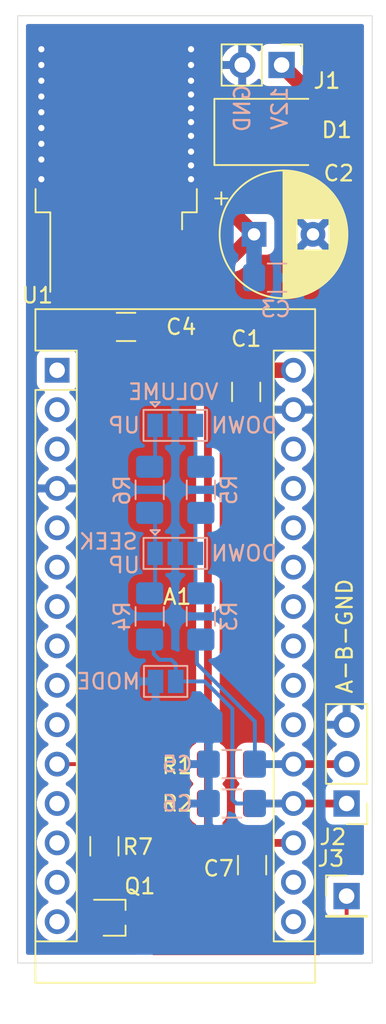
<source format=kicad_pcb>
(kicad_pcb (version 20171130) (host pcbnew "(5.1.9)-1")

  (general
    (thickness 1.6)
    (drawings 14)
    (tracks 84)
    (zones 0)
    (modules 24)
    (nets 38)
  )

  (page A4)
  (layers
    (0 F.Cu signal)
    (31 B.Cu signal hide)
    (32 B.Adhes user hide)
    (33 F.Adhes user hide)
    (34 B.Paste user hide)
    (35 F.Paste user hide)
    (36 B.SilkS user hide)
    (37 F.SilkS user)
    (38 B.Mask user hide)
    (39 F.Mask user hide)
    (40 Dwgs.User user hide)
    (41 Cmts.User user hide)
    (42 Eco1.User user hide)
    (43 Eco2.User user hide)
    (44 Edge.Cuts user)
    (45 Margin user hide)
    (46 B.CrtYd user hide)
    (47 F.CrtYd user hide)
    (48 B.Fab user hide)
    (49 F.Fab user hide)
  )

  (setup
    (last_trace_width 0.5)
    (user_trace_width 0.5)
    (user_trace_width 1)
    (trace_clearance 0.2)
    (zone_clearance 0.508)
    (zone_45_only no)
    (trace_min 0.2)
    (via_size 0.8)
    (via_drill 0.4)
    (via_min_size 0.4)
    (via_min_drill 0.3)
    (uvia_size 0.3)
    (uvia_drill 0.1)
    (uvias_allowed no)
    (uvia_min_size 0.2)
    (uvia_min_drill 0.1)
    (edge_width 0.05)
    (segment_width 0.2)
    (pcb_text_width 0.3)
    (pcb_text_size 1.5 1.5)
    (mod_edge_width 0.12)
    (mod_text_size 1 1)
    (mod_text_width 0.15)
    (pad_size 1.524 1.524)
    (pad_drill 0.762)
    (pad_to_mask_clearance 0)
    (aux_axis_origin 0 0)
    (visible_elements 7FFFFFFF)
    (pcbplotparams
      (layerselection 0x010f0_ffffffff)
      (usegerberextensions false)
      (usegerberattributes false)
      (usegerberadvancedattributes false)
      (creategerberjobfile false)
      (excludeedgelayer true)
      (linewidth 0.100000)
      (plotframeref false)
      (viasonmask false)
      (mode 1)
      (useauxorigin false)
      (hpglpennumber 1)
      (hpglpenspeed 20)
      (hpglpendiameter 15.000000)
      (psnegative false)
      (psa4output false)
      (plotreference true)
      (plotvalue false)
      (plotinvisibletext false)
      (padsonsilk true)
      (subtractmaskfromsilk false)
      (outputformat 1)
      (mirror false)
      (drillshape 0)
      (scaleselection 1)
      (outputdirectory "gerbers-JLCPCB/"))
  )

  (net 0 "")
  (net 1 "Net-(A1-Pad16)")
  (net 2 "Net-(A1-Pad15)")
  (net 3 +5V)
  (net 4 "Net-(A1-Pad14)")
  (net 5 GND)
  (net 6 "Net-(A1-Pad13)")
  (net 7 "Net-(A1-Pad28)")
  (net 8 "Net-(A1-Pad12)")
  (net 9 "Net-(A1-Pad27)")
  (net 10 "Net-(A1-Pad11)")
  (net 11 "Net-(A1-Pad26)")
  (net 12 "Net-(A1-Pad10)")
  (net 13 "Net-(A1-Pad25)")
  (net 14 "Net-(A1-Pad9)")
  (net 15 "Net-(A1-Pad24)")
  (net 16 "Net-(A1-Pad8)")
  (net 17 "Net-(A1-Pad23)")
  (net 18 "Net-(A1-Pad7)")
  (net 19 "Net-(A1-Pad22)")
  (net 20 "Net-(A1-Pad6)")
  (net 21 "Net-(A1-Pad21)")
  (net 22 "Net-(A1-Pad5)")
  (net 23 "Net-(A1-Pad3)")
  (net 24 "Net-(A1-Pad2)")
  (net 25 "Net-(A1-Pad17)")
  (net 26 "Net-(A1-Pad1)")
  (net 27 "Net-(C2-Pad1)")
  (net 28 "Net-(C4-Pad1)")
  (net 29 "Net-(D1-Pad2)")
  (net 30 /RC-B)
  (net 31 /RC-A)
  (net 32 "Net-(J3-Pad1)")
  (net 33 "Net-(Q1-Pad1)")
  (net 34 "Net-(JP2-Pad3)")
  (net 35 "Net-(JP2-Pad1)")
  (net 36 "Net-(JP3-Pad3)")
  (net 37 "Net-(JP3-Pad1)")

  (net_class Default "This is the default net class."
    (clearance 0.2)
    (trace_width 0.25)
    (via_dia 0.8)
    (via_drill 0.4)
    (uvia_dia 0.3)
    (uvia_drill 0.1)
    (add_net +5V)
    (add_net /RC-A)
    (add_net /RC-B)
    (add_net GND)
    (add_net "Net-(A1-Pad1)")
    (add_net "Net-(A1-Pad10)")
    (add_net "Net-(A1-Pad11)")
    (add_net "Net-(A1-Pad12)")
    (add_net "Net-(A1-Pad13)")
    (add_net "Net-(A1-Pad14)")
    (add_net "Net-(A1-Pad15)")
    (add_net "Net-(A1-Pad16)")
    (add_net "Net-(A1-Pad17)")
    (add_net "Net-(A1-Pad2)")
    (add_net "Net-(A1-Pad21)")
    (add_net "Net-(A1-Pad22)")
    (add_net "Net-(A1-Pad23)")
    (add_net "Net-(A1-Pad24)")
    (add_net "Net-(A1-Pad25)")
    (add_net "Net-(A1-Pad26)")
    (add_net "Net-(A1-Pad27)")
    (add_net "Net-(A1-Pad28)")
    (add_net "Net-(A1-Pad3)")
    (add_net "Net-(A1-Pad5)")
    (add_net "Net-(A1-Pad6)")
    (add_net "Net-(A1-Pad7)")
    (add_net "Net-(A1-Pad8)")
    (add_net "Net-(A1-Pad9)")
    (add_net "Net-(C2-Pad1)")
    (add_net "Net-(C4-Pad1)")
    (add_net "Net-(D1-Pad2)")
    (add_net "Net-(J3-Pad1)")
    (add_net "Net-(JP2-Pad1)")
    (add_net "Net-(JP2-Pad3)")
    (add_net "Net-(JP3-Pad1)")
    (add_net "Net-(JP3-Pad3)")
    (add_net "Net-(Q1-Pad1)")
  )

  (module Jumper:SolderJumper-3_P1.3mm_Open_Pad1.0x1.5mm (layer B.Cu) (tedit 5A3F8BB2) (tstamp 602D8F7C)
    (at 127 77.216)
    (descr "SMD Solder 3-pad Jumper, 1x1.5mm Pads, 0.3mm gap, open")
    (tags "solder jumper open")
    (path /6030DAF2)
    (attr virtual)
    (fp_text reference JP3 (at 0 1.8) (layer B.SilkS) hide
      (effects (font (size 1 1) (thickness 0.15)) (justify mirror))
    )
    (fp_text value VOLUME (at 0 -2) (layer B.Fab)
      (effects (font (size 1 1) (thickness 0.15)) (justify mirror))
    )
    (fp_line (start 2.3 -1.25) (end -2.3 -1.25) (layer B.CrtYd) (width 0.05))
    (fp_line (start 2.3 -1.25) (end 2.3 1.25) (layer B.CrtYd) (width 0.05))
    (fp_line (start -2.3 1.25) (end -2.3 -1.25) (layer B.CrtYd) (width 0.05))
    (fp_line (start -2.3 1.25) (end 2.3 1.25) (layer B.CrtYd) (width 0.05))
    (fp_line (start -2.05 1) (end 2.05 1) (layer B.SilkS) (width 0.12))
    (fp_line (start 2.05 1) (end 2.05 -1) (layer B.SilkS) (width 0.12))
    (fp_line (start 2.05 -1) (end -2.05 -1) (layer B.SilkS) (width 0.12))
    (fp_line (start -2.05 -1) (end -2.05 1) (layer B.SilkS) (width 0.12))
    (fp_line (start -1.3 -1.2) (end -1.6 -1.5) (layer B.SilkS) (width 0.12))
    (fp_line (start -1.6 -1.5) (end -1 -1.5) (layer B.SilkS) (width 0.12))
    (fp_line (start -1.3 -1.2) (end -1 -1.5) (layer B.SilkS) (width 0.12))
    (pad 1 smd rect (at -1.3 0) (size 1 1.5) (layers B.Cu B.Mask)
      (net 37 "Net-(JP3-Pad1)"))
    (pad 2 smd rect (at 0 0) (size 1 1.5) (layers B.Cu B.Mask)
      (net 5 GND))
    (pad 3 smd rect (at 1.3 0) (size 1 1.5) (layers B.Cu B.Mask)
      (net 36 "Net-(JP3-Pad3)"))
  )

  (module Jumper:SolderJumper-3_P1.3mm_Open_Pad1.0x1.5mm (layer B.Cu) (tedit 5A3F8BB2) (tstamp 602D8F6A)
    (at 127 85.471)
    (descr "SMD Solder 3-pad Jumper, 1x1.5mm Pads, 0.3mm gap, open")
    (tags "solder jumper open")
    (path /6030DF30)
    (attr virtual)
    (fp_text reference JP2 (at 0 1.8) (layer B.SilkS) hide
      (effects (font (size 1 1) (thickness 0.15)) (justify mirror))
    )
    (fp_text value SEEK (at 0 -2) (layer B.Fab)
      (effects (font (size 1 1) (thickness 0.15)) (justify mirror))
    )
    (fp_line (start 2.3 -1.25) (end -2.3 -1.25) (layer B.CrtYd) (width 0.05))
    (fp_line (start 2.3 -1.25) (end 2.3 1.25) (layer B.CrtYd) (width 0.05))
    (fp_line (start -2.3 1.25) (end -2.3 -1.25) (layer B.CrtYd) (width 0.05))
    (fp_line (start -2.3 1.25) (end 2.3 1.25) (layer B.CrtYd) (width 0.05))
    (fp_line (start -2.05 1) (end 2.05 1) (layer B.SilkS) (width 0.12))
    (fp_line (start 2.05 1) (end 2.05 -1) (layer B.SilkS) (width 0.12))
    (fp_line (start 2.05 -1) (end -2.05 -1) (layer B.SilkS) (width 0.12))
    (fp_line (start -2.05 -1) (end -2.05 1) (layer B.SilkS) (width 0.12))
    (fp_line (start -1.3 -1.2) (end -1.6 -1.5) (layer B.SilkS) (width 0.12))
    (fp_line (start -1.6 -1.5) (end -1 -1.5) (layer B.SilkS) (width 0.12))
    (fp_line (start -1.3 -1.2) (end -1 -1.5) (layer B.SilkS) (width 0.12))
    (pad 1 smd rect (at -1.3 0) (size 1 1.5) (layers B.Cu B.Mask)
      (net 35 "Net-(JP2-Pad1)"))
    (pad 2 smd rect (at 0 0) (size 1 1.5) (layers B.Cu B.Mask)
      (net 5 GND))
    (pad 3 smd rect (at 1.3 0) (size 1 1.5) (layers B.Cu B.Mask)
      (net 34 "Net-(JP2-Pad3)"))
  )

  (module Jumper:SolderJumper-2_P1.3mm_Open_Pad1.0x1.5mm (layer B.Cu) (tedit 5A3EABFC) (tstamp 602DA55A)
    (at 126.38 93.726)
    (descr "SMD Solder Jumper, 1x1.5mm Pads, 0.3mm gap, open")
    (tags "solder jumper open")
    (path /6030C6C0)
    (attr virtual)
    (fp_text reference JP1 (at 0 1.8) (layer B.SilkS) hide
      (effects (font (size 1 1) (thickness 0.15)) (justify mirror))
    )
    (fp_text value MODE (at 0 -1.9) (layer B.Fab)
      (effects (font (size 1 1) (thickness 0.15)) (justify mirror))
    )
    (fp_line (start 1.65 -1.25) (end -1.65 -1.25) (layer B.CrtYd) (width 0.05))
    (fp_line (start 1.65 -1.25) (end 1.65 1.25) (layer B.CrtYd) (width 0.05))
    (fp_line (start -1.65 1.25) (end -1.65 -1.25) (layer B.CrtYd) (width 0.05))
    (fp_line (start -1.65 1.25) (end 1.65 1.25) (layer B.CrtYd) (width 0.05))
    (fp_line (start -1.4 1) (end 1.4 1) (layer B.SilkS) (width 0.12))
    (fp_line (start 1.4 1) (end 1.4 -1) (layer B.SilkS) (width 0.12))
    (fp_line (start 1.4 -1) (end -1.4 -1) (layer B.SilkS) (width 0.12))
    (fp_line (start -1.4 -1) (end -1.4 1) (layer B.SilkS) (width 0.12))
    (pad 1 smd rect (at -0.65 0) (size 1 1.5) (layers B.Cu B.Mask)
      (net 5 GND))
    (pad 2 smd rect (at 0.65 0) (size 1 1.5) (layers B.Cu B.Mask)
      (net 31 /RC-A))
  )

  (module Resistor_SMD:R_1206_3216Metric_Pad1.42x1.75mm_HandSolder (layer F.Cu) (tedit 5B301BBD) (tstamp 602D0FD7)
    (at 122.428 104.3575 90)
    (descr "Resistor SMD 1206 (3216 Metric), square (rectangular) end terminal, IPC_7351 nominal with elongated pad for handsoldering. (Body size source: http://www.tortai-tech.com/upload/download/2011102023233369053.pdf), generated with kicad-footprint-generator")
    (tags "resistor handsolder")
    (path /6037A36F)
    (attr smd)
    (fp_text reference R7 (at -0.0365 2.159 180) (layer F.SilkS)
      (effects (font (size 1 1) (thickness 0.15)))
    )
    (fp_text value 6K8 (at 0 1.82 90) (layer F.Fab)
      (effects (font (size 1 1) (thickness 0.15)))
    )
    (fp_line (start 2.45 1.12) (end -2.45 1.12) (layer F.CrtYd) (width 0.05))
    (fp_line (start 2.45 -1.12) (end 2.45 1.12) (layer F.CrtYd) (width 0.05))
    (fp_line (start -2.45 -1.12) (end 2.45 -1.12) (layer F.CrtYd) (width 0.05))
    (fp_line (start -2.45 1.12) (end -2.45 -1.12) (layer F.CrtYd) (width 0.05))
    (fp_line (start -0.602064 0.91) (end 0.602064 0.91) (layer F.SilkS) (width 0.12))
    (fp_line (start -0.602064 -0.91) (end 0.602064 -0.91) (layer F.SilkS) (width 0.12))
    (fp_line (start 1.6 0.8) (end -1.6 0.8) (layer F.Fab) (width 0.1))
    (fp_line (start 1.6 -0.8) (end 1.6 0.8) (layer F.Fab) (width 0.1))
    (fp_line (start -1.6 -0.8) (end 1.6 -0.8) (layer F.Fab) (width 0.1))
    (fp_line (start -1.6 0.8) (end -1.6 -0.8) (layer F.Fab) (width 0.1))
    (fp_text user %R (at 0 0 90) (layer F.Fab)
      (effects (font (size 0.8 0.8) (thickness 0.12)))
    )
    (pad 2 smd roundrect (at 1.4875 0 90) (size 1.425 1.75) (layers F.Cu F.Paste F.Mask) (roundrect_rratio 0.1754385964912281)
      (net 10 "Net-(A1-Pad11)"))
    (pad 1 smd roundrect (at -1.4875 0 90) (size 1.425 1.75) (layers F.Cu F.Paste F.Mask) (roundrect_rratio 0.1754385964912281)
      (net 33 "Net-(Q1-Pad1)"))
    (model ${KISYS3DMOD}/Resistor_SMD.3dshapes/R_1206_3216Metric.wrl
      (at (xyz 0 0 0))
      (scale (xyz 1 1 1))
      (rotate (xyz 0 0 0))
    )
  )

  (module Resistor_SMD:R_1206_3216Metric_Pad1.42x1.75mm_HandSolder (layer B.Cu) (tedit 5B301BBD) (tstamp 602DAC37)
    (at 125.349 81.3705 90)
    (descr "Resistor SMD 1206 (3216 Metric), square (rectangular) end terminal, IPC_7351 nominal with elongated pad for handsoldering. (Body size source: http://www.tortai-tech.com/upload/download/2011102023233369053.pdf), generated with kicad-footprint-generator")
    (tags "resistor handsolder")
    (path /60317AFB)
    (attr smd)
    (fp_text reference R6 (at -0.0365 -1.778 90) (layer B.SilkS)
      (effects (font (size 1 1) (thickness 0.15)) (justify mirror))
    )
    (fp_text value 470E (at 0 -1.82 90) (layer B.Fab)
      (effects (font (size 1 1) (thickness 0.15)) (justify mirror))
    )
    (fp_line (start 2.45 -1.12) (end -2.45 -1.12) (layer B.CrtYd) (width 0.05))
    (fp_line (start 2.45 1.12) (end 2.45 -1.12) (layer B.CrtYd) (width 0.05))
    (fp_line (start -2.45 1.12) (end 2.45 1.12) (layer B.CrtYd) (width 0.05))
    (fp_line (start -2.45 -1.12) (end -2.45 1.12) (layer B.CrtYd) (width 0.05))
    (fp_line (start -0.602064 -0.91) (end 0.602064 -0.91) (layer B.SilkS) (width 0.12))
    (fp_line (start -0.602064 0.91) (end 0.602064 0.91) (layer B.SilkS) (width 0.12))
    (fp_line (start 1.6 -0.8) (end -1.6 -0.8) (layer B.Fab) (width 0.1))
    (fp_line (start 1.6 0.8) (end 1.6 -0.8) (layer B.Fab) (width 0.1))
    (fp_line (start -1.6 0.8) (end 1.6 0.8) (layer B.Fab) (width 0.1))
    (fp_line (start -1.6 -0.8) (end -1.6 0.8) (layer B.Fab) (width 0.1))
    (fp_text user %R (at 0 0 90) (layer B.Fab)
      (effects (font (size 0.8 0.8) (thickness 0.12)) (justify mirror))
    )
    (pad 2 smd roundrect (at 1.4875 0 90) (size 1.425 1.75) (layers B.Cu B.Paste B.Mask) (roundrect_rratio 0.1754385964912281)
      (net 37 "Net-(JP3-Pad1)"))
    (pad 1 smd roundrect (at -1.4875 0 90) (size 1.425 1.75) (layers B.Cu B.Paste B.Mask) (roundrect_rratio 0.1754385964912281)
      (net 35 "Net-(JP2-Pad1)"))
    (model ${KISYS3DMOD}/Resistor_SMD.3dshapes/R_1206_3216Metric.wrl
      (at (xyz 0 0 0))
      (scale (xyz 1 1 1))
      (rotate (xyz 0 0 0))
    )
  )

  (module Resistor_SMD:R_1206_3216Metric_Pad1.42x1.75mm_HandSolder (layer B.Cu) (tedit 5B301BBD) (tstamp 602DB425)
    (at 128.651 81.3705 90)
    (descr "Resistor SMD 1206 (3216 Metric), square (rectangular) end terminal, IPC_7351 nominal with elongated pad for handsoldering. (Body size source: http://www.tortai-tech.com/upload/download/2011102023233369053.pdf), generated with kicad-footprint-generator")
    (tags "resistor handsolder")
    (path /6030B15E)
    (attr smd)
    (fp_text reference R5 (at 0 1.82 90) (layer B.SilkS)
      (effects (font (size 1 1) (thickness 0.15)) (justify mirror))
    )
    (fp_text value 470E (at 0 -1.82 90) (layer B.Fab)
      (effects (font (size 1 1) (thickness 0.15)) (justify mirror))
    )
    (fp_line (start 2.45 -1.12) (end -2.45 -1.12) (layer B.CrtYd) (width 0.05))
    (fp_line (start 2.45 1.12) (end 2.45 -1.12) (layer B.CrtYd) (width 0.05))
    (fp_line (start -2.45 1.12) (end 2.45 1.12) (layer B.CrtYd) (width 0.05))
    (fp_line (start -2.45 -1.12) (end -2.45 1.12) (layer B.CrtYd) (width 0.05))
    (fp_line (start -0.602064 -0.91) (end 0.602064 -0.91) (layer B.SilkS) (width 0.12))
    (fp_line (start -0.602064 0.91) (end 0.602064 0.91) (layer B.SilkS) (width 0.12))
    (fp_line (start 1.6 -0.8) (end -1.6 -0.8) (layer B.Fab) (width 0.1))
    (fp_line (start 1.6 0.8) (end 1.6 -0.8) (layer B.Fab) (width 0.1))
    (fp_line (start -1.6 0.8) (end 1.6 0.8) (layer B.Fab) (width 0.1))
    (fp_line (start -1.6 -0.8) (end -1.6 0.8) (layer B.Fab) (width 0.1))
    (fp_text user %R (at 0 0 90) (layer B.Fab)
      (effects (font (size 0.8 0.8) (thickness 0.12)) (justify mirror))
    )
    (pad 2 smd roundrect (at 1.4875 0 90) (size 1.425 1.75) (layers B.Cu B.Paste B.Mask) (roundrect_rratio 0.1754385964912281)
      (net 36 "Net-(JP3-Pad3)"))
    (pad 1 smd roundrect (at -1.4875 0 90) (size 1.425 1.75) (layers B.Cu B.Paste B.Mask) (roundrect_rratio 0.1754385964912281)
      (net 34 "Net-(JP2-Pad3)"))
    (model ${KISYS3DMOD}/Resistor_SMD.3dshapes/R_1206_3216Metric.wrl
      (at (xyz 0 0 0))
      (scale (xyz 1 1 1))
      (rotate (xyz 0 0 0))
    )
  )

  (module Resistor_SMD:R_1206_3216Metric_Pad1.42x1.75mm_HandSolder (layer B.Cu) (tedit 5B301BBD) (tstamp 602D0FA4)
    (at 125.349 89.535 90)
    (descr "Resistor SMD 1206 (3216 Metric), square (rectangular) end terminal, IPC_7351 nominal with elongated pad for handsoldering. (Body size source: http://www.tortai-tech.com/upload/download/2011102023233369053.pdf), generated with kicad-footprint-generator")
    (tags "resistor handsolder")
    (path /6031C36A)
    (attr smd)
    (fp_text reference R4 (at 0 -1.778 90) (layer B.SilkS)
      (effects (font (size 1 1) (thickness 0.15)) (justify mirror))
    )
    (fp_text value 160E (at 0 -1.82 90) (layer B.Fab)
      (effects (font (size 1 1) (thickness 0.15)) (justify mirror))
    )
    (fp_line (start 2.45 -1.12) (end -2.45 -1.12) (layer B.CrtYd) (width 0.05))
    (fp_line (start 2.45 1.12) (end 2.45 -1.12) (layer B.CrtYd) (width 0.05))
    (fp_line (start -2.45 1.12) (end 2.45 1.12) (layer B.CrtYd) (width 0.05))
    (fp_line (start -2.45 -1.12) (end -2.45 1.12) (layer B.CrtYd) (width 0.05))
    (fp_line (start -0.602064 -0.91) (end 0.602064 -0.91) (layer B.SilkS) (width 0.12))
    (fp_line (start -0.602064 0.91) (end 0.602064 0.91) (layer B.SilkS) (width 0.12))
    (fp_line (start 1.6 -0.8) (end -1.6 -0.8) (layer B.Fab) (width 0.1))
    (fp_line (start 1.6 0.8) (end 1.6 -0.8) (layer B.Fab) (width 0.1))
    (fp_line (start -1.6 0.8) (end 1.6 0.8) (layer B.Fab) (width 0.1))
    (fp_line (start -1.6 -0.8) (end -1.6 0.8) (layer B.Fab) (width 0.1))
    (fp_text user %R (at 0 0 90) (layer B.Fab)
      (effects (font (size 0.8 0.8) (thickness 0.12)) (justify mirror))
    )
    (pad 2 smd roundrect (at 1.4875 0 90) (size 1.425 1.75) (layers B.Cu B.Paste B.Mask) (roundrect_rratio 0.1754385964912281)
      (net 35 "Net-(JP2-Pad1)"))
    (pad 1 smd roundrect (at -1.4875 0 90) (size 1.425 1.75) (layers B.Cu B.Paste B.Mask) (roundrect_rratio 0.1754385964912281)
      (net 31 /RC-A))
    (model ${KISYS3DMOD}/Resistor_SMD.3dshapes/R_1206_3216Metric.wrl
      (at (xyz 0 0 0))
      (scale (xyz 1 1 1))
      (rotate (xyz 0 0 0))
    )
  )

  (module Resistor_SMD:R_1206_3216Metric_Pad1.42x1.75mm_HandSolder (layer B.Cu) (tedit 5B301BBD) (tstamp 602D0F93)
    (at 128.651 89.535 90)
    (descr "Resistor SMD 1206 (3216 Metric), square (rectangular) end terminal, IPC_7351 nominal with elongated pad for handsoldering. (Body size source: http://www.tortai-tech.com/upload/download/2011102023233369053.pdf), generated with kicad-footprint-generator")
    (tags "resistor handsolder")
    (path /6031CC46)
    (attr smd)
    (fp_text reference R3 (at 0 1.82 90) (layer B.SilkS)
      (effects (font (size 1 1) (thickness 0.15)) (justify mirror))
    )
    (fp_text value 160E (at 0 -1.82 90) (layer B.Fab)
      (effects (font (size 1 1) (thickness 0.15)) (justify mirror))
    )
    (fp_line (start 2.45 -1.12) (end -2.45 -1.12) (layer B.CrtYd) (width 0.05))
    (fp_line (start 2.45 1.12) (end 2.45 -1.12) (layer B.CrtYd) (width 0.05))
    (fp_line (start -2.45 1.12) (end 2.45 1.12) (layer B.CrtYd) (width 0.05))
    (fp_line (start -2.45 -1.12) (end -2.45 1.12) (layer B.CrtYd) (width 0.05))
    (fp_line (start -0.602064 -0.91) (end 0.602064 -0.91) (layer B.SilkS) (width 0.12))
    (fp_line (start -0.602064 0.91) (end 0.602064 0.91) (layer B.SilkS) (width 0.12))
    (fp_line (start 1.6 -0.8) (end -1.6 -0.8) (layer B.Fab) (width 0.1))
    (fp_line (start 1.6 0.8) (end 1.6 -0.8) (layer B.Fab) (width 0.1))
    (fp_line (start -1.6 0.8) (end 1.6 0.8) (layer B.Fab) (width 0.1))
    (fp_line (start -1.6 -0.8) (end -1.6 0.8) (layer B.Fab) (width 0.1))
    (fp_text user %R (at 0 0 90) (layer B.Fab)
      (effects (font (size 0.8 0.8) (thickness 0.12)) (justify mirror))
    )
    (pad 2 smd roundrect (at 1.4875 0 90) (size 1.425 1.75) (layers B.Cu B.Paste B.Mask) (roundrect_rratio 0.1754385964912281)
      (net 34 "Net-(JP2-Pad3)"))
    (pad 1 smd roundrect (at -1.4875 0 90) (size 1.425 1.75) (layers B.Cu B.Paste B.Mask) (roundrect_rratio 0.1754385964912281)
      (net 30 /RC-B))
    (model ${KISYS3DMOD}/Resistor_SMD.3dshapes/R_1206_3216Metric.wrl
      (at (xyz 0 0 0))
      (scale (xyz 1 1 1))
      (rotate (xyz 0 0 0))
    )
  )

  (module Package_TO_SOT_SMD:SOT-323_SC-70 (layer F.Cu) (tedit 5A02FF57) (tstamp 602DA23D)
    (at 123.063 108.966)
    (descr "SOT-323, SC-70")
    (tags "SOT-323 SC-70")
    (path /6037741E)
    (attr smd)
    (fp_text reference Q1 (at 1.651 -2.032) (layer F.SilkS)
      (effects (font (size 1 1) (thickness 0.15)))
    )
    (fp_text value BC847W (at -0.05 2.05) (layer F.Fab)
      (effects (font (size 1 1) (thickness 0.15)))
    )
    (fp_line (start -0.18 -1.1) (end -0.68 -0.6) (layer F.Fab) (width 0.1))
    (fp_line (start 0.67 1.1) (end -0.68 1.1) (layer F.Fab) (width 0.1))
    (fp_line (start 0.67 -1.1) (end 0.67 1.1) (layer F.Fab) (width 0.1))
    (fp_line (start -0.68 -0.6) (end -0.68 1.1) (layer F.Fab) (width 0.1))
    (fp_line (start 0.67 -1.1) (end -0.18 -1.1) (layer F.Fab) (width 0.1))
    (fp_line (start -0.68 1.16) (end 0.73 1.16) (layer F.SilkS) (width 0.12))
    (fp_line (start 0.73 -1.16) (end -1.3 -1.16) (layer F.SilkS) (width 0.12))
    (fp_line (start -1.7 1.3) (end -1.7 -1.3) (layer F.CrtYd) (width 0.05))
    (fp_line (start -1.7 -1.3) (end 1.7 -1.3) (layer F.CrtYd) (width 0.05))
    (fp_line (start 1.7 -1.3) (end 1.7 1.3) (layer F.CrtYd) (width 0.05))
    (fp_line (start 1.7 1.3) (end -1.7 1.3) (layer F.CrtYd) (width 0.05))
    (fp_line (start 0.73 -1.16) (end 0.73 -0.5) (layer F.SilkS) (width 0.12))
    (fp_line (start 0.73 0.5) (end 0.73 1.16) (layer F.SilkS) (width 0.12))
    (fp_text user %R (at 0 0 90) (layer F.Fab)
      (effects (font (size 0.5 0.5) (thickness 0.075)))
    )
    (pad 3 smd rect (at 1 0 270) (size 0.45 0.7) (layers F.Cu F.Paste F.Mask)
      (net 32 "Net-(J3-Pad1)"))
    (pad 2 smd rect (at -1 0.65 270) (size 0.45 0.7) (layers F.Cu F.Paste F.Mask)
      (net 5 GND))
    (pad 1 smd rect (at -1 -0.65 270) (size 0.45 0.7) (layers F.Cu F.Paste F.Mask)
      (net 33 "Net-(Q1-Pad1)"))
    (model ${KISYS3DMOD}/Package_TO_SOT_SMD.3dshapes/SOT-323_SC-70.wrl
      (at (xyz 0 0 0))
      (scale (xyz 1 1 1))
      (rotate (xyz 0 0 0))
    )
  )

  (module Diode_SMD:D_2114_3652Metric_Pad1.85x3.75mm_HandSolder (layer F.Cu) (tedit 5F68FEF0) (tstamp 602AF453)
    (at 132.98 58.293)
    (descr "Diode SMD 2114 (3652 Metric), square (rectangular) end terminal, IPC_7351 nominal, (Body size from: http://datasheets.avx.com/schottky.pdf), generated with kicad-footprint-generator")
    (tags "diode handsolder")
    (path /602B619D)
    (attr smd)
    (fp_text reference D1 (at 4.434 -0.127) (layer F.SilkS)
      (effects (font (size 1 1) (thickness 0.15)))
    )
    (fp_text value SS54 (at 0 2.82) (layer F.Fab)
      (effects (font (size 1 1) (thickness 0.15)))
    )
    (fp_line (start 2.6 -1.8) (end -1.7 -1.8) (layer F.Fab) (width 0.1))
    (fp_line (start -1.7 -1.8) (end -2.6 -0.9) (layer F.Fab) (width 0.1))
    (fp_line (start -2.6 -0.9) (end -2.6 1.8) (layer F.Fab) (width 0.1))
    (fp_line (start -2.6 1.8) (end 2.6 1.8) (layer F.Fab) (width 0.1))
    (fp_line (start 2.6 1.8) (end 2.6 -1.8) (layer F.Fab) (width 0.1))
    (fp_line (start 2.6 -2.135) (end -3.46 -2.135) (layer F.SilkS) (width 0.12))
    (fp_line (start -3.46 -2.135) (end -3.46 2.135) (layer F.SilkS) (width 0.12))
    (fp_line (start -3.46 2.135) (end 2.6 2.135) (layer F.SilkS) (width 0.12))
    (fp_line (start -3.45 2.12) (end -3.45 -2.12) (layer F.CrtYd) (width 0.05))
    (fp_line (start -3.45 -2.12) (end 3.45 -2.12) (layer F.CrtYd) (width 0.05))
    (fp_line (start 3.45 -2.12) (end 3.45 2.12) (layer F.CrtYd) (width 0.05))
    (fp_line (start 3.45 2.12) (end -3.45 2.12) (layer F.CrtYd) (width 0.05))
    (fp_text user %R (at 4.561 -1.397) (layer F.Fab)
      (effects (font (size 1 1) (thickness 0.15)))
    )
    (pad 2 smd roundrect (at 2.275 0) (size 1.85 3.75) (layers F.Cu F.Paste F.Mask) (roundrect_rratio 0.1351345945945946)
      (net 29 "Net-(D1-Pad2)"))
    (pad 1 smd roundrect (at -2.275 0) (size 1.85 3.75) (layers F.Cu F.Paste F.Mask) (roundrect_rratio 0.1351345945945946)
      (net 27 "Net-(C2-Pad1)"))
    (model ${KISYS3DMOD}/Diode_SMD.3dshapes/D_2114_3652Metric.wrl
      (at (xyz 0 0 0))
      (scale (xyz 1 1 1))
      (rotate (xyz 0 0 0))
    )
  )

  (module Package_TO_SOT_SMD:TO-263-5_TabPin3 (layer F.Cu) (tedit 5A70FBB6) (tstamp 60296C95)
    (at 123.19 60.525 90)
    (descr "TO-263 / D2PAK / DDPAK SMD package, http://www.infineon.com/cms/en/product/packages/PG-TO263/PG-TO263-5-1/")
    (tags "D2PAK DDPAK TO-263 D2PAK-5 TO-263-5 SOT-426")
    (path /6029A68E)
    (attr smd)
    (fp_text reference U1 (at -8.309 -5.08 180) (layer F.SilkS)
      (effects (font (size 1 1) (thickness 0.15)))
    )
    (fp_text value REG104FA-5KTT (at 0 6.65 90) (layer F.Fab)
      (effects (font (size 1 1) (thickness 0.15)))
    )
    (fp_line (start 8.32 -5.65) (end -8.32 -5.65) (layer F.CrtYd) (width 0.05))
    (fp_line (start 8.32 5.65) (end 8.32 -5.65) (layer F.CrtYd) (width 0.05))
    (fp_line (start -8.32 5.65) (end 8.32 5.65) (layer F.CrtYd) (width 0.05))
    (fp_line (start -8.32 -5.65) (end -8.32 5.65) (layer F.CrtYd) (width 0.05))
    (fp_line (start -2.95 4.25) (end -4.05 4.25) (layer F.SilkS) (width 0.12))
    (fp_line (start -2.95 5.2) (end -2.95 4.25) (layer F.SilkS) (width 0.12))
    (fp_line (start -1.45 5.2) (end -2.95 5.2) (layer F.SilkS) (width 0.12))
    (fp_line (start -2.95 -4.25) (end -8.075 -4.25) (layer F.SilkS) (width 0.12))
    (fp_line (start -2.95 -5.2) (end -2.95 -4.25) (layer F.SilkS) (width 0.12))
    (fp_line (start -1.45 -5.2) (end -2.95 -5.2) (layer F.SilkS) (width 0.12))
    (fp_line (start -7.45 3.8) (end -2.75 3.8) (layer F.Fab) (width 0.1))
    (fp_line (start -7.45 3) (end -7.45 3.8) (layer F.Fab) (width 0.1))
    (fp_line (start -2.75 3) (end -7.45 3) (layer F.Fab) (width 0.1))
    (fp_line (start -7.45 2.1) (end -2.75 2.1) (layer F.Fab) (width 0.1))
    (fp_line (start -7.45 1.3) (end -7.45 2.1) (layer F.Fab) (width 0.1))
    (fp_line (start -2.75 1.3) (end -7.45 1.3) (layer F.Fab) (width 0.1))
    (fp_line (start -7.45 0.4) (end -2.75 0.4) (layer F.Fab) (width 0.1))
    (fp_line (start -7.45 -0.4) (end -7.45 0.4) (layer F.Fab) (width 0.1))
    (fp_line (start -2.75 -0.4) (end -7.45 -0.4) (layer F.Fab) (width 0.1))
    (fp_line (start -7.45 -1.3) (end -2.75 -1.3) (layer F.Fab) (width 0.1))
    (fp_line (start -7.45 -2.1) (end -7.45 -1.3) (layer F.Fab) (width 0.1))
    (fp_line (start -2.75 -2.1) (end -7.45 -2.1) (layer F.Fab) (width 0.1))
    (fp_line (start -7.45 -3) (end -2.75 -3) (layer F.Fab) (width 0.1))
    (fp_line (start -7.45 -3.8) (end -7.45 -3) (layer F.Fab) (width 0.1))
    (fp_line (start -2.75 -3.8) (end -7.45 -3.8) (layer F.Fab) (width 0.1))
    (fp_line (start -1.75 -5) (end 6.5 -5) (layer F.Fab) (width 0.1))
    (fp_line (start -2.75 -4) (end -1.75 -5) (layer F.Fab) (width 0.1))
    (fp_line (start -2.75 5) (end -2.75 -4) (layer F.Fab) (width 0.1))
    (fp_line (start 6.5 5) (end -2.75 5) (layer F.Fab) (width 0.1))
    (fp_line (start 6.5 -5) (end 6.5 5) (layer F.Fab) (width 0.1))
    (fp_line (start 7.5 5) (end 6.5 5) (layer F.Fab) (width 0.1))
    (fp_line (start 7.5 -5) (end 7.5 5) (layer F.Fab) (width 0.1))
    (fp_line (start 6.5 -5) (end 7.5 -5) (layer F.Fab) (width 0.1))
    (fp_text user %R (at 0 0 90) (layer F.Fab)
      (effects (font (size 1 1) (thickness 0.15)))
    )
    (pad "" smd rect (at 0.95 2.775 90) (size 4.55 5.25) (layers F.Paste))
    (pad "" smd rect (at 5.8 -2.775 90) (size 4.55 5.25) (layers F.Paste))
    (pad "" smd rect (at 0.95 -2.775 90) (size 4.55 5.25) (layers F.Paste))
    (pad "" smd rect (at 5.8 2.775 90) (size 4.55 5.25) (layers F.Paste))
    (pad 3 smd rect (at 3.375 0 90) (size 9.4 10.8) (layers F.Cu F.Mask)
      (net 5 GND))
    (pad 5 smd rect (at -5.775 3.4 90) (size 4.6 1.1) (layers F.Cu F.Paste F.Mask)
      (net 27 "Net-(C2-Pad1)"))
    (pad 4 smd rect (at -5.775 1.7 90) (size 4.6 1.1) (layers F.Cu F.Paste F.Mask)
      (net 27 "Net-(C2-Pad1)"))
    (pad 3 smd rect (at -5.775 0 90) (size 4.6 1.1) (layers F.Cu F.Paste F.Mask)
      (net 5 GND))
    (pad 2 smd rect (at -5.775 -1.7 90) (size 4.6 1.1) (layers F.Cu F.Paste F.Mask)
      (net 28 "Net-(C4-Pad1)"))
    (pad 1 smd rect (at -5.775 -3.4 90) (size 4.6 1.1) (layers F.Cu F.Paste F.Mask)
      (net 3 +5V))
    (model ${KISYS3DMOD}/Package_TO_SOT_SMD.3dshapes/TO-263-5_TabPin3.wrl
      (at (xyz 0 0 0))
      (scale (xyz 1 1 1))
      (rotate (xyz 0 0 0))
    )
  )

  (module Resistor_SMD:R_1206_3216Metric_Pad1.42x1.75mm_HandSolder (layer F.Cu) (tedit 5B301BBD) (tstamp 60296C65)
    (at 130.5925 101.6)
    (descr "Resistor SMD 1206 (3216 Metric), square (rectangular) end terminal, IPC_7351 nominal with elongated pad for handsoldering. (Body size source: http://www.tortai-tech.com/upload/download/2011102023233369053.pdf), generated with kicad-footprint-generator")
    (tags "resistor handsolder")
    (path /602CB7A2)
    (attr smd)
    (fp_text reference R2 (at -3.4655 0) (layer F.SilkS)
      (effects (font (size 1 1) (thickness 0.15)))
    )
    (fp_text value 300E (at 0 1.82) (layer F.Fab) hide
      (effects (font (size 1 1) (thickness 0.15)))
    )
    (fp_line (start 2.45 1.12) (end -2.45 1.12) (layer F.CrtYd) (width 0.05))
    (fp_line (start 2.45 -1.12) (end 2.45 1.12) (layer F.CrtYd) (width 0.05))
    (fp_line (start -2.45 -1.12) (end 2.45 -1.12) (layer F.CrtYd) (width 0.05))
    (fp_line (start -2.45 1.12) (end -2.45 -1.12) (layer F.CrtYd) (width 0.05))
    (fp_line (start -0.602064 0.91) (end 0.602064 0.91) (layer F.SilkS) (width 0.12))
    (fp_line (start -0.602064 -0.91) (end 0.602064 -0.91) (layer F.SilkS) (width 0.12))
    (fp_line (start 1.6 0.8) (end -1.6 0.8) (layer F.Fab) (width 0.1))
    (fp_line (start 1.6 -0.8) (end 1.6 0.8) (layer F.Fab) (width 0.1))
    (fp_line (start -1.6 -0.8) (end 1.6 -0.8) (layer F.Fab) (width 0.1))
    (fp_line (start -1.6 0.8) (end -1.6 -0.8) (layer F.Fab) (width 0.1))
    (fp_text user %R (at 0 0) (layer F.Fab) hide
      (effects (font (size 0.8 0.8) (thickness 0.12)))
    )
    (pad 2 smd roundrect (at 1.4875 0) (size 1.425 1.75) (layers F.Cu F.Paste F.Mask) (roundrect_rratio 0.1754385964912281)
      (net 31 /RC-A))
    (pad 1 smd roundrect (at -1.4875 0) (size 1.425 1.75) (layers F.Cu F.Paste F.Mask) (roundrect_rratio 0.1754385964912281)
      (net 3 +5V))
    (model ${KISYS3DMOD}/Resistor_SMD.3dshapes/R_1206_3216Metric.wrl
      (at (xyz 0 0 0))
      (scale (xyz 1 1 1))
      (rotate (xyz 0 0 0))
    )
  )

  (module Resistor_SMD:R_1206_3216Metric_Pad1.42x1.75mm_HandSolder (layer F.Cu) (tedit 5B301BBD) (tstamp 60296C54)
    (at 130.5925 99.06)
    (descr "Resistor SMD 1206 (3216 Metric), square (rectangular) end terminal, IPC_7351 nominal with elongated pad for handsoldering. (Body size source: http://www.tortai-tech.com/upload/download/2011102023233369053.pdf), generated with kicad-footprint-generator")
    (tags "resistor handsolder")
    (path /602CD01A)
    (attr smd)
    (fp_text reference R1 (at -3.4655 0.127) (layer F.SilkS)
      (effects (font (size 1 1) (thickness 0.15)))
    )
    (fp_text value 300E (at 0 1.82) (layer F.Fab)
      (effects (font (size 1 1) (thickness 0.15)))
    )
    (fp_line (start 2.45 1.12) (end -2.45 1.12) (layer F.CrtYd) (width 0.05))
    (fp_line (start 2.45 -1.12) (end 2.45 1.12) (layer F.CrtYd) (width 0.05))
    (fp_line (start -2.45 -1.12) (end 2.45 -1.12) (layer F.CrtYd) (width 0.05))
    (fp_line (start -2.45 1.12) (end -2.45 -1.12) (layer F.CrtYd) (width 0.05))
    (fp_line (start -0.602064 0.91) (end 0.602064 0.91) (layer F.SilkS) (width 0.12))
    (fp_line (start -0.602064 -0.91) (end 0.602064 -0.91) (layer F.SilkS) (width 0.12))
    (fp_line (start 1.6 0.8) (end -1.6 0.8) (layer F.Fab) (width 0.1))
    (fp_line (start 1.6 -0.8) (end 1.6 0.8) (layer F.Fab) (width 0.1))
    (fp_line (start -1.6 -0.8) (end 1.6 -0.8) (layer F.Fab) (width 0.1))
    (fp_line (start -1.6 0.8) (end -1.6 -0.8) (layer F.Fab) (width 0.1))
    (fp_text user %R (at 0 0) (layer F.Fab)
      (effects (font (size 0.8 0.8) (thickness 0.12)))
    )
    (pad 2 smd roundrect (at 1.4875 0) (size 1.425 1.75) (layers F.Cu F.Paste F.Mask) (roundrect_rratio 0.1754385964912281)
      (net 30 /RC-B))
    (pad 1 smd roundrect (at -1.4875 0) (size 1.425 1.75) (layers F.Cu F.Paste F.Mask) (roundrect_rratio 0.1754385964912281)
      (net 3 +5V))
    (model ${KISYS3DMOD}/Resistor_SMD.3dshapes/R_1206_3216Metric.wrl
      (at (xyz 0 0 0))
      (scale (xyz 1 1 1))
      (rotate (xyz 0 0 0))
    )
  )

  (module Connector_PinHeader_2.54mm:PinHeader_1x01_P2.54mm_Vertical (layer F.Cu) (tedit 59FED5CC) (tstamp 602B1BAB)
    (at 138.049 107.569)
    (descr "Through hole straight pin header, 1x01, 2.54mm pitch, single row")
    (tags "Through hole pin header THT 1x01 2.54mm single row")
    (path /60301CEB)
    (fp_text reference J3 (at -1.016 -2.413) (layer F.SilkS)
      (effects (font (size 1 1) (thickness 0.15)))
    )
    (fp_text value Conn_01x01_Female (at 0 2.33) (layer F.Fab)
      (effects (font (size 1 1) (thickness 0.15)))
    )
    (fp_line (start 1.8 -1.8) (end -1.8 -1.8) (layer F.CrtYd) (width 0.05))
    (fp_line (start 1.8 1.8) (end 1.8 -1.8) (layer F.CrtYd) (width 0.05))
    (fp_line (start -1.8 1.8) (end 1.8 1.8) (layer F.CrtYd) (width 0.05))
    (fp_line (start -1.8 -1.8) (end -1.8 1.8) (layer F.CrtYd) (width 0.05))
    (fp_line (start -1.33 -1.33) (end 0 -1.33) (layer F.SilkS) (width 0.12))
    (fp_line (start -1.33 0) (end -1.33 -1.33) (layer F.SilkS) (width 0.12))
    (fp_line (start -1.33 1.27) (end 1.33 1.27) (layer F.SilkS) (width 0.12))
    (fp_line (start 1.33 1.27) (end 1.33 1.33) (layer F.SilkS) (width 0.12))
    (fp_line (start -1.33 1.27) (end -1.33 1.33) (layer F.SilkS) (width 0.12))
    (fp_line (start -1.33 1.33) (end 1.33 1.33) (layer F.SilkS) (width 0.12))
    (fp_line (start -1.27 -0.635) (end -0.635 -1.27) (layer F.Fab) (width 0.1))
    (fp_line (start -1.27 1.27) (end -1.27 -0.635) (layer F.Fab) (width 0.1))
    (fp_line (start 1.27 1.27) (end -1.27 1.27) (layer F.Fab) (width 0.1))
    (fp_line (start 1.27 -1.27) (end 1.27 1.27) (layer F.Fab) (width 0.1))
    (fp_line (start -0.635 -1.27) (end 1.27 -1.27) (layer F.Fab) (width 0.1))
    (fp_text user %R (at 0 0 90) (layer F.Fab)
      (effects (font (size 1 1) (thickness 0.15)))
    )
    (pad 1 thru_hole rect (at 0 0) (size 1.7 1.7) (drill 1) (layers *.Cu *.Mask)
      (net 32 "Net-(J3-Pad1)"))
    (model ${KISYS3DMOD}/Connector_PinHeader_2.54mm.3dshapes/PinHeader_1x01_P2.54mm_Vertical.wrl
      (at (xyz 0 0 0))
      (scale (xyz 1 1 1))
      (rotate (xyz 0 0 0))
    )
  )

  (module Connector_PinHeader_2.54mm:PinHeader_1x03_P2.54mm_Vertical (layer F.Cu) (tedit 59FED5CC) (tstamp 60296C2E)
    (at 138.049 101.6 180)
    (descr "Through hole straight pin header, 1x03, 2.54mm pitch, single row")
    (tags "Through hole pin header THT 1x03 2.54mm single row")
    (path /602C28AB)
    (fp_text reference J2 (at 0.889 -2.159) (layer F.SilkS)
      (effects (font (size 1 1) (thickness 0.15)))
    )
    (fp_text value Conn_01x03_Female (at 0 7.41) (layer F.Fab)
      (effects (font (size 1 1) (thickness 0.15)))
    )
    (fp_line (start 1.8 -1.8) (end -1.8 -1.8) (layer F.CrtYd) (width 0.05))
    (fp_line (start 1.8 6.85) (end 1.8 -1.8) (layer F.CrtYd) (width 0.05))
    (fp_line (start -1.8 6.85) (end 1.8 6.85) (layer F.CrtYd) (width 0.05))
    (fp_line (start -1.8 -1.8) (end -1.8 6.85) (layer F.CrtYd) (width 0.05))
    (fp_line (start -1.33 -1.33) (end 0 -1.33) (layer F.SilkS) (width 0.12))
    (fp_line (start -1.33 0) (end -1.33 -1.33) (layer F.SilkS) (width 0.12))
    (fp_line (start -1.33 1.27) (end 1.33 1.27) (layer F.SilkS) (width 0.12))
    (fp_line (start 1.33 1.27) (end 1.33 6.41) (layer F.SilkS) (width 0.12))
    (fp_line (start -1.33 1.27) (end -1.33 6.41) (layer F.SilkS) (width 0.12))
    (fp_line (start -1.33 6.41) (end 1.33 6.41) (layer F.SilkS) (width 0.12))
    (fp_line (start -1.27 -0.635) (end -0.635 -1.27) (layer F.Fab) (width 0.1))
    (fp_line (start -1.27 6.35) (end -1.27 -0.635) (layer F.Fab) (width 0.1))
    (fp_line (start 1.27 6.35) (end -1.27 6.35) (layer F.Fab) (width 0.1))
    (fp_line (start 1.27 -1.27) (end 1.27 6.35) (layer F.Fab) (width 0.1))
    (fp_line (start -0.635 -1.27) (end 1.27 -1.27) (layer F.Fab) (width 0.1))
    (fp_text user %R (at 0 2.54 90) (layer F.Fab)
      (effects (font (size 1 1) (thickness 0.15)))
    )
    (pad 3 thru_hole oval (at 0 5.08 180) (size 1.7 1.7) (drill 1) (layers *.Cu *.Mask)
      (net 5 GND))
    (pad 2 thru_hole oval (at 0 2.54 180) (size 1.7 1.7) (drill 1) (layers *.Cu *.Mask)
      (net 30 /RC-B))
    (pad 1 thru_hole rect (at 0 0 180) (size 1.7 1.7) (drill 1) (layers *.Cu *.Mask)
      (net 31 /RC-A))
    (model ${KISYS3DMOD}/Connector_PinHeader_2.54mm.3dshapes/PinHeader_1x03_P2.54mm_Vertical.wrl
      (at (xyz 0 0 0))
      (scale (xyz 1 1 1))
      (rotate (xyz 0 0 0))
    )
  )

  (module Connector_PinHeader_2.54mm:PinHeader_1x02_P2.54mm_Vertical (layer F.Cu) (tedit 59FED5CC) (tstamp 602975B1)
    (at 133.858 53.975 270)
    (descr "Through hole straight pin header, 1x02, 2.54mm pitch, single row")
    (tags "Through hole pin header THT 1x02 2.54mm single row")
    (path /602D809C)
    (fp_text reference J1 (at 1.016 -2.921 180) (layer F.SilkS)
      (effects (font (size 1 1) (thickness 0.15)))
    )
    (fp_text value Conn_01x02_Female (at 0 4.87 90) (layer F.Fab)
      (effects (font (size 1 1) (thickness 0.15)))
    )
    (fp_line (start 1.8 -1.8) (end -1.8 -1.8) (layer F.CrtYd) (width 0.05))
    (fp_line (start 1.8 4.35) (end 1.8 -1.8) (layer F.CrtYd) (width 0.05))
    (fp_line (start -1.8 4.35) (end 1.8 4.35) (layer F.CrtYd) (width 0.05))
    (fp_line (start -1.8 -1.8) (end -1.8 4.35) (layer F.CrtYd) (width 0.05))
    (fp_line (start -1.33 -1.33) (end 0 -1.33) (layer F.SilkS) (width 0.12))
    (fp_line (start -1.33 0) (end -1.33 -1.33) (layer F.SilkS) (width 0.12))
    (fp_line (start -1.33 1.27) (end 1.33 1.27) (layer F.SilkS) (width 0.12))
    (fp_line (start 1.33 1.27) (end 1.33 3.87) (layer F.SilkS) (width 0.12))
    (fp_line (start -1.33 1.27) (end -1.33 3.87) (layer F.SilkS) (width 0.12))
    (fp_line (start -1.33 3.87) (end 1.33 3.87) (layer F.SilkS) (width 0.12))
    (fp_line (start -1.27 -0.635) (end -0.635 -1.27) (layer F.Fab) (width 0.1))
    (fp_line (start -1.27 3.81) (end -1.27 -0.635) (layer F.Fab) (width 0.1))
    (fp_line (start 1.27 3.81) (end -1.27 3.81) (layer F.Fab) (width 0.1))
    (fp_line (start 1.27 -1.27) (end 1.27 3.81) (layer F.Fab) (width 0.1))
    (fp_line (start -0.635 -1.27) (end 1.27 -1.27) (layer F.Fab) (width 0.1))
    (fp_text user %R (at 0 1.27) (layer F.Fab)
      (effects (font (size 1 1) (thickness 0.15)))
    )
    (pad 2 thru_hole oval (at 0 2.54 270) (size 1.7 1.7) (drill 1) (layers *.Cu *.Mask)
      (net 5 GND))
    (pad 1 thru_hole rect (at 0 0 270) (size 1.7 1.7) (drill 1) (layers *.Cu *.Mask)
      (net 29 "Net-(D1-Pad2)"))
    (model ${KISYS3DMOD}/Connector_PinHeader_2.54mm.3dshapes/PinHeader_1x02_P2.54mm_Vertical.wrl
      (at (xyz 0 0 0))
      (scale (xyz 1 1 1))
      (rotate (xyz 0 0 0))
    )
  )

  (module Capacitor_SMD:C_1206_3216Metric_Pad1.42x1.75mm_HandSolder (layer F.Cu) (tedit 5B301BBE) (tstamp 60296BE2)
    (at 131.953 105.5735 270)
    (descr "Capacitor SMD 1206 (3216 Metric), square (rectangular) end terminal, IPC_7351 nominal with elongated pad for handsoldering. (Body size source: http://www.tortai-tech.com/upload/download/2011102023233369053.pdf), generated with kicad-footprint-generator")
    (tags "capacitor handsolder")
    (path /602EDEF3)
    (attr smd)
    (fp_text reference C7 (at 0.2175 2.159 180) (layer F.SilkS)
      (effects (font (size 1 1) (thickness 0.15)))
    )
    (fp_text value 100nF (at 0 1.82 90) (layer F.Fab)
      (effects (font (size 1 1) (thickness 0.15)))
    )
    (fp_line (start 2.45 1.12) (end -2.45 1.12) (layer F.CrtYd) (width 0.05))
    (fp_line (start 2.45 -1.12) (end 2.45 1.12) (layer F.CrtYd) (width 0.05))
    (fp_line (start -2.45 -1.12) (end 2.45 -1.12) (layer F.CrtYd) (width 0.05))
    (fp_line (start -2.45 1.12) (end -2.45 -1.12) (layer F.CrtYd) (width 0.05))
    (fp_line (start -0.602064 0.91) (end 0.602064 0.91) (layer F.SilkS) (width 0.12))
    (fp_line (start -0.602064 -0.91) (end 0.602064 -0.91) (layer F.SilkS) (width 0.12))
    (fp_line (start 1.6 0.8) (end -1.6 0.8) (layer F.Fab) (width 0.1))
    (fp_line (start 1.6 -0.8) (end 1.6 0.8) (layer F.Fab) (width 0.1))
    (fp_line (start -1.6 -0.8) (end 1.6 -0.8) (layer F.Fab) (width 0.1))
    (fp_line (start -1.6 0.8) (end -1.6 -0.8) (layer F.Fab) (width 0.1))
    (fp_text user %R (at 1.6145 1.778 90) (layer F.Fab)
      (effects (font (size 0.8 0.8) (thickness 0.12)))
    )
    (pad 2 smd roundrect (at 1.4875 0 270) (size 1.425 1.75) (layers F.Cu F.Paste F.Mask) (roundrect_rratio 0.1754385964912281)
      (net 5 GND))
    (pad 1 smd roundrect (at -1.4875 0 270) (size 1.425 1.75) (layers F.Cu F.Paste F.Mask) (roundrect_rratio 0.1754385964912281)
      (net 3 +5V))
    (model ${KISYS3DMOD}/Capacitor_SMD.3dshapes/C_1206_3216Metric.wrl
      (at (xyz 0 0 0))
      (scale (xyz 1 1 1))
      (rotate (xyz 0 0 0))
    )
  )

  (module Capacitor_SMD:C_1206_3216Metric_Pad1.42x1.75mm_HandSolder (layer B.Cu) (tedit 5B301BBE) (tstamp 60297E4F)
    (at 130.6465 101.6 180)
    (descr "Capacitor SMD 1206 (3216 Metric), square (rectangular) end terminal, IPC_7351 nominal with elongated pad for handsoldering. (Body size source: http://www.tortai-tech.com/upload/download/2011102023233369053.pdf), generated with kicad-footprint-generator")
    (tags "capacitor handsolder")
    (path /602C203A)
    (attr smd)
    (fp_text reference C6 (at 3.5195 0) (layer B.SilkS)
      (effects (font (size 1 1) (thickness 0.15)) (justify mirror))
    )
    (fp_text value 100nF (at 0 -1.82) (layer B.Fab)
      (effects (font (size 1 1) (thickness 0.15)) (justify mirror))
    )
    (fp_line (start 2.45 -1.12) (end -2.45 -1.12) (layer B.CrtYd) (width 0.05))
    (fp_line (start 2.45 1.12) (end 2.45 -1.12) (layer B.CrtYd) (width 0.05))
    (fp_line (start -2.45 1.12) (end 2.45 1.12) (layer B.CrtYd) (width 0.05))
    (fp_line (start -2.45 -1.12) (end -2.45 1.12) (layer B.CrtYd) (width 0.05))
    (fp_line (start -0.602064 -0.91) (end 0.602064 -0.91) (layer B.SilkS) (width 0.12))
    (fp_line (start -0.602064 0.91) (end 0.602064 0.91) (layer B.SilkS) (width 0.12))
    (fp_line (start 1.6 -0.8) (end -1.6 -0.8) (layer B.Fab) (width 0.1))
    (fp_line (start 1.6 0.8) (end 1.6 -0.8) (layer B.Fab) (width 0.1))
    (fp_line (start -1.6 0.8) (end 1.6 0.8) (layer B.Fab) (width 0.1))
    (fp_line (start -1.6 -0.8) (end -1.6 0.8) (layer B.Fab) (width 0.1))
    (fp_text user %R (at 0 0) (layer B.Fab)
      (effects (font (size 0.8 0.8) (thickness 0.12)) (justify mirror))
    )
    (pad 2 smd roundrect (at 1.4875 0 180) (size 1.425 1.75) (layers B.Cu B.Paste B.Mask) (roundrect_rratio 0.1754385964912281)
      (net 5 GND))
    (pad 1 smd roundrect (at -1.4875 0 180) (size 1.425 1.75) (layers B.Cu B.Paste B.Mask) (roundrect_rratio 0.1754385964912281)
      (net 31 /RC-A))
    (model ${KISYS3DMOD}/Capacitor_SMD.3dshapes/C_1206_3216Metric.wrl
      (at (xyz 0 0 0))
      (scale (xyz 1 1 1))
      (rotate (xyz 0 0 0))
    )
  )

  (module Capacitor_SMD:C_1206_3216Metric_Pad1.42x1.75mm_HandSolder (layer B.Cu) (tedit 5B301BBE) (tstamp 602B1A6F)
    (at 130.6465 99.06 180)
    (descr "Capacitor SMD 1206 (3216 Metric), square (rectangular) end terminal, IPC_7351 nominal with elongated pad for handsoldering. (Body size source: http://www.tortai-tech.com/upload/download/2011102023233369053.pdf), generated with kicad-footprint-generator")
    (tags "capacitor handsolder")
    (path /602BF3CB)
    (attr smd)
    (fp_text reference C5 (at 3.5195 0) (layer B.SilkS)
      (effects (font (size 1 1) (thickness 0.15)) (justify mirror))
    )
    (fp_text value 100nF (at 0 -1.82) (layer B.Fab)
      (effects (font (size 1 1) (thickness 0.15)) (justify mirror))
    )
    (fp_line (start 2.45 -1.12) (end -2.45 -1.12) (layer B.CrtYd) (width 0.05))
    (fp_line (start 2.45 1.12) (end 2.45 -1.12) (layer B.CrtYd) (width 0.05))
    (fp_line (start -2.45 1.12) (end 2.45 1.12) (layer B.CrtYd) (width 0.05))
    (fp_line (start -2.45 -1.12) (end -2.45 1.12) (layer B.CrtYd) (width 0.05))
    (fp_line (start -0.602064 -0.91) (end 0.602064 -0.91) (layer B.SilkS) (width 0.12))
    (fp_line (start -0.602064 0.91) (end 0.602064 0.91) (layer B.SilkS) (width 0.12))
    (fp_line (start 1.6 -0.8) (end -1.6 -0.8) (layer B.Fab) (width 0.1))
    (fp_line (start 1.6 0.8) (end 1.6 -0.8) (layer B.Fab) (width 0.1))
    (fp_line (start -1.6 0.8) (end 1.6 0.8) (layer B.Fab) (width 0.1))
    (fp_line (start -1.6 -0.8) (end -1.6 0.8) (layer B.Fab) (width 0.1))
    (fp_text user %R (at 0 0) (layer B.Fab)
      (effects (font (size 0.8 0.8) (thickness 0.12)) (justify mirror))
    )
    (pad 2 smd roundrect (at 1.4875 0 180) (size 1.425 1.75) (layers B.Cu B.Paste B.Mask) (roundrect_rratio 0.1754385964912281)
      (net 5 GND))
    (pad 1 smd roundrect (at -1.4875 0 180) (size 1.425 1.75) (layers B.Cu B.Paste B.Mask) (roundrect_rratio 0.1754385964912281)
      (net 30 /RC-B))
    (model ${KISYS3DMOD}/Capacitor_SMD.3dshapes/C_1206_3216Metric.wrl
      (at (xyz 0 0 0))
      (scale (xyz 1 1 1))
      (rotate (xyz 0 0 0))
    )
  )

  (module Capacitor_SMD:C_1206_3216Metric_Pad1.42x1.75mm_HandSolder (layer F.Cu) (tedit 5B301BBE) (tstamp 60296BAF)
    (at 123.825 70.866)
    (descr "Capacitor SMD 1206 (3216 Metric), square (rectangular) end terminal, IPC_7351 nominal with elongated pad for handsoldering. (Body size source: http://www.tortai-tech.com/upload/download/2011102023233369053.pdf), generated with kicad-footprint-generator")
    (tags "capacitor handsolder")
    (path /602A7C67)
    (attr smd)
    (fp_text reference C4 (at 3.556 0) (layer F.SilkS)
      (effects (font (size 1 1) (thickness 0.15)))
    )
    (fp_text value 100nF (at 0 1.82) (layer F.Fab)
      (effects (font (size 1 1) (thickness 0.15)))
    )
    (fp_line (start 2.45 1.12) (end -2.45 1.12) (layer F.CrtYd) (width 0.05))
    (fp_line (start 2.45 -1.12) (end 2.45 1.12) (layer F.CrtYd) (width 0.05))
    (fp_line (start -2.45 -1.12) (end 2.45 -1.12) (layer F.CrtYd) (width 0.05))
    (fp_line (start -2.45 1.12) (end -2.45 -1.12) (layer F.CrtYd) (width 0.05))
    (fp_line (start -0.602064 0.91) (end 0.602064 0.91) (layer F.SilkS) (width 0.12))
    (fp_line (start -0.602064 -0.91) (end 0.602064 -0.91) (layer F.SilkS) (width 0.12))
    (fp_line (start 1.6 0.8) (end -1.6 0.8) (layer F.Fab) (width 0.1))
    (fp_line (start 1.6 -0.8) (end 1.6 0.8) (layer F.Fab) (width 0.1))
    (fp_line (start -1.6 -0.8) (end 1.6 -0.8) (layer F.Fab) (width 0.1))
    (fp_line (start -1.6 0.8) (end -1.6 -0.8) (layer F.Fab) (width 0.1))
    (fp_text user %R (at 3.302 0) (layer F.Fab)
      (effects (font (size 0.8 0.8) (thickness 0.12)))
    )
    (pad 2 smd roundrect (at 1.4875 0) (size 1.425 1.75) (layers F.Cu F.Paste F.Mask) (roundrect_rratio 0.1754385964912281)
      (net 5 GND))
    (pad 1 smd roundrect (at -1.4875 0) (size 1.425 1.75) (layers F.Cu F.Paste F.Mask) (roundrect_rratio 0.1754385964912281)
      (net 28 "Net-(C4-Pad1)"))
    (model ${KISYS3DMOD}/Capacitor_SMD.3dshapes/C_1206_3216Metric.wrl
      (at (xyz 0 0 0))
      (scale (xyz 1 1 1))
      (rotate (xyz 0 0 0))
    )
  )

  (module Capacitor_SMD:C_1206_3216Metric_Pad1.42x1.75mm_HandSolder (layer B.Cu) (tedit 5B301BBE) (tstamp 60297ABE)
    (at 133.5675 67.691)
    (descr "Capacitor SMD 1206 (3216 Metric), square (rectangular) end terminal, IPC_7351 nominal with elongated pad for handsoldering. (Body size source: http://www.tortai-tech.com/upload/download/2011102023233369053.pdf), generated with kicad-footprint-generator")
    (tags "capacitor handsolder")
    (path /602A9961)
    (attr smd)
    (fp_text reference C3 (at -0.0905 2.032) (layer B.SilkS)
      (effects (font (size 1 1) (thickness 0.15)) (justify mirror))
    )
    (fp_text value 100nF (at 0 -1.82) (layer B.Fab)
      (effects (font (size 1 1) (thickness 0.15)) (justify mirror))
    )
    (fp_line (start 2.45 -1.12) (end -2.45 -1.12) (layer B.CrtYd) (width 0.05))
    (fp_line (start 2.45 1.12) (end 2.45 -1.12) (layer B.CrtYd) (width 0.05))
    (fp_line (start -2.45 1.12) (end 2.45 1.12) (layer B.CrtYd) (width 0.05))
    (fp_line (start -2.45 -1.12) (end -2.45 1.12) (layer B.CrtYd) (width 0.05))
    (fp_line (start -0.602064 -0.91) (end 0.602064 -0.91) (layer B.SilkS) (width 0.12))
    (fp_line (start -0.602064 0.91) (end 0.602064 0.91) (layer B.SilkS) (width 0.12))
    (fp_line (start 1.6 -0.8) (end -1.6 -0.8) (layer B.Fab) (width 0.1))
    (fp_line (start 1.6 0.8) (end 1.6 -0.8) (layer B.Fab) (width 0.1))
    (fp_line (start -1.6 0.8) (end 1.6 0.8) (layer B.Fab) (width 0.1))
    (fp_line (start -1.6 -0.8) (end -1.6 0.8) (layer B.Fab) (width 0.1))
    (fp_text user %R (at 0 0) (layer B.Fab)
      (effects (font (size 0.8 0.8) (thickness 0.12)) (justify mirror))
    )
    (pad 2 smd roundrect (at 1.4875 0) (size 1.425 1.75) (layers B.Cu B.Paste B.Mask) (roundrect_rratio 0.1754385964912281)
      (net 5 GND))
    (pad 1 smd roundrect (at -1.4875 0) (size 1.425 1.75) (layers B.Cu B.Paste B.Mask) (roundrect_rratio 0.1754385964912281)
      (net 27 "Net-(C2-Pad1)"))
    (model ${KISYS3DMOD}/Capacitor_SMD.3dshapes/C_1206_3216Metric.wrl
      (at (xyz 0 0 0))
      (scale (xyz 1 1 1))
      (rotate (xyz 0 0 0))
    )
  )

  (module Capacitor_THT:CP_Radial_D8.0mm_P3.80mm (layer F.Cu) (tedit 5AE50EF0) (tstamp 602B2269)
    (at 132.08 64.897)
    (descr "CP, Radial series, Radial, pin pitch=3.80mm, , diameter=8mm, Electrolytic Capacitor")
    (tags "CP Radial series Radial pin pitch 3.80mm  diameter 8mm Electrolytic Capacitor")
    (path /602B2AD3)
    (fp_text reference C2 (at 5.461 -3.937) (layer F.SilkS)
      (effects (font (size 1 1) (thickness 0.15)))
    )
    (fp_text value 100uF/50V (at 1.9 5.25) (layer F.Fab) hide
      (effects (font (size 1 1) (thickness 0.15)))
    )
    (fp_line (start -2.109698 -2.715) (end -2.109698 -1.915) (layer F.SilkS) (width 0.12))
    (fp_line (start -2.509698 -2.315) (end -1.709698 -2.315) (layer F.SilkS) (width 0.12))
    (fp_line (start 5.981 -0.533) (end 5.981 0.533) (layer F.SilkS) (width 0.12))
    (fp_line (start 5.941 -0.768) (end 5.941 0.768) (layer F.SilkS) (width 0.12))
    (fp_line (start 5.901 -0.948) (end 5.901 0.948) (layer F.SilkS) (width 0.12))
    (fp_line (start 5.861 -1.098) (end 5.861 1.098) (layer F.SilkS) (width 0.12))
    (fp_line (start 5.821 -1.229) (end 5.821 1.229) (layer F.SilkS) (width 0.12))
    (fp_line (start 5.781 -1.346) (end 5.781 1.346) (layer F.SilkS) (width 0.12))
    (fp_line (start 5.741 -1.453) (end 5.741 1.453) (layer F.SilkS) (width 0.12))
    (fp_line (start 5.701 -1.552) (end 5.701 1.552) (layer F.SilkS) (width 0.12))
    (fp_line (start 5.661 -1.645) (end 5.661 1.645) (layer F.SilkS) (width 0.12))
    (fp_line (start 5.621 -1.731) (end 5.621 1.731) (layer F.SilkS) (width 0.12))
    (fp_line (start 5.581 -1.813) (end 5.581 1.813) (layer F.SilkS) (width 0.12))
    (fp_line (start 5.541 -1.89) (end 5.541 1.89) (layer F.SilkS) (width 0.12))
    (fp_line (start 5.501 -1.964) (end 5.501 1.964) (layer F.SilkS) (width 0.12))
    (fp_line (start 5.461 -2.034) (end 5.461 2.034) (layer F.SilkS) (width 0.12))
    (fp_line (start 5.421 -2.102) (end 5.421 2.102) (layer F.SilkS) (width 0.12))
    (fp_line (start 5.381 -2.166) (end 5.381 2.166) (layer F.SilkS) (width 0.12))
    (fp_line (start 5.341 -2.228) (end 5.341 2.228) (layer F.SilkS) (width 0.12))
    (fp_line (start 5.301 -2.287) (end 5.301 2.287) (layer F.SilkS) (width 0.12))
    (fp_line (start 5.261 -2.345) (end 5.261 2.345) (layer F.SilkS) (width 0.12))
    (fp_line (start 5.221 -2.4) (end 5.221 2.4) (layer F.SilkS) (width 0.12))
    (fp_line (start 5.181 -2.454) (end 5.181 2.454) (layer F.SilkS) (width 0.12))
    (fp_line (start 5.141 -2.505) (end 5.141 2.505) (layer F.SilkS) (width 0.12))
    (fp_line (start 5.101 -2.556) (end 5.101 2.556) (layer F.SilkS) (width 0.12))
    (fp_line (start 5.061 -2.604) (end 5.061 2.604) (layer F.SilkS) (width 0.12))
    (fp_line (start 5.021 -2.651) (end 5.021 2.651) (layer F.SilkS) (width 0.12))
    (fp_line (start 4.981 -2.697) (end 4.981 2.697) (layer F.SilkS) (width 0.12))
    (fp_line (start 4.941 -2.741) (end 4.941 2.741) (layer F.SilkS) (width 0.12))
    (fp_line (start 4.901 -2.784) (end 4.901 2.784) (layer F.SilkS) (width 0.12))
    (fp_line (start 4.861 -2.826) (end 4.861 2.826) (layer F.SilkS) (width 0.12))
    (fp_line (start 4.821 1.04) (end 4.821 2.867) (layer F.SilkS) (width 0.12))
    (fp_line (start 4.821 -2.867) (end 4.821 -1.04) (layer F.SilkS) (width 0.12))
    (fp_line (start 4.781 1.04) (end 4.781 2.907) (layer F.SilkS) (width 0.12))
    (fp_line (start 4.781 -2.907) (end 4.781 -1.04) (layer F.SilkS) (width 0.12))
    (fp_line (start 4.741 1.04) (end 4.741 2.945) (layer F.SilkS) (width 0.12))
    (fp_line (start 4.741 -2.945) (end 4.741 -1.04) (layer F.SilkS) (width 0.12))
    (fp_line (start 4.701 1.04) (end 4.701 2.983) (layer F.SilkS) (width 0.12))
    (fp_line (start 4.701 -2.983) (end 4.701 -1.04) (layer F.SilkS) (width 0.12))
    (fp_line (start 4.661 1.04) (end 4.661 3.019) (layer F.SilkS) (width 0.12))
    (fp_line (start 4.661 -3.019) (end 4.661 -1.04) (layer F.SilkS) (width 0.12))
    (fp_line (start 4.621 1.04) (end 4.621 3.055) (layer F.SilkS) (width 0.12))
    (fp_line (start 4.621 -3.055) (end 4.621 -1.04) (layer F.SilkS) (width 0.12))
    (fp_line (start 4.581 1.04) (end 4.581 3.09) (layer F.SilkS) (width 0.12))
    (fp_line (start 4.581 -3.09) (end 4.581 -1.04) (layer F.SilkS) (width 0.12))
    (fp_line (start 4.541 1.04) (end 4.541 3.124) (layer F.SilkS) (width 0.12))
    (fp_line (start 4.541 -3.124) (end 4.541 -1.04) (layer F.SilkS) (width 0.12))
    (fp_line (start 4.501 1.04) (end 4.501 3.156) (layer F.SilkS) (width 0.12))
    (fp_line (start 4.501 -3.156) (end 4.501 -1.04) (layer F.SilkS) (width 0.12))
    (fp_line (start 4.461 1.04) (end 4.461 3.189) (layer F.SilkS) (width 0.12))
    (fp_line (start 4.461 -3.189) (end 4.461 -1.04) (layer F.SilkS) (width 0.12))
    (fp_line (start 4.421 1.04) (end 4.421 3.22) (layer F.SilkS) (width 0.12))
    (fp_line (start 4.421 -3.22) (end 4.421 -1.04) (layer F.SilkS) (width 0.12))
    (fp_line (start 4.381 1.04) (end 4.381 3.25) (layer F.SilkS) (width 0.12))
    (fp_line (start 4.381 -3.25) (end 4.381 -1.04) (layer F.SilkS) (width 0.12))
    (fp_line (start 4.341 1.04) (end 4.341 3.28) (layer F.SilkS) (width 0.12))
    (fp_line (start 4.341 -3.28) (end 4.341 -1.04) (layer F.SilkS) (width 0.12))
    (fp_line (start 4.301 1.04) (end 4.301 3.309) (layer F.SilkS) (width 0.12))
    (fp_line (start 4.301 -3.309) (end 4.301 -1.04) (layer F.SilkS) (width 0.12))
    (fp_line (start 4.261 1.04) (end 4.261 3.338) (layer F.SilkS) (width 0.12))
    (fp_line (start 4.261 -3.338) (end 4.261 -1.04) (layer F.SilkS) (width 0.12))
    (fp_line (start 4.221 1.04) (end 4.221 3.365) (layer F.SilkS) (width 0.12))
    (fp_line (start 4.221 -3.365) (end 4.221 -1.04) (layer F.SilkS) (width 0.12))
    (fp_line (start 4.181 1.04) (end 4.181 3.392) (layer F.SilkS) (width 0.12))
    (fp_line (start 4.181 -3.392) (end 4.181 -1.04) (layer F.SilkS) (width 0.12))
    (fp_line (start 4.141 1.04) (end 4.141 3.418) (layer F.SilkS) (width 0.12))
    (fp_line (start 4.141 -3.418) (end 4.141 -1.04) (layer F.SilkS) (width 0.12))
    (fp_line (start 4.101 1.04) (end 4.101 3.444) (layer F.SilkS) (width 0.12))
    (fp_line (start 4.101 -3.444) (end 4.101 -1.04) (layer F.SilkS) (width 0.12))
    (fp_line (start 4.061 1.04) (end 4.061 3.469) (layer F.SilkS) (width 0.12))
    (fp_line (start 4.061 -3.469) (end 4.061 -1.04) (layer F.SilkS) (width 0.12))
    (fp_line (start 4.021 1.04) (end 4.021 3.493) (layer F.SilkS) (width 0.12))
    (fp_line (start 4.021 -3.493) (end 4.021 -1.04) (layer F.SilkS) (width 0.12))
    (fp_line (start 3.981 1.04) (end 3.981 3.517) (layer F.SilkS) (width 0.12))
    (fp_line (start 3.981 -3.517) (end 3.981 -1.04) (layer F.SilkS) (width 0.12))
    (fp_line (start 3.941 1.04) (end 3.941 3.54) (layer F.SilkS) (width 0.12))
    (fp_line (start 3.941 -3.54) (end 3.941 -1.04) (layer F.SilkS) (width 0.12))
    (fp_line (start 3.901 1.04) (end 3.901 3.562) (layer F.SilkS) (width 0.12))
    (fp_line (start 3.901 -3.562) (end 3.901 -1.04) (layer F.SilkS) (width 0.12))
    (fp_line (start 3.861 1.04) (end 3.861 3.584) (layer F.SilkS) (width 0.12))
    (fp_line (start 3.861 -3.584) (end 3.861 -1.04) (layer F.SilkS) (width 0.12))
    (fp_line (start 3.821 1.04) (end 3.821 3.606) (layer F.SilkS) (width 0.12))
    (fp_line (start 3.821 -3.606) (end 3.821 -1.04) (layer F.SilkS) (width 0.12))
    (fp_line (start 3.781 1.04) (end 3.781 3.627) (layer F.SilkS) (width 0.12))
    (fp_line (start 3.781 -3.627) (end 3.781 -1.04) (layer F.SilkS) (width 0.12))
    (fp_line (start 3.741 1.04) (end 3.741 3.647) (layer F.SilkS) (width 0.12))
    (fp_line (start 3.741 -3.647) (end 3.741 -1.04) (layer F.SilkS) (width 0.12))
    (fp_line (start 3.701 1.04) (end 3.701 3.666) (layer F.SilkS) (width 0.12))
    (fp_line (start 3.701 -3.666) (end 3.701 -1.04) (layer F.SilkS) (width 0.12))
    (fp_line (start 3.661 1.04) (end 3.661 3.686) (layer F.SilkS) (width 0.12))
    (fp_line (start 3.661 -3.686) (end 3.661 -1.04) (layer F.SilkS) (width 0.12))
    (fp_line (start 3.621 1.04) (end 3.621 3.704) (layer F.SilkS) (width 0.12))
    (fp_line (start 3.621 -3.704) (end 3.621 -1.04) (layer F.SilkS) (width 0.12))
    (fp_line (start 3.581 1.04) (end 3.581 3.722) (layer F.SilkS) (width 0.12))
    (fp_line (start 3.581 -3.722) (end 3.581 -1.04) (layer F.SilkS) (width 0.12))
    (fp_line (start 3.541 1.04) (end 3.541 3.74) (layer F.SilkS) (width 0.12))
    (fp_line (start 3.541 -3.74) (end 3.541 -1.04) (layer F.SilkS) (width 0.12))
    (fp_line (start 3.501 1.04) (end 3.501 3.757) (layer F.SilkS) (width 0.12))
    (fp_line (start 3.501 -3.757) (end 3.501 -1.04) (layer F.SilkS) (width 0.12))
    (fp_line (start 3.461 1.04) (end 3.461 3.774) (layer F.SilkS) (width 0.12))
    (fp_line (start 3.461 -3.774) (end 3.461 -1.04) (layer F.SilkS) (width 0.12))
    (fp_line (start 3.421 1.04) (end 3.421 3.79) (layer F.SilkS) (width 0.12))
    (fp_line (start 3.421 -3.79) (end 3.421 -1.04) (layer F.SilkS) (width 0.12))
    (fp_line (start 3.381 1.04) (end 3.381 3.805) (layer F.SilkS) (width 0.12))
    (fp_line (start 3.381 -3.805) (end 3.381 -1.04) (layer F.SilkS) (width 0.12))
    (fp_line (start 3.341 1.04) (end 3.341 3.821) (layer F.SilkS) (width 0.12))
    (fp_line (start 3.341 -3.821) (end 3.341 -1.04) (layer F.SilkS) (width 0.12))
    (fp_line (start 3.301 1.04) (end 3.301 3.835) (layer F.SilkS) (width 0.12))
    (fp_line (start 3.301 -3.835) (end 3.301 -1.04) (layer F.SilkS) (width 0.12))
    (fp_line (start 3.261 1.04) (end 3.261 3.85) (layer F.SilkS) (width 0.12))
    (fp_line (start 3.261 -3.85) (end 3.261 -1.04) (layer F.SilkS) (width 0.12))
    (fp_line (start 3.221 1.04) (end 3.221 3.863) (layer F.SilkS) (width 0.12))
    (fp_line (start 3.221 -3.863) (end 3.221 -1.04) (layer F.SilkS) (width 0.12))
    (fp_line (start 3.181 1.04) (end 3.181 3.877) (layer F.SilkS) (width 0.12))
    (fp_line (start 3.181 -3.877) (end 3.181 -1.04) (layer F.SilkS) (width 0.12))
    (fp_line (start 3.141 1.04) (end 3.141 3.889) (layer F.SilkS) (width 0.12))
    (fp_line (start 3.141 -3.889) (end 3.141 -1.04) (layer F.SilkS) (width 0.12))
    (fp_line (start 3.101 1.04) (end 3.101 3.902) (layer F.SilkS) (width 0.12))
    (fp_line (start 3.101 -3.902) (end 3.101 -1.04) (layer F.SilkS) (width 0.12))
    (fp_line (start 3.061 1.04) (end 3.061 3.914) (layer F.SilkS) (width 0.12))
    (fp_line (start 3.061 -3.914) (end 3.061 -1.04) (layer F.SilkS) (width 0.12))
    (fp_line (start 3.021 1.04) (end 3.021 3.925) (layer F.SilkS) (width 0.12))
    (fp_line (start 3.021 -3.925) (end 3.021 -1.04) (layer F.SilkS) (width 0.12))
    (fp_line (start 2.981 1.04) (end 2.981 3.936) (layer F.SilkS) (width 0.12))
    (fp_line (start 2.981 -3.936) (end 2.981 -1.04) (layer F.SilkS) (width 0.12))
    (fp_line (start 2.941 1.04) (end 2.941 3.947) (layer F.SilkS) (width 0.12))
    (fp_line (start 2.941 -3.947) (end 2.941 -1.04) (layer F.SilkS) (width 0.12))
    (fp_line (start 2.901 1.04) (end 2.901 3.957) (layer F.SilkS) (width 0.12))
    (fp_line (start 2.901 -3.957) (end 2.901 -1.04) (layer F.SilkS) (width 0.12))
    (fp_line (start 2.861 1.04) (end 2.861 3.967) (layer F.SilkS) (width 0.12))
    (fp_line (start 2.861 -3.967) (end 2.861 -1.04) (layer F.SilkS) (width 0.12))
    (fp_line (start 2.821 1.04) (end 2.821 3.976) (layer F.SilkS) (width 0.12))
    (fp_line (start 2.821 -3.976) (end 2.821 -1.04) (layer F.SilkS) (width 0.12))
    (fp_line (start 2.781 1.04) (end 2.781 3.985) (layer F.SilkS) (width 0.12))
    (fp_line (start 2.781 -3.985) (end 2.781 -1.04) (layer F.SilkS) (width 0.12))
    (fp_line (start 2.741 -3.994) (end 2.741 3.994) (layer F.SilkS) (width 0.12))
    (fp_line (start 2.701 -4.002) (end 2.701 4.002) (layer F.SilkS) (width 0.12))
    (fp_line (start 2.661 -4.01) (end 2.661 4.01) (layer F.SilkS) (width 0.12))
    (fp_line (start 2.621 -4.017) (end 2.621 4.017) (layer F.SilkS) (width 0.12))
    (fp_line (start 2.58 -4.024) (end 2.58 4.024) (layer F.SilkS) (width 0.12))
    (fp_line (start 2.54 -4.03) (end 2.54 4.03) (layer F.SilkS) (width 0.12))
    (fp_line (start 2.5 -4.037) (end 2.5 4.037) (layer F.SilkS) (width 0.12))
    (fp_line (start 2.46 -4.042) (end 2.46 4.042) (layer F.SilkS) (width 0.12))
    (fp_line (start 2.42 -4.048) (end 2.42 4.048) (layer F.SilkS) (width 0.12))
    (fp_line (start 2.38 -4.052) (end 2.38 4.052) (layer F.SilkS) (width 0.12))
    (fp_line (start 2.34 -4.057) (end 2.34 4.057) (layer F.SilkS) (width 0.12))
    (fp_line (start 2.3 -4.061) (end 2.3 4.061) (layer F.SilkS) (width 0.12))
    (fp_line (start 2.26 -4.065) (end 2.26 4.065) (layer F.SilkS) (width 0.12))
    (fp_line (start 2.22 -4.068) (end 2.22 4.068) (layer F.SilkS) (width 0.12))
    (fp_line (start 2.18 -4.071) (end 2.18 4.071) (layer F.SilkS) (width 0.12))
    (fp_line (start 2.14 -4.074) (end 2.14 4.074) (layer F.SilkS) (width 0.12))
    (fp_line (start 2.1 -4.076) (end 2.1 4.076) (layer F.SilkS) (width 0.12))
    (fp_line (start 2.06 -4.077) (end 2.06 4.077) (layer F.SilkS) (width 0.12))
    (fp_line (start 2.02 -4.079) (end 2.02 4.079) (layer F.SilkS) (width 0.12))
    (fp_line (start 1.98 -4.08) (end 1.98 4.08) (layer F.SilkS) (width 0.12))
    (fp_line (start 1.94 -4.08) (end 1.94 4.08) (layer F.SilkS) (width 0.12))
    (fp_line (start 1.9 -4.08) (end 1.9 4.08) (layer F.SilkS) (width 0.12))
    (fp_line (start -1.126759 -2.1475) (end -1.126759 -1.3475) (layer F.Fab) (width 0.1))
    (fp_line (start -1.526759 -1.7475) (end -0.726759 -1.7475) (layer F.Fab) (width 0.1))
    (fp_circle (center 1.9 0) (end 6.15 0) (layer F.CrtYd) (width 0.05))
    (fp_circle (center 1.9 0) (end 6.02 0) (layer F.SilkS) (width 0.12))
    (fp_circle (center 1.9 0) (end 5.9 0) (layer F.Fab) (width 0.1))
    (fp_text user %R (at 1.9 0) (layer F.Fab) hide
      (effects (font (size 1 1) (thickness 0.15)))
    )
    (pad 2 thru_hole circle (at 3.8 0) (size 1.6 1.6) (drill 0.8) (layers *.Cu *.Mask)
      (net 5 GND))
    (pad 1 thru_hole rect (at 0 0) (size 1.6 1.6) (drill 0.8) (layers *.Cu *.Mask)
      (net 27 "Net-(C2-Pad1)"))
    (model ${KISYS3DMOD}/Capacitor_THT.3dshapes/CP_Radial_D8.0mm_P3.80mm.wrl
      (at (xyz 0 0 0))
      (scale (xyz 1 1 1))
      (rotate (xyz 0 0 0))
    )
  )

  (module Capacitor_SMD:C_1206_3216Metric_Pad1.42x1.75mm_HandSolder (layer F.Cu) (tedit 5B301BBE) (tstamp 60296AE4)
    (at 131.572 75.057 270)
    (descr "Capacitor SMD 1206 (3216 Metric), square (rectangular) end terminal, IPC_7351 nominal with elongated pad for handsoldering. (Body size source: http://www.tortai-tech.com/upload/download/2011102023233369053.pdf), generated with kicad-footprint-generator")
    (tags "capacitor handsolder")
    (path /602A4716)
    (attr smd)
    (fp_text reference C1 (at -3.429 0 180) (layer F.SilkS)
      (effects (font (size 1 1) (thickness 0.15)))
    )
    (fp_text value 100nF (at 0 1.82 90) (layer F.Fab)
      (effects (font (size 1 1) (thickness 0.15)))
    )
    (fp_line (start 2.45 1.12) (end -2.45 1.12) (layer F.CrtYd) (width 0.05))
    (fp_line (start 2.45 -1.12) (end 2.45 1.12) (layer F.CrtYd) (width 0.05))
    (fp_line (start -2.45 -1.12) (end 2.45 -1.12) (layer F.CrtYd) (width 0.05))
    (fp_line (start -2.45 1.12) (end -2.45 -1.12) (layer F.CrtYd) (width 0.05))
    (fp_line (start -0.602064 0.91) (end 0.602064 0.91) (layer F.SilkS) (width 0.12))
    (fp_line (start -0.602064 -0.91) (end 0.602064 -0.91) (layer F.SilkS) (width 0.12))
    (fp_line (start 1.6 0.8) (end -1.6 0.8) (layer F.Fab) (width 0.1))
    (fp_line (start 1.6 -0.8) (end 1.6 0.8) (layer F.Fab) (width 0.1))
    (fp_line (start -1.6 -0.8) (end 1.6 -0.8) (layer F.Fab) (width 0.1))
    (fp_line (start -1.6 0.8) (end -1.6 -0.8) (layer F.Fab) (width 0.1))
    (fp_text user %R (at 0 0 90) (layer F.Fab)
      (effects (font (size 0.8 0.8) (thickness 0.12)))
    )
    (pad 2 smd roundrect (at 1.4875 0 270) (size 1.425 1.75) (layers F.Cu F.Paste F.Mask) (roundrect_rratio 0.1754385964912281)
      (net 5 GND))
    (pad 1 smd roundrect (at -1.4875 0 270) (size 1.425 1.75) (layers F.Cu F.Paste F.Mask) (roundrect_rratio 0.1754385964912281)
      (net 3 +5V))
    (model ${KISYS3DMOD}/Capacitor_SMD.3dshapes/C_1206_3216Metric.wrl
      (at (xyz 0 0 0))
      (scale (xyz 1 1 1))
      (rotate (xyz 0 0 0))
    )
  )

  (module Module:Arduino_Nano (layer F.Cu) (tedit 58ACAF70) (tstamp 60296AD3)
    (at 119.38 73.66)
    (descr "Arduino Nano, http://www.mouser.com/pdfdocs/Gravitech_Arduino_Nano3_0.pdf")
    (tags "Arduino Nano")
    (path /60290FA8)
    (fp_text reference A1 (at 7.747 14.605) (layer F.SilkS)
      (effects (font (size 1 1) (thickness 0.15)))
    )
    (fp_text value Arduino_Nano_v3.x (at 8.89 19.05 90) (layer F.Fab)
      (effects (font (size 1 1) (thickness 0.15)))
    )
    (fp_line (start 16.75 42.16) (end -1.53 42.16) (layer F.CrtYd) (width 0.05))
    (fp_line (start 16.75 42.16) (end 16.75 -4.06) (layer F.CrtYd) (width 0.05))
    (fp_line (start -1.53 -4.06) (end -1.53 42.16) (layer F.CrtYd) (width 0.05))
    (fp_line (start -1.53 -4.06) (end 16.75 -4.06) (layer F.CrtYd) (width 0.05))
    (fp_line (start 16.51 -3.81) (end 16.51 39.37) (layer F.Fab) (width 0.1))
    (fp_line (start 0 -3.81) (end 16.51 -3.81) (layer F.Fab) (width 0.1))
    (fp_line (start -1.27 -2.54) (end 0 -3.81) (layer F.Fab) (width 0.1))
    (fp_line (start -1.27 39.37) (end -1.27 -2.54) (layer F.Fab) (width 0.1))
    (fp_line (start 16.51 39.37) (end -1.27 39.37) (layer F.Fab) (width 0.1))
    (fp_line (start 16.64 -3.94) (end -1.4 -3.94) (layer F.SilkS) (width 0.12))
    (fp_line (start 16.64 39.5) (end 16.64 -3.94) (layer F.SilkS) (width 0.12))
    (fp_line (start -1.4 39.5) (end 16.64 39.5) (layer F.SilkS) (width 0.12))
    (fp_line (start 3.81 41.91) (end 3.81 31.75) (layer F.Fab) (width 0.1))
    (fp_line (start 11.43 41.91) (end 3.81 41.91) (layer F.Fab) (width 0.1))
    (fp_line (start 11.43 31.75) (end 11.43 41.91) (layer F.Fab) (width 0.1))
    (fp_line (start 3.81 31.75) (end 11.43 31.75) (layer F.Fab) (width 0.1))
    (fp_line (start 1.27 36.83) (end -1.4 36.83) (layer F.SilkS) (width 0.12))
    (fp_line (start 1.27 1.27) (end 1.27 36.83) (layer F.SilkS) (width 0.12))
    (fp_line (start 1.27 1.27) (end -1.4 1.27) (layer F.SilkS) (width 0.12))
    (fp_line (start 13.97 36.83) (end 16.64 36.83) (layer F.SilkS) (width 0.12))
    (fp_line (start 13.97 -1.27) (end 13.97 36.83) (layer F.SilkS) (width 0.12))
    (fp_line (start 13.97 -1.27) (end 16.64 -1.27) (layer F.SilkS) (width 0.12))
    (fp_line (start -1.4 -3.94) (end -1.4 -1.27) (layer F.SilkS) (width 0.12))
    (fp_line (start -1.4 1.27) (end -1.4 39.5) (layer F.SilkS) (width 0.12))
    (fp_line (start 1.27 -1.27) (end -1.4 -1.27) (layer F.SilkS) (width 0.12))
    (fp_line (start 1.27 1.27) (end 1.27 -1.27) (layer F.SilkS) (width 0.12))
    (fp_text user %R (at 6.35 19.05 90) (layer F.Fab)
      (effects (font (size 1 1) (thickness 0.15)))
    )
    (pad 16 thru_hole oval (at 15.24 35.56) (size 1.6 1.6) (drill 1) (layers *.Cu *.Mask)
      (net 1 "Net-(A1-Pad16)"))
    (pad 15 thru_hole oval (at 0 35.56) (size 1.6 1.6) (drill 1) (layers *.Cu *.Mask)
      (net 2 "Net-(A1-Pad15)"))
    (pad 30 thru_hole oval (at 15.24 0) (size 1.6 1.6) (drill 1) (layers *.Cu *.Mask)
      (net 3 +5V))
    (pad 14 thru_hole oval (at 0 33.02) (size 1.6 1.6) (drill 1) (layers *.Cu *.Mask)
      (net 4 "Net-(A1-Pad14)"))
    (pad 29 thru_hole oval (at 15.24 2.54) (size 1.6 1.6) (drill 1) (layers *.Cu *.Mask)
      (net 5 GND))
    (pad 13 thru_hole oval (at 0 30.48) (size 1.6 1.6) (drill 1) (layers *.Cu *.Mask)
      (net 6 "Net-(A1-Pad13)"))
    (pad 28 thru_hole oval (at 15.24 5.08) (size 1.6 1.6) (drill 1) (layers *.Cu *.Mask)
      (net 7 "Net-(A1-Pad28)"))
    (pad 12 thru_hole oval (at 0 27.94) (size 1.6 1.6) (drill 1) (layers *.Cu *.Mask)
      (net 8 "Net-(A1-Pad12)"))
    (pad 27 thru_hole oval (at 15.24 7.62) (size 1.6 1.6) (drill 1) (layers *.Cu *.Mask)
      (net 9 "Net-(A1-Pad27)"))
    (pad 11 thru_hole oval (at 0 25.4) (size 1.6 1.6) (drill 1) (layers *.Cu *.Mask)
      (net 10 "Net-(A1-Pad11)"))
    (pad 26 thru_hole oval (at 15.24 10.16) (size 1.6 1.6) (drill 1) (layers *.Cu *.Mask)
      (net 11 "Net-(A1-Pad26)"))
    (pad 10 thru_hole oval (at 0 22.86) (size 1.6 1.6) (drill 1) (layers *.Cu *.Mask)
      (net 12 "Net-(A1-Pad10)"))
    (pad 25 thru_hole oval (at 15.24 12.7) (size 1.6 1.6) (drill 1) (layers *.Cu *.Mask)
      (net 13 "Net-(A1-Pad25)"))
    (pad 9 thru_hole oval (at 0 20.32) (size 1.6 1.6) (drill 1) (layers *.Cu *.Mask)
      (net 14 "Net-(A1-Pad9)"))
    (pad 24 thru_hole oval (at 15.24 15.24) (size 1.6 1.6) (drill 1) (layers *.Cu *.Mask)
      (net 15 "Net-(A1-Pad24)"))
    (pad 8 thru_hole oval (at 0 17.78) (size 1.6 1.6) (drill 1) (layers *.Cu *.Mask)
      (net 16 "Net-(A1-Pad8)"))
    (pad 23 thru_hole oval (at 15.24 17.78) (size 1.6 1.6) (drill 1) (layers *.Cu *.Mask)
      (net 17 "Net-(A1-Pad23)"))
    (pad 7 thru_hole oval (at 0 15.24) (size 1.6 1.6) (drill 1) (layers *.Cu *.Mask)
      (net 18 "Net-(A1-Pad7)"))
    (pad 22 thru_hole oval (at 15.24 20.32) (size 1.6 1.6) (drill 1) (layers *.Cu *.Mask)
      (net 19 "Net-(A1-Pad22)"))
    (pad 6 thru_hole oval (at 0 12.7) (size 1.6 1.6) (drill 1) (layers *.Cu *.Mask)
      (net 20 "Net-(A1-Pad6)"))
    (pad 21 thru_hole oval (at 15.24 22.86) (size 1.6 1.6) (drill 1) (layers *.Cu *.Mask)
      (net 21 "Net-(A1-Pad21)"))
    (pad 5 thru_hole oval (at 0 10.16) (size 1.6 1.6) (drill 1) (layers *.Cu *.Mask)
      (net 22 "Net-(A1-Pad5)"))
    (pad 20 thru_hole oval (at 15.24 25.4) (size 1.6 1.6) (drill 1) (layers *.Cu *.Mask)
      (net 30 /RC-B))
    (pad 4 thru_hole oval (at 0 7.62) (size 1.6 1.6) (drill 1) (layers *.Cu *.Mask)
      (net 5 GND))
    (pad 19 thru_hole oval (at 15.24 27.94) (size 1.6 1.6) (drill 1) (layers *.Cu *.Mask)
      (net 31 /RC-A))
    (pad 3 thru_hole oval (at 0 5.08) (size 1.6 1.6) (drill 1) (layers *.Cu *.Mask)
      (net 23 "Net-(A1-Pad3)"))
    (pad 18 thru_hole oval (at 15.24 30.48) (size 1.6 1.6) (drill 1) (layers *.Cu *.Mask)
      (net 3 +5V))
    (pad 2 thru_hole oval (at 0 2.54) (size 1.6 1.6) (drill 1) (layers *.Cu *.Mask)
      (net 24 "Net-(A1-Pad2)"))
    (pad 17 thru_hole oval (at 15.24 33.02) (size 1.6 1.6) (drill 1) (layers *.Cu *.Mask)
      (net 25 "Net-(A1-Pad17)"))
    (pad 1 thru_hole rect (at 0 0) (size 1.6 1.6) (drill 1) (layers *.Cu *.Mask)
      (net 26 "Net-(A1-Pad1)"))
    (model ${KISYS3DMOD}/Module.3dshapes/Arduino_Nano_WithMountingHoles.wrl
      (at (xyz 0 0 0))
      (scale (xyz 1 1 1))
      (rotate (xyz 0 0 0))
    )
  )

  (gr_text SEEK (at 122.682 84.709) (layer B.SilkS)
    (effects (font (size 1 1) (thickness 0.15)) (justify mirror))
  )
  (gr_text VOLUME (at 126.873 75.057) (layer B.SilkS)
    (effects (font (size 1 1) (thickness 0.15)) (justify mirror))
  )
  (gr_text MODE (at 122.682 93.726) (layer B.SilkS)
    (effects (font (size 1 1) (thickness 0.15)) (justify mirror))
  )
  (gr_text UP (at 123.698 86.233) (layer B.SilkS)
    (effects (font (size 1 1) (thickness 0.15)) (justify mirror))
  )
  (gr_text UP (at 123.698 77.216) (layer B.SilkS)
    (effects (font (size 1 1) (thickness 0.15)) (justify mirror))
  )
  (gr_text DOWN (at 131.445 77.216) (layer B.SilkS)
    (effects (font (size 1 1) (thickness 0.15)) (justify mirror))
  )
  (gr_text DOWN (at 131.445 85.471) (layer B.SilkS)
    (effects (font (size 1 1) (thickness 0.15)) (justify mirror))
  )
  (gr_text A-B-GND (at 137.922 90.805 90) (layer F.SilkS)
    (effects (font (size 1 1) (thickness 0.15)))
  )
  (gr_text 12V (at 133.731 56.769 90) (layer B.SilkS)
    (effects (font (size 1 1) (thickness 0.15)) (justify mirror))
  )
  (gr_text GND (at 131.318 56.769 90) (layer B.SilkS)
    (effects (font (size 1 1) (thickness 0.15)) (justify mirror))
  )
  (gr_line (start 116.84 50.8) (end 139.7 50.8) (layer Edge.Cuts) (width 0.05) (tstamp 602B1AC7))
  (gr_line (start 116.84 111.887) (end 116.84 50.8) (layer Edge.Cuts) (width 0.05))
  (gr_line (start 139.7 111.887) (end 116.84 111.887) (layer Edge.Cuts) (width 0.05))
  (gr_line (start 139.7 50.8) (end 139.7 111.887) (layer Edge.Cuts) (width 0.05))

  (segment (start 129.105 99.06) (end 129.105 101.6) (width 0.5) (layer F.Cu) (net 3))
  (segment (start 132.007 104.14) (end 131.953 104.086) (width 0.5) (layer F.Cu) (net 3))
  (segment (start 134.62 104.14) (end 132.007 104.14) (width 0.5) (layer F.Cu) (net 3))
  (segment (start 129.105 101.6) (end 129.105 103.07) (width 0.5) (layer F.Cu) (net 3))
  (segment (start 130.121 104.086) (end 131.953 104.086) (width 0.5) (layer F.Cu) (net 3))
  (segment (start 129.105 103.07) (end 130.121 104.086) (width 0.5) (layer F.Cu) (net 3))
  (segment (start 131.6625 73.66) (end 131.572 73.5695) (width 1) (layer F.Cu) (net 3))
  (segment (start 134.62 73.66) (end 131.6625 73.66) (width 1) (layer F.Cu) (net 3))
  (segment (start 119.79 66.3) (end 119.79 70.895) (width 1) (layer F.Cu) (net 3))
  (segment (start 119.79 70.895) (end 122.4645 73.5695) (width 1) (layer F.Cu) (net 3))
  (segment (start 129.105 73.733) (end 128.9415 73.5695) (width 0.5) (layer F.Cu) (net 3))
  (segment (start 129.105 99.06) (end 129.105 73.733) (width 0.5) (layer F.Cu) (net 3))
  (segment (start 128.9415 73.5695) (end 131.572 73.5695) (width 1) (layer F.Cu) (net 3))
  (segment (start 122.4645 73.5695) (end 128.9415 73.5695) (width 1) (layer F.Cu) (net 3))
  (via (at 128.016 60.452) (size 0.8) (drill 0.4) (layers F.Cu B.Cu) (net 5))
  (via (at 128.016 59.563) (size 0.8) (drill 0.4) (layers F.Cu B.Cu) (net 5))
  (via (at 128.016 58.547) (size 0.8) (drill 0.4) (layers F.Cu B.Cu) (net 5))
  (via (at 128.016 57.658) (size 0.8) (drill 0.4) (layers F.Cu B.Cu) (net 5))
  (via (at 128.016 56.769) (size 0.8) (drill 0.4) (layers F.Cu B.Cu) (net 5))
  (via (at 128.016 55.88) (size 0.8) (drill 0.4) (layers F.Cu B.Cu) (net 5))
  (via (at 128.016 54.991) (size 0.8) (drill 0.4) (layers F.Cu B.Cu) (net 5))
  (via (at 128.016 53.975) (size 0.8) (drill 0.4) (layers F.Cu B.Cu) (net 5))
  (via (at 118.364 60.071) (size 0.8) (drill 0.4) (layers F.Cu B.Cu) (net 5))
  (via (at 118.364 59.055) (size 0.8) (drill 0.4) (layers F.Cu B.Cu) (net 5))
  (via (at 118.364 58.039) (size 0.8) (drill 0.4) (layers F.Cu B.Cu) (net 5))
  (via (at 118.364 57.023) (size 0.8) (drill 0.4) (layers F.Cu B.Cu) (net 5))
  (via (at 118.364 56.007) (size 0.8) (drill 0.4) (layers F.Cu B.Cu) (net 5))
  (via (at 118.364 54.991) (size 0.8) (drill 0.4) (layers F.Cu B.Cu) (net 5))
  (via (at 118.364 53.975) (size 0.8) (drill 0.4) (layers F.Cu B.Cu) (net 5))
  (via (at 128.016 61.341) (size 0.8) (drill 0.4) (layers F.Cu B.Cu) (net 5))
  (via (at 118.364 61.341) (size 0.8) (drill 0.4) (layers F.Cu B.Cu) (net 5))
  (via (at 128.016 52.959) (size 0.8) (drill 0.4) (layers F.Cu B.Cu) (net 5))
  (via (at 118.364 52.959) (size 0.8) (drill 0.4) (layers F.Cu B.Cu) (net 5))
  (segment (start 122.428 102.87) (end 122.428 100.33) (width 0.25) (layer F.Cu) (net 10))
  (segment (start 121.158 99.06) (end 119.38 99.06) (width 0.25) (layer F.Cu) (net 10))
  (segment (start 122.428 100.33) (end 121.158 99.06) (width 0.25) (layer F.Cu) (net 10))
  (segment (start 130.705 63.522) (end 132.08 64.897) (width 1) (layer F.Cu) (net 27))
  (segment (start 130.705 58.293) (end 130.705 63.522) (width 1) (layer F.Cu) (net 27))
  (segment (start 132.08 67.691) (end 132.08 64.897) (width 1) (layer B.Cu) (net 27))
  (segment (start 130.677 66.3) (end 132.08 64.897) (width 1) (layer F.Cu) (net 27))
  (segment (start 126.59 66.3) (end 130.677 66.3) (width 1) (layer F.Cu) (net 27))
  (segment (start 126.59 66.3) (end 124.89 66.3) (width 0.5) (layer F.Cu) (net 27))
  (segment (start 121.49 70.0185) (end 122.3375 70.866) (width 0.5) (layer F.Cu) (net 28))
  (segment (start 121.49 66.3) (end 121.49 70.0185) (width 0.5) (layer F.Cu) (net 28))
  (segment (start 135.255 55.372) (end 133.858 53.975) (width 1) (layer F.Cu) (net 29))
  (segment (start 135.255 58.293) (end 135.255 55.372) (width 1) (layer F.Cu) (net 29))
  (segment (start 134.62 99.06) (end 132.08 99.06) (width 0.5) (layer F.Cu) (net 30))
  (segment (start 138.049 99.06) (end 134.62 99.06) (width 0.5) (layer F.Cu) (net 30))
  (segment (start 132.134 99.06) (end 134.62 99.06) (width 0.5) (layer B.Cu) (net 30))
  (segment (start 132.134 96.31859) (end 128.397 92.58159) (width 0.25) (layer B.Cu) (net 30))
  (segment (start 132.134 99.06) (end 132.134 96.31859) (width 0.25) (layer B.Cu) (net 30))
  (segment (start 128.397 92.58159) (end 128.397 91.0225) (width 0.25) (layer B.Cu) (net 30))
  (segment (start 134.62 101.6) (end 132.08 101.6) (width 0.5) (layer F.Cu) (net 31))
  (segment (start 138.049 101.6) (end 134.62 101.6) (width 0.5) (layer F.Cu) (net 31))
  (segment (start 132.134 101.6) (end 134.62 101.6) (width 0.5) (layer B.Cu) (net 31))
  (segment (start 127.03 93.726) (end 127.03 92.613) (width 0.25) (layer B.Cu) (net 31))
  (segment (start 127.03 92.613) (end 126.746 92.329) (width 0.25) (layer B.Cu) (net 31))
  (segment (start 125.603 91.0225) (end 125.603 91.948) (width 0.25) (layer B.Cu) (net 31))
  (segment (start 125.984 92.329) (end 126.746 92.329) (width 0.25) (layer B.Cu) (net 31))
  (segment (start 125.603 91.948) (end 125.984 92.329) (width 0.25) (layer B.Cu) (net 31))
  (segment (start 128.905 93.726) (end 127.03 93.726) (width 0.25) (layer B.Cu) (net 31))
  (segment (start 130.683 95.504) (end 128.905 93.726) (width 0.25) (layer B.Cu) (net 31))
  (segment (start 130.683 101.346) (end 130.683 95.504) (width 0.25) (layer B.Cu) (net 31))
  (segment (start 130.937 101.6) (end 130.683 101.346) (width 0.25) (layer B.Cu) (net 31))
  (segment (start 132.134 101.6) (end 130.937 101.6) (width 0.25) (layer B.Cu) (net 31))
  (segment (start 138.049 107.569) (end 138.049 109.474) (width 0.25) (layer F.Cu) (net 32))
  (segment (start 138.049 109.474) (end 136.271 111.252) (width 0.25) (layer F.Cu) (net 32))
  (segment (start 124.063 108.966) (end 124.063 109.712) (width 0.25) (layer F.Cu) (net 32))
  (segment (start 124.063 109.712) (end 125.603 111.252) (width 0.25) (layer F.Cu) (net 32))
  (segment (start 125.603 111.252) (end 136.271 111.252) (width 0.25) (layer F.Cu) (net 32))
  (segment (start 122.063 106.21) (end 122.428 105.845) (width 0.25) (layer F.Cu) (net 33))
  (segment (start 122.063 108.316) (end 122.063 106.21) (width 0.25) (layer F.Cu) (net 33))
  (segment (start 128.3 82.955) (end 128.397 82.858) (width 0.25) (layer B.Cu) (net 34))
  (segment (start 128.3 85.471) (end 128.3 82.955) (width 0.25) (layer B.Cu) (net 34))
  (segment (start 128.3 87.9505) (end 128.397 88.0475) (width 0.25) (layer B.Cu) (net 34))
  (segment (start 128.3 85.471) (end 128.3 87.9505) (width 0.25) (layer B.Cu) (net 34))
  (segment (start 125.7 82.955) (end 125.603 82.858) (width 0.25) (layer B.Cu) (net 35))
  (segment (start 125.7 85.471) (end 125.7 82.955) (width 0.25) (layer B.Cu) (net 35))
  (segment (start 125.7 87.9505) (end 125.603 88.0475) (width 0.25) (layer B.Cu) (net 35))
  (segment (start 125.7 85.471) (end 125.7 87.9505) (width 0.25) (layer B.Cu) (net 35))
  (segment (start 128.3 79.786) (end 128.397 79.883) (width 0.25) (layer B.Cu) (net 36))
  (segment (start 128.3 77.216) (end 128.3 79.786) (width 0.25) (layer B.Cu) (net 36))
  (segment (start 125.7 79.786) (end 125.603 79.883) (width 0.25) (layer B.Cu) (net 37))
  (segment (start 125.7 77.216) (end 125.7 79.786) (width 0.25) (layer B.Cu) (net 37))

  (zone (net 5) (net_name GND) (layer F.Cu) (tstamp 602DB59C) (hatch edge 0.508)
    (connect_pads (clearance 0.508))
    (min_thickness 0.254)
    (fill yes (arc_segments 32) (thermal_gap 0.508) (thermal_bridge_width 0.508))
    (polygon
      (pts
        (xy 140.589 112.649) (xy 115.697 112.649) (xy 115.697 49.911) (xy 140.589 49.784)
      )
    )
    (filled_polygon
      (pts
        (xy 139.040001 95.423655) (xy 138.930355 95.324822) (xy 138.680252 95.175843) (xy 138.405891 95.078519) (xy 138.176 95.199186)
        (xy 138.176 96.393) (xy 138.196 96.393) (xy 138.196 96.647) (xy 138.176 96.647) (xy 138.176 96.667)
        (xy 137.922 96.667) (xy 137.922 96.647) (xy 136.728845 96.647) (xy 136.607524 96.87689) (xy 136.652175 97.024099)
        (xy 136.777359 97.28692) (xy 136.951412 97.520269) (xy 137.167645 97.715178) (xy 137.284534 97.784805) (xy 137.102368 97.906525)
        (xy 136.895525 98.113368) (xy 136.854344 98.175) (xy 135.754521 98.175) (xy 135.734637 98.145241) (xy 135.534759 97.945363)
        (xy 135.302241 97.79) (xy 135.534759 97.634637) (xy 135.734637 97.434759) (xy 135.89168 97.199727) (xy 135.999853 96.938574)
        (xy 136.055 96.661335) (xy 136.055 96.378665) (xy 136.012123 96.16311) (xy 136.607524 96.16311) (xy 136.728845 96.393)
        (xy 137.922 96.393) (xy 137.922 95.199186) (xy 137.692109 95.078519) (xy 137.417748 95.175843) (xy 137.167645 95.324822)
        (xy 136.951412 95.519731) (xy 136.777359 95.75308) (xy 136.652175 96.015901) (xy 136.607524 96.16311) (xy 136.012123 96.16311)
        (xy 135.999853 96.101426) (xy 135.89168 95.840273) (xy 135.734637 95.605241) (xy 135.534759 95.405363) (xy 135.302241 95.25)
        (xy 135.534759 95.094637) (xy 135.734637 94.894759) (xy 135.89168 94.659727) (xy 135.999853 94.398574) (xy 136.055 94.121335)
        (xy 136.055 93.838665) (xy 135.999853 93.561426) (xy 135.89168 93.300273) (xy 135.734637 93.065241) (xy 135.534759 92.865363)
        (xy 135.302241 92.71) (xy 135.534759 92.554637) (xy 135.734637 92.354759) (xy 135.89168 92.119727) (xy 135.999853 91.858574)
        (xy 136.055 91.581335) (xy 136.055 91.298665) (xy 135.999853 91.021426) (xy 135.89168 90.760273) (xy 135.734637 90.525241)
        (xy 135.534759 90.325363) (xy 135.302241 90.17) (xy 135.534759 90.014637) (xy 135.734637 89.814759) (xy 135.89168 89.579727)
        (xy 135.999853 89.318574) (xy 136.055 89.041335) (xy 136.055 88.758665) (xy 135.999853 88.481426) (xy 135.89168 88.220273)
        (xy 135.734637 87.985241) (xy 135.534759 87.785363) (xy 135.302241 87.63) (xy 135.534759 87.474637) (xy 135.734637 87.274759)
        (xy 135.89168 87.039727) (xy 135.999853 86.778574) (xy 136.055 86.501335) (xy 136.055 86.218665) (xy 135.999853 85.941426)
        (xy 135.89168 85.680273) (xy 135.734637 85.445241) (xy 135.534759 85.245363) (xy 135.302241 85.09) (xy 135.534759 84.934637)
        (xy 135.734637 84.734759) (xy 135.89168 84.499727) (xy 135.999853 84.238574) (xy 136.055 83.961335) (xy 136.055 83.678665)
        (xy 135.999853 83.401426) (xy 135.89168 83.140273) (xy 135.734637 82.905241) (xy 135.534759 82.705363) (xy 135.302241 82.55)
        (xy 135.534759 82.394637) (xy 135.734637 82.194759) (xy 135.89168 81.959727) (xy 135.999853 81.698574) (xy 136.055 81.421335)
        (xy 136.055 81.138665) (xy 135.999853 80.861426) (xy 135.89168 80.600273) (xy 135.734637 80.365241) (xy 135.534759 80.165363)
        (xy 135.302241 80.01) (xy 135.534759 79.854637) (xy 135.734637 79.654759) (xy 135.89168 79.419727) (xy 135.999853 79.158574)
        (xy 136.055 78.881335) (xy 136.055 78.598665) (xy 135.999853 78.321426) (xy 135.89168 78.060273) (xy 135.734637 77.825241)
        (xy 135.534759 77.625363) (xy 135.299727 77.46832) (xy 135.289135 77.463933) (xy 135.475131 77.352385) (xy 135.683519 77.163414)
        (xy 135.851037 76.93742) (xy 135.971246 76.683087) (xy 136.011904 76.549039) (xy 135.889915 76.327) (xy 134.747 76.327)
        (xy 134.747 76.347) (xy 134.493 76.347) (xy 134.493 76.327) (xy 133.350085 76.327) (xy 133.228096 76.549039)
        (xy 133.268754 76.683087) (xy 133.388963 76.93742) (xy 133.556481 77.163414) (xy 133.764869 77.352385) (xy 133.950865 77.463933)
        (xy 133.940273 77.46832) (xy 133.705241 77.625363) (xy 133.505363 77.825241) (xy 133.34832 78.060273) (xy 133.240147 78.321426)
        (xy 133.185 78.598665) (xy 133.185 78.881335) (xy 133.240147 79.158574) (xy 133.34832 79.419727) (xy 133.505363 79.654759)
        (xy 133.705241 79.854637) (xy 133.937759 80.01) (xy 133.705241 80.165363) (xy 133.505363 80.365241) (xy 133.34832 80.600273)
        (xy 133.240147 80.861426) (xy 133.185 81.138665) (xy 133.185 81.421335) (xy 133.240147 81.698574) (xy 133.34832 81.959727)
        (xy 133.505363 82.194759) (xy 133.705241 82.394637) (xy 133.937759 82.55) (xy 133.705241 82.705363) (xy 133.505363 82.905241)
        (xy 133.34832 83.140273) (xy 133.240147 83.401426) (xy 133.185 83.678665) (xy 133.185 83.961335) (xy 133.240147 84.238574)
        (xy 133.34832 84.499727) (xy 133.505363 84.734759) (xy 133.705241 84.934637) (xy 133.937759 85.09) (xy 133.705241 85.245363)
        (xy 133.505363 85.445241) (xy 133.34832 85.680273) (xy 133.240147 85.941426) (xy 133.185 86.218665) (xy 133.185 86.501335)
        (xy 133.240147 86.778574) (xy 133.34832 87.039727) (xy 133.505363 87.274759) (xy 133.705241 87.474637) (xy 133.937759 87.63)
        (xy 133.705241 87.785363) (xy 133.505363 87.985241) (xy 133.34832 88.220273) (xy 133.240147 88.481426) (xy 133.185 88.758665)
        (xy 133.185 89.041335) (xy 133.240147 89.318574) (xy 133.34832 89.579727) (xy 133.505363 89.814759) (xy 133.705241 90.014637)
        (xy 133.937759 90.17) (xy 133.705241 90.325363) (xy 133.505363 90.525241) (xy 133.34832 90.760273) (xy 133.240147 91.021426)
        (xy 133.185 91.298665) (xy 133.185 91.581335) (xy 133.240147 91.858574) (xy 133.34832 92.119727) (xy 133.505363 92.354759)
        (xy 133.705241 92.554637) (xy 133.937759 92.71) (xy 133.705241 92.865363) (xy 133.505363 93.065241) (xy 133.34832 93.300273)
        (xy 133.240147 93.561426) (xy 133.185 93.838665) (xy 133.185 94.121335) (xy 133.240147 94.398574) (xy 133.34832 94.659727)
        (xy 133.505363 94.894759) (xy 133.705241 95.094637) (xy 133.937759 95.25) (xy 133.705241 95.405363) (xy 133.505363 95.605241)
        (xy 133.34832 95.840273) (xy 133.240147 96.101426) (xy 133.185 96.378665) (xy 133.185 96.661335) (xy 133.240147 96.938574)
        (xy 133.34832 97.199727) (xy 133.505363 97.434759) (xy 133.705241 97.634637) (xy 133.937759 97.79) (xy 133.705241 97.945363)
        (xy 133.505363 98.145241) (xy 133.485479 98.175) (xy 133.387194 98.175) (xy 133.362972 98.09515) (xy 133.280905 97.941614)
        (xy 133.170462 97.807038) (xy 133.035886 97.696595) (xy 132.88235 97.614528) (xy 132.715754 97.563992) (xy 132.5425 97.546928)
        (xy 131.6175 97.546928) (xy 131.444246 97.563992) (xy 131.27765 97.614528) (xy 131.124114 97.696595) (xy 130.989538 97.807038)
        (xy 130.879095 97.941614) (xy 130.797028 98.09515) (xy 130.746492 98.261746) (xy 130.729428 98.435) (xy 130.729428 99.685)
        (xy 130.746492 99.858254) (xy 130.797028 100.02485) (xy 130.879095 100.178386) (xy 130.989538 100.312962) (xy 131.010299 100.33)
        (xy 130.989538 100.347038) (xy 130.879095 100.481614) (xy 130.797028 100.63515) (xy 130.746492 100.801746) (xy 130.729428 100.975)
        (xy 130.729428 102.225) (xy 130.746492 102.398254) (xy 130.797028 102.56485) (xy 130.879095 102.718386) (xy 130.96063 102.817738)
        (xy 130.834614 102.885095) (xy 130.700038 102.995538) (xy 130.589595 103.130114) (xy 130.551706 103.201) (xy 130.487579 103.201)
        (xy 130.164747 102.878169) (xy 130.195462 102.852962) (xy 130.305905 102.718386) (xy 130.387972 102.56485) (xy 130.438508 102.398254)
        (xy 130.455572 102.225) (xy 130.455572 100.975) (xy 130.438508 100.801746) (xy 130.387972 100.63515) (xy 130.305905 100.481614)
        (xy 130.195462 100.347038) (xy 130.174701 100.33) (xy 130.195462 100.312962) (xy 130.305905 100.178386) (xy 130.387972 100.02485)
        (xy 130.438508 99.858254) (xy 130.455572 99.685) (xy 130.455572 98.435) (xy 130.438508 98.261746) (xy 130.387972 98.09515)
        (xy 130.305905 97.941614) (xy 130.195462 97.807038) (xy 130.060886 97.696595) (xy 129.99 97.658706) (xy 129.99 77.257)
        (xy 130.058928 77.257) (xy 130.071188 77.381482) (xy 130.107498 77.50118) (xy 130.166463 77.611494) (xy 130.245815 77.708185)
        (xy 130.342506 77.787537) (xy 130.45282 77.846502) (xy 130.572518 77.882812) (xy 130.697 77.895072) (xy 131.28625 77.892)
        (xy 131.445 77.73325) (xy 131.445 76.6715) (xy 131.699 76.6715) (xy 131.699 77.73325) (xy 131.85775 77.892)
        (xy 132.447 77.895072) (xy 132.571482 77.882812) (xy 132.69118 77.846502) (xy 132.801494 77.787537) (xy 132.898185 77.708185)
        (xy 132.977537 77.611494) (xy 133.036502 77.50118) (xy 133.072812 77.381482) (xy 133.085072 77.257) (xy 133.082 76.83025)
        (xy 132.92325 76.6715) (xy 131.699 76.6715) (xy 131.445 76.6715) (xy 130.22075 76.6715) (xy 130.062 76.83025)
        (xy 130.058928 77.257) (xy 129.99 77.257) (xy 129.99 75.832) (xy 130.058928 75.832) (xy 130.062 76.25875)
        (xy 130.22075 76.4175) (xy 131.445 76.4175) (xy 131.445 75.35575) (xy 131.699 75.35575) (xy 131.699 76.4175)
        (xy 132.92325 76.4175) (xy 133.082 76.25875) (xy 133.085072 75.832) (xy 133.072812 75.707518) (xy 133.036502 75.58782)
        (xy 132.977537 75.477506) (xy 132.898185 75.380815) (xy 132.801494 75.301463) (xy 132.69118 75.242498) (xy 132.571482 75.206188)
        (xy 132.447 75.193928) (xy 131.85775 75.197) (xy 131.699 75.35575) (xy 131.445 75.35575) (xy 131.28625 75.197)
        (xy 130.697 75.193928) (xy 130.572518 75.206188) (xy 130.45282 75.242498) (xy 130.342506 75.301463) (xy 130.245815 75.380815)
        (xy 130.166463 75.477506) (xy 130.107498 75.58782) (xy 130.071188 75.707518) (xy 130.058928 75.832) (xy 129.99 75.832)
        (xy 129.99 74.7045) (xy 130.373308 74.7045) (xy 130.453614 74.770405) (xy 130.60715 74.852472) (xy 130.773746 74.903008)
        (xy 130.947 74.920072) (xy 132.197 74.920072) (xy 132.370254 74.903008) (xy 132.53685 74.852472) (xy 132.644372 74.795)
        (xy 133.735716 74.795) (xy 133.940273 74.93168) (xy 133.950865 74.936067) (xy 133.764869 75.047615) (xy 133.556481 75.236586)
        (xy 133.388963 75.46258) (xy 133.268754 75.716913) (xy 133.228096 75.850961) (xy 133.350085 76.073) (xy 134.493 76.073)
        (xy 134.493 76.053) (xy 134.747 76.053) (xy 134.747 76.073) (xy 135.889915 76.073) (xy 136.011904 75.850961)
        (xy 135.971246 75.716913) (xy 135.851037 75.46258) (xy 135.683519 75.236586) (xy 135.475131 75.047615) (xy 135.289135 74.936067)
        (xy 135.299727 74.93168) (xy 135.534759 74.774637) (xy 135.734637 74.574759) (xy 135.89168 74.339727) (xy 135.999853 74.078574)
        (xy 136.055 73.801335) (xy 136.055 73.518665) (xy 135.999853 73.241426) (xy 135.89168 72.980273) (xy 135.734637 72.745241)
        (xy 135.534759 72.545363) (xy 135.299727 72.38832) (xy 135.038574 72.280147) (xy 134.761335 72.225) (xy 134.478665 72.225)
        (xy 134.201426 72.280147) (xy 133.940273 72.38832) (xy 133.735716 72.525) (xy 132.862682 72.525) (xy 132.824962 72.479038)
        (xy 132.690386 72.368595) (xy 132.53685 72.286528) (xy 132.370254 72.235992) (xy 132.197 72.218928) (xy 130.947 72.218928)
        (xy 130.773746 72.235992) (xy 130.60715 72.286528) (xy 130.453614 72.368595) (xy 130.373308 72.4345) (xy 122.934632 72.4345)
        (xy 122.872102 72.371971) (xy 122.973254 72.362008) (xy 123.13985 72.311472) (xy 123.293386 72.229405) (xy 123.427962 72.118962)
        (xy 123.538405 71.984386) (xy 123.620472 71.83085) (xy 123.647727 71.741) (xy 123.961928 71.741) (xy 123.974188 71.865482)
        (xy 124.010498 71.98518) (xy 124.069463 72.095494) (xy 124.148815 72.192185) (xy 124.245506 72.271537) (xy 124.35582 72.330502)
        (xy 124.475518 72.366812) (xy 124.6 72.379072) (xy 125.02675 72.376) (xy 125.1855 72.21725) (xy 125.1855 70.993)
        (xy 125.4395 70.993) (xy 125.4395 72.21725) (xy 125.59825 72.376) (xy 126.025 72.379072) (xy 126.149482 72.366812)
        (xy 126.26918 72.330502) (xy 126.379494 72.271537) (xy 126.476185 72.192185) (xy 126.555537 72.095494) (xy 126.614502 71.98518)
        (xy 126.650812 71.865482) (xy 126.663072 71.741) (xy 126.66 71.15175) (xy 126.50125 70.993) (xy 125.4395 70.993)
        (xy 125.1855 70.993) (xy 124.12375 70.993) (xy 123.965 71.15175) (xy 123.961928 71.741) (xy 123.647727 71.741)
        (xy 123.671008 71.664254) (xy 123.688072 71.491) (xy 123.688072 70.241) (xy 123.671008 70.067746) (xy 123.647728 69.991)
        (xy 123.961928 69.991) (xy 123.965 70.58025) (xy 124.12375 70.739) (xy 125.1855 70.739) (xy 125.1855 69.51475)
        (xy 125.4395 69.51475) (xy 125.4395 70.739) (xy 126.50125 70.739) (xy 126.66 70.58025) (xy 126.663072 69.991)
        (xy 126.650812 69.866518) (xy 126.614502 69.74682) (xy 126.555537 69.636506) (xy 126.476185 69.539815) (xy 126.379494 69.460463)
        (xy 126.26918 69.401498) (xy 126.149482 69.365188) (xy 126.025 69.352928) (xy 125.59825 69.356) (xy 125.4395 69.51475)
        (xy 125.1855 69.51475) (xy 125.02675 69.356) (xy 124.6 69.352928) (xy 124.475518 69.365188) (xy 124.35582 69.401498)
        (xy 124.245506 69.460463) (xy 124.148815 69.539815) (xy 124.069463 69.636506) (xy 124.010498 69.74682) (xy 123.974188 69.866518)
        (xy 123.961928 69.991) (xy 123.647728 69.991) (xy 123.620472 69.90115) (xy 123.538405 69.747614) (xy 123.427962 69.613038)
        (xy 123.293386 69.502595) (xy 123.13985 69.420528) (xy 122.973254 69.369992) (xy 122.8 69.352928) (xy 122.375 69.352928)
        (xy 122.375 69.178373) (xy 122.39582 69.189502) (xy 122.515518 69.225812) (xy 122.64 69.238072) (xy 122.90425 69.235)
        (xy 123.063 69.07625) (xy 123.063 66.427) (xy 123.043 66.427) (xy 123.043 66.173) (xy 123.063 66.173)
        (xy 123.063 63.52375) (xy 122.90425 63.365) (xy 122.64 63.361928) (xy 122.515518 63.374188) (xy 122.39582 63.410498)
        (xy 122.34 63.440335) (xy 122.28418 63.410498) (xy 122.164482 63.374188) (xy 122.04 63.361928) (xy 120.94 63.361928)
        (xy 120.815518 63.374188) (xy 120.69582 63.410498) (xy 120.64 63.440335) (xy 120.58418 63.410498) (xy 120.464482 63.374188)
        (xy 120.34 63.361928) (xy 119.24 63.361928) (xy 119.115518 63.374188) (xy 118.99582 63.410498) (xy 118.885506 63.469463)
        (xy 118.788815 63.548815) (xy 118.709463 63.645506) (xy 118.650498 63.75582) (xy 118.614188 63.875518) (xy 118.601928 64)
        (xy 118.601928 68.6) (xy 118.614188 68.724482) (xy 118.650498 68.84418) (xy 118.655001 68.852604) (xy 118.655001 70.839239)
        (xy 118.649509 70.895) (xy 118.671423 71.117498) (xy 118.736324 71.331446) (xy 118.736325 71.331447) (xy 118.841717 71.528623)
        (xy 118.983552 71.701449) (xy 119.02686 71.736991) (xy 119.511797 72.221928) (xy 118.58 72.221928) (xy 118.455518 72.234188)
        (xy 118.33582 72.270498) (xy 118.225506 72.329463) (xy 118.128815 72.408815) (xy 118.049463 72.505506) (xy 117.990498 72.61582)
        (xy 117.954188 72.735518) (xy 117.941928 72.86) (xy 117.941928 74.46) (xy 117.954188 74.584482) (xy 117.990498 74.70418)
        (xy 118.049463 74.814494) (xy 118.128815 74.911185) (xy 118.225506 74.990537) (xy 118.33582 75.049502) (xy 118.455518 75.085812)
        (xy 118.463961 75.086643) (xy 118.265363 75.285241) (xy 118.10832 75.520273) (xy 118.000147 75.781426) (xy 117.945 76.058665)
        (xy 117.945 76.341335) (xy 118.000147 76.618574) (xy 118.10832 76.879727) (xy 118.265363 77.114759) (xy 118.465241 77.314637)
        (xy 118.697759 77.47) (xy 118.465241 77.625363) (xy 118.265363 77.825241) (xy 118.10832 78.060273) (xy 118.000147 78.321426)
        (xy 117.945 78.598665) (xy 117.945 78.881335) (xy 118.000147 79.158574) (xy 118.10832 79.419727) (xy 118.265363 79.654759)
        (xy 118.465241 79.854637) (xy 118.700273 80.01168) (xy 118.710865 80.016067) (xy 118.524869 80.127615) (xy 118.316481 80.316586)
        (xy 118.148963 80.54258) (xy 118.028754 80.796913) (xy 117.988096 80.930961) (xy 118.110085 81.153) (xy 119.253 81.153)
        (xy 119.253 81.133) (xy 119.507 81.133) (xy 119.507 81.153) (xy 120.649915 81.153) (xy 120.771904 80.930961)
        (xy 120.731246 80.796913) (xy 120.611037 80.54258) (xy 120.443519 80.316586) (xy 120.235131 80.127615) (xy 120.049135 80.016067)
        (xy 120.059727 80.01168) (xy 120.294759 79.854637) (xy 120.494637 79.654759) (xy 120.65168 79.419727) (xy 120.759853 79.158574)
        (xy 120.815 78.881335) (xy 120.815 78.598665) (xy 120.759853 78.321426) (xy 120.65168 78.060273) (xy 120.494637 77.825241)
        (xy 120.294759 77.625363) (xy 120.062241 77.47) (xy 120.294759 77.314637) (xy 120.494637 77.114759) (xy 120.65168 76.879727)
        (xy 120.759853 76.618574) (xy 120.815 76.341335) (xy 120.815 76.058665) (xy 120.759853 75.781426) (xy 120.65168 75.520273)
        (xy 120.494637 75.285241) (xy 120.296039 75.086643) (xy 120.304482 75.085812) (xy 120.42418 75.049502) (xy 120.534494 74.990537)
        (xy 120.631185 74.911185) (xy 120.710537 74.814494) (xy 120.769502 74.70418) (xy 120.805812 74.584482) (xy 120.818072 74.46)
        (xy 120.818072 73.528204) (xy 121.622509 74.332641) (xy 121.658051 74.375949) (xy 121.830877 74.517784) (xy 122.028053 74.623176)
        (xy 122.192205 74.672971) (xy 122.242 74.688077) (xy 122.262993 74.690144) (xy 122.408748 74.7045) (xy 122.408755 74.7045)
        (xy 122.464499 74.70999) (xy 122.520243 74.7045) (xy 128.220001 74.7045) (xy 128.22 97.658705) (xy 128.149114 97.696595)
        (xy 128.014538 97.807038) (xy 127.904095 97.941614) (xy 127.822028 98.09515) (xy 127.771492 98.261746) (xy 127.754428 98.435)
        (xy 127.754428 99.685) (xy 127.771492 99.858254) (xy 127.822028 100.02485) (xy 127.904095 100.178386) (xy 128.014538 100.312962)
        (xy 128.035299 100.33) (xy 128.014538 100.347038) (xy 127.904095 100.481614) (xy 127.822028 100.63515) (xy 127.771492 100.801746)
        (xy 127.754428 100.975) (xy 127.754428 102.225) (xy 127.771492 102.398254) (xy 127.822028 102.56485) (xy 127.904095 102.718386)
        (xy 128.014538 102.852962) (xy 128.149114 102.963405) (xy 128.220001 103.001295) (xy 128.220001 103.026521) (xy 128.215719 103.07)
        (xy 128.232805 103.24349) (xy 128.283412 103.410313) (xy 128.36559 103.564059) (xy 128.448468 103.665046) (xy 128.448471 103.665049)
        (xy 128.476184 103.698817) (xy 128.509951 103.726529) (xy 129.46447 104.681049) (xy 129.492183 104.714817) (xy 129.525951 104.74253)
        (xy 129.525953 104.742532) (xy 129.591752 104.796532) (xy 129.626941 104.825411) (xy 129.780687 104.907589) (xy 129.896903 104.942843)
        (xy 129.947509 104.958195) (xy 129.962306 104.959652) (xy 130.077523 104.971) (xy 130.077531 104.971) (xy 130.121 104.975281)
        (xy 130.164469 104.971) (xy 130.551706 104.971) (xy 130.589595 105.041886) (xy 130.700038 105.176462) (xy 130.834614 105.286905)
        (xy 130.98815 105.368972) (xy 131.154746 105.419508) (xy 131.328 105.436572) (xy 132.578 105.436572) (xy 132.751254 105.419508)
        (xy 132.91785 105.368972) (xy 133.071386 105.286905) (xy 133.205962 105.176462) (xy 133.316405 105.041886) (xy 133.325431 105.025)
        (xy 133.485479 105.025) (xy 133.505363 105.054759) (xy 133.705241 105.254637) (xy 133.937759 105.41) (xy 133.705241 105.565363)
        (xy 133.505363 105.765241) (xy 133.355213 105.989956) (xy 133.279185 105.897315) (xy 133.182494 105.817963) (xy 133.07218 105.758998)
        (xy 132.952482 105.722688) (xy 132.828 105.710428) (xy 132.23875 105.7135) (xy 132.08 105.87225) (xy 132.08 106.934)
        (xy 132.1 106.934) (xy 132.1 107.188) (xy 132.08 107.188) (xy 132.08 108.24975) (xy 132.23875 108.4085)
        (xy 132.828 108.411572) (xy 132.952482 108.399312) (xy 133.07218 108.363002) (xy 133.182494 108.304037) (xy 133.279185 108.224685)
        (xy 133.358537 108.127994) (xy 133.417502 108.01768) (xy 133.453812 107.897982) (xy 133.466072 107.7735) (xy 133.464343 107.533369)
        (xy 133.505363 107.594759) (xy 133.705241 107.794637) (xy 133.937759 107.95) (xy 133.705241 108.105363) (xy 133.505363 108.305241)
        (xy 133.34832 108.540273) (xy 133.240147 108.801426) (xy 133.185 109.078665) (xy 133.185 109.361335) (xy 133.240147 109.638574)
        (xy 133.34832 109.899727) (xy 133.505363 110.134759) (xy 133.705241 110.334637) (xy 133.940273 110.49168) (xy 133.941046 110.492)
        (xy 125.917802 110.492) (xy 124.953206 109.527405) (xy 125.002502 109.43518) (xy 125.038812 109.315482) (xy 125.051072 109.191)
        (xy 125.051072 108.741) (xy 125.038812 108.616518) (xy 125.002502 108.49682) (xy 124.943537 108.386506) (xy 124.864185 108.289815)
        (xy 124.767494 108.210463) (xy 124.65718 108.151498) (xy 124.537482 108.115188) (xy 124.413 108.102928) (xy 123.713 108.102928)
        (xy 123.588518 108.115188) (xy 123.46882 108.151498) (xy 123.358506 108.210463) (xy 123.261815 108.289815) (xy 123.182463 108.386506)
        (xy 123.123498 108.49682) (xy 123.087188 108.616518) (xy 123.074928 108.741) (xy 123.074928 109.191) (xy 123.087188 109.315482)
        (xy 123.123498 109.43518) (xy 123.182463 109.545494) (xy 123.261815 109.642185) (xy 123.302881 109.675887) (xy 123.299324 109.712)
        (xy 123.303 109.749322) (xy 123.303 109.749333) (xy 123.313997 109.860986) (xy 123.342317 109.954345) (xy 123.357454 110.004246)
        (xy 123.428026 110.136276) (xy 123.486896 110.208008) (xy 123.523 110.252001) (xy 123.551998 110.275799) (xy 124.503198 111.227)
        (xy 117.5 111.227) (xy 117.5 83.678665) (xy 117.945 83.678665) (xy 117.945 83.961335) (xy 118.000147 84.238574)
        (xy 118.10832 84.499727) (xy 118.265363 84.734759) (xy 118.465241 84.934637) (xy 118.697759 85.09) (xy 118.465241 85.245363)
        (xy 118.265363 85.445241) (xy 118.10832 85.680273) (xy 118.000147 85.941426) (xy 117.945 86.218665) (xy 117.945 86.501335)
        (xy 118.000147 86.778574) (xy 118.10832 87.039727) (xy 118.265363 87.274759) (xy 118.465241 87.474637) (xy 118.697759 87.63)
        (xy 118.465241 87.785363) (xy 118.265363 87.985241) (xy 118.10832 88.220273) (xy 118.000147 88.481426) (xy 117.945 88.758665)
        (xy 117.945 89.041335) (xy 118.000147 89.318574) (xy 118.10832 89.579727) (xy 118.265363 89.814759) (xy 118.465241 90.014637)
        (xy 118.697759 90.17) (xy 118.465241 90.325363) (xy 118.265363 90.525241) (xy 118.10832 90.760273) (xy 118.000147 91.021426)
        (xy 117.945 91.298665) (xy 117.945 91.581335) (xy 118.000147 91.858574) (xy 118.10832 92.119727) (xy 118.265363 92.354759)
        (xy 118.465241 92.554637) (xy 118.697759 92.71) (xy 118.465241 92.865363) (xy 118.265363 93.065241) (xy 118.10832 93.300273)
        (xy 118.000147 93.561426) (xy 117.945 93.838665) (xy 117.945 94.121335) (xy 118.000147 94.398574) (xy 118.10832 94.659727)
        (xy 118.265363 94.894759) (xy 118.465241 95.094637) (xy 118.697759 95.25) (xy 118.465241 95.405363) (xy 118.265363 95.605241)
        (xy 118.10832 95.840273) (xy 118.000147 96.101426) (xy 117.945 96.378665) (xy 117.945 96.661335) (xy 118.000147 96.938574)
        (xy 118.10832 97.199727) (xy 118.265363 97.434759) (xy 118.465241 97.634637) (xy 118.697759 97.79) (xy 118.465241 97.945363)
        (xy 118.265363 98.145241) (xy 118.10832 98.380273) (xy 118.000147 98.641426) (xy 117.945 98.918665) (xy 117.945 99.201335)
        (xy 118.000147 99.478574) (xy 118.10832 99.739727) (xy 118.265363 99.974759) (xy 118.465241 100.174637) (xy 118.697759 100.33)
        (xy 118.465241 100.485363) (xy 118.265363 100.685241) (xy 118.10832 100.920273) (xy 118.000147 101.181426) (xy 117.945 101.458665)
        (xy 117.945 101.741335) (xy 118.000147 102.018574) (xy 118.10832 102.279727) (xy 118.265363 102.514759) (xy 118.465241 102.714637)
        (xy 118.697759 102.87) (xy 118.465241 103.025363) (xy 118.265363 103.225241) (xy 118.10832 103.460273) (xy 118.000147 103.721426)
        (xy 117.945 103.998665) (xy 117.945 104.281335) (xy 118.000147 104.558574) (xy 118.10832 104.819727) (xy 118.265363 105.054759)
        (xy 118.465241 105.254637) (xy 118.697759 105.41) (xy 118.465241 105.565363) (xy 118.265363 105.765241) (xy 118.10832 106.000273)
        (xy 118.000147 106.261426) (xy 117.945 106.538665) (xy 117.945 106.821335) (xy 118.000147 107.098574) (xy 118.10832 107.359727)
        (xy 118.265363 107.594759) (xy 118.465241 107.794637) (xy 118.697759 107.95) (xy 118.465241 108.105363) (xy 118.265363 108.305241)
        (xy 118.10832 108.540273) (xy 118.000147 108.801426) (xy 117.945 109.078665) (xy 117.945 109.361335) (xy 118.000147 109.638574)
        (xy 118.10832 109.899727) (xy 118.265363 110.134759) (xy 118.465241 110.334637) (xy 118.700273 110.49168) (xy 118.961426 110.599853)
        (xy 119.238665 110.655) (xy 119.521335 110.655) (xy 119.798574 110.599853) (xy 120.059727 110.49168) (xy 120.294759 110.334637)
        (xy 120.494637 110.134759) (xy 120.65168 109.899727) (xy 120.662854 109.87275) (xy 121.078 109.87275) (xy 121.090325 109.980326)
        (xy 121.129471 110.099127) (xy 121.191041 110.208008) (xy 121.27267 110.302785) (xy 121.37122 110.379816) (xy 121.482905 110.436141)
        (xy 121.603433 110.469594) (xy 121.728171 110.478892) (xy 121.77725 110.476) (xy 121.936 110.31725) (xy 121.936 109.714)
        (xy 122.19 109.714) (xy 122.19 110.31725) (xy 122.34875 110.476) (xy 122.397829 110.478892) (xy 122.522567 110.469594)
        (xy 122.643095 110.436141) (xy 122.75478 110.379816) (xy 122.85333 110.302785) (xy 122.934959 110.208008) (xy 122.996529 110.099127)
        (xy 123.035675 109.980326) (xy 123.048 109.87275) (xy 122.88925 109.714) (xy 122.19 109.714) (xy 121.936 109.714)
        (xy 121.23675 109.714) (xy 121.078 109.87275) (xy 120.662854 109.87275) (xy 120.759853 109.638574) (xy 120.815 109.361335)
        (xy 120.815 109.078665) (xy 120.759853 108.801426) (xy 120.65168 108.540273) (xy 120.494637 108.305241) (xy 120.294759 108.105363)
        (xy 120.062241 107.95) (xy 120.294759 107.794637) (xy 120.494637 107.594759) (xy 120.65168 107.359727) (xy 120.759853 107.098574)
        (xy 120.815 106.821335) (xy 120.815 106.538665) (xy 120.759853 106.261426) (xy 120.65168 106.000273) (xy 120.494637 105.765241)
        (xy 120.294759 105.565363) (xy 120.062241 105.41) (xy 120.103397 105.3825) (xy 120.914928 105.3825) (xy 120.914928 106.3075)
        (xy 120.931992 106.480754) (xy 120.982528 106.64735) (xy 121.064595 106.800886) (xy 121.175038 106.935462) (xy 121.303001 107.040478)
        (xy 121.303 107.606015) (xy 121.261815 107.639815) (xy 121.182463 107.736506) (xy 121.123498 107.84682) (xy 121.087188 107.966518)
        (xy 121.074928 108.091) (xy 121.074928 108.541) (xy 121.087188 108.665482) (xy 121.123498 108.78518) (xy 121.182463 108.895494)
        (xy 121.240649 108.966394) (xy 121.191041 109.023992) (xy 121.129471 109.132873) (xy 121.090325 109.251674) (xy 121.078 109.35925)
        (xy 121.23675 109.518) (xy 121.936 109.518) (xy 121.936 109.469) (xy 122.19 109.469) (xy 122.19 109.518)
        (xy 122.88925 109.518) (xy 123.048 109.35925) (xy 123.035675 109.251674) (xy 122.996529 109.132873) (xy 122.934959 109.023992)
        (xy 122.885351 108.966394) (xy 122.943537 108.895494) (xy 123.002502 108.78518) (xy 123.038812 108.665482) (xy 123.051072 108.541)
        (xy 123.051072 108.091) (xy 123.038812 107.966518) (xy 123.002502 107.84682) (xy 122.963312 107.7735) (xy 130.439928 107.7735)
        (xy 130.452188 107.897982) (xy 130.488498 108.01768) (xy 130.547463 108.127994) (xy 130.626815 108.224685) (xy 130.723506 108.304037)
        (xy 130.83382 108.363002) (xy 130.953518 108.399312) (xy 131.078 108.411572) (xy 131.66725 108.4085) (xy 131.826 108.24975)
        (xy 131.826 107.188) (xy 130.60175 107.188) (xy 130.443 107.34675) (xy 130.439928 107.7735) (xy 122.963312 107.7735)
        (xy 122.943537 107.736506) (xy 122.864185 107.639815) (xy 122.823 107.606015) (xy 122.823 107.195572) (xy 123.053 107.195572)
        (xy 123.226254 107.178508) (xy 123.39285 107.127972) (xy 123.546386 107.045905) (xy 123.680962 106.935462) (xy 123.791405 106.800886)
        (xy 123.873472 106.64735) (xy 123.924008 106.480754) (xy 123.937033 106.3485) (xy 130.439928 106.3485) (xy 130.443 106.77525)
        (xy 130.60175 106.934) (xy 131.826 106.934) (xy 131.826 105.87225) (xy 131.66725 105.7135) (xy 131.078 105.710428)
        (xy 130.953518 105.722688) (xy 130.83382 105.758998) (xy 130.723506 105.817963) (xy 130.626815 105.897315) (xy 130.547463 105.994006)
        (xy 130.488498 106.10432) (xy 130.452188 106.224018) (xy 130.439928 106.3485) (xy 123.937033 106.3485) (xy 123.941072 106.3075)
        (xy 123.941072 105.3825) (xy 123.924008 105.209246) (xy 123.873472 105.04265) (xy 123.791405 104.889114) (xy 123.680962 104.754538)
        (xy 123.546386 104.644095) (xy 123.39285 104.562028) (xy 123.226254 104.511492) (xy 123.053 104.494428) (xy 121.803 104.494428)
        (xy 121.629746 104.511492) (xy 121.46315 104.562028) (xy 121.309614 104.644095) (xy 121.175038 104.754538) (xy 121.064595 104.889114)
        (xy 120.982528 105.04265) (xy 120.931992 105.209246) (xy 120.914928 105.3825) (xy 120.103397 105.3825) (xy 120.294759 105.254637)
        (xy 120.494637 105.054759) (xy 120.65168 104.819727) (xy 120.759853 104.558574) (xy 120.815 104.281335) (xy 120.815 103.998665)
        (xy 120.759853 103.721426) (xy 120.65168 103.460273) (xy 120.494637 103.225241) (xy 120.294759 103.025363) (xy 120.062241 102.87)
        (xy 120.294759 102.714637) (xy 120.494637 102.514759) (xy 120.65168 102.279727) (xy 120.759853 102.018574) (xy 120.815 101.741335)
        (xy 120.815 101.458665) (xy 120.759853 101.181426) (xy 120.65168 100.920273) (xy 120.494637 100.685241) (xy 120.294759 100.485363)
        (xy 120.062241 100.33) (xy 120.294759 100.174637) (xy 120.494637 99.974759) (xy 120.598043 99.82) (xy 120.843199 99.82)
        (xy 121.668001 100.644803) (xy 121.668001 101.532724) (xy 121.629746 101.536492) (xy 121.46315 101.587028) (xy 121.309614 101.669095)
        (xy 121.175038 101.779538) (xy 121.064595 101.914114) (xy 120.982528 102.06765) (xy 120.931992 102.234246) (xy 120.914928 102.4075)
        (xy 120.914928 103.3325) (xy 120.931992 103.505754) (xy 120.982528 103.67235) (xy 121.064595 103.825886) (xy 121.175038 103.960462)
        (xy 121.309614 104.070905) (xy 121.46315 104.152972) (xy 121.629746 104.203508) (xy 121.803 104.220572) (xy 123.053 104.220572)
        (xy 123.226254 104.203508) (xy 123.39285 104.152972) (xy 123.546386 104.070905) (xy 123.680962 103.960462) (xy 123.791405 103.825886)
        (xy 123.873472 103.67235) (xy 123.924008 103.505754) (xy 123.941072 103.3325) (xy 123.941072 102.4075) (xy 123.924008 102.234246)
        (xy 123.873472 102.06765) (xy 123.791405 101.914114) (xy 123.680962 101.779538) (xy 123.546386 101.669095) (xy 123.39285 101.587028)
        (xy 123.226254 101.536492) (xy 123.188 101.532724) (xy 123.188 100.367322) (xy 123.191676 100.329999) (xy 123.188 100.292676)
        (xy 123.188 100.292667) (xy 123.177003 100.181014) (xy 123.133546 100.037753) (xy 123.062974 99.905724) (xy 122.968001 99.789999)
        (xy 122.939003 99.766201) (xy 121.721804 98.549003) (xy 121.698001 98.519999) (xy 121.582276 98.425026) (xy 121.450247 98.354454)
        (xy 121.306986 98.310997) (xy 121.195333 98.3) (xy 121.195322 98.3) (xy 121.158 98.296324) (xy 121.120678 98.3)
        (xy 120.598043 98.3) (xy 120.494637 98.145241) (xy 120.294759 97.945363) (xy 120.062241 97.79) (xy 120.294759 97.634637)
        (xy 120.494637 97.434759) (xy 120.65168 97.199727) (xy 120.759853 96.938574) (xy 120.815 96.661335) (xy 120.815 96.378665)
        (xy 120.759853 96.101426) (xy 120.65168 95.840273) (xy 120.494637 95.605241) (xy 120.294759 95.405363) (xy 120.062241 95.25)
        (xy 120.294759 95.094637) (xy 120.494637 94.894759) (xy 120.65168 94.659727) (xy 120.759853 94.398574) (xy 120.815 94.121335)
        (xy 120.815 93.838665) (xy 120.759853 93.561426) (xy 120.65168 93.300273) (xy 120.494637 93.065241) (xy 120.294759 92.865363)
        (xy 120.062241 92.71) (xy 120.294759 92.554637) (xy 120.494637 92.354759) (xy 120.65168 92.119727) (xy 120.759853 91.858574)
        (xy 120.815 91.581335) (xy 120.815 91.298665) (xy 120.759853 91.021426) (xy 120.65168 90.760273) (xy 120.494637 90.525241)
        (xy 120.294759 90.325363) (xy 120.062241 90.17) (xy 120.294759 90.014637) (xy 120.494637 89.814759) (xy 120.65168 89.579727)
        (xy 120.759853 89.318574) (xy 120.815 89.041335) (xy 120.815 88.758665) (xy 120.759853 88.481426) (xy 120.65168 88.220273)
        (xy 120.494637 87.985241) (xy 120.294759 87.785363) (xy 120.062241 87.63) (xy 120.294759 87.474637) (xy 120.494637 87.274759)
        (xy 120.65168 87.039727) (xy 120.759853 86.778574) (xy 120.815 86.501335) (xy 120.815 86.218665) (xy 120.759853 85.941426)
        (xy 120.65168 85.680273) (xy 120.494637 85.445241) (xy 120.294759 85.245363) (xy 120.062241 85.09) (xy 120.294759 84.934637)
        (xy 120.494637 84.734759) (xy 120.65168 84.499727) (xy 120.759853 84.238574) (xy 120.815 83.961335) (xy 120.815 83.678665)
        (xy 120.759853 83.401426) (xy 120.65168 83.140273) (xy 120.494637 82.905241) (xy 120.294759 82.705363) (xy 120.059727 82.54832)
        (xy 120.049135 82.543933) (xy 120.235131 82.432385) (xy 120.443519 82.243414) (xy 120.611037 82.01742) (xy 120.731246 81.763087)
        (xy 120.771904 81.629039) (xy 120.649915 81.407) (xy 119.507 81.407) (xy 119.507 81.427) (xy 119.253 81.427)
        (xy 119.253 81.407) (xy 118.110085 81.407) (xy 117.988096 81.629039) (xy 118.028754 81.763087) (xy 118.148963 82.01742)
        (xy 118.316481 82.243414) (xy 118.524869 82.432385) (xy 118.710865 82.543933) (xy 118.700273 82.54832) (xy 118.465241 82.705363)
        (xy 118.265363 82.905241) (xy 118.10832 83.140273) (xy 118.000147 83.401426) (xy 117.945 83.678665) (xy 117.5 83.678665)
        (xy 117.5 62.41501) (xy 117.54582 62.439502) (xy 117.665518 62.475812) (xy 117.79 62.488072) (xy 122.90425 62.485)
        (xy 123.063 62.32625) (xy 123.063 57.277) (xy 123.043 57.277) (xy 123.043 57.023) (xy 123.063 57.023)
        (xy 123.063 51.97375) (xy 123.317 51.97375) (xy 123.317 57.023) (xy 123.337 57.023) (xy 123.337 57.277)
        (xy 123.317 57.277) (xy 123.317 62.32625) (xy 123.47575 62.485) (xy 128.59 62.488072) (xy 128.714482 62.475812)
        (xy 128.83418 62.439502) (xy 128.944494 62.380537) (xy 129.041185 62.301185) (xy 129.120537 62.204494) (xy 129.179502 62.09418)
        (xy 129.215812 61.974482) (xy 129.228072 61.85) (xy 129.226987 60.290514) (xy 129.291595 60.411387) (xy 129.402038 60.545962)
        (xy 129.536613 60.656405) (xy 129.57 60.674251) (xy 129.570001 63.466239) (xy 129.564509 63.522) (xy 129.586423 63.744498)
        (xy 129.651324 63.958446) (xy 129.651325 63.958447) (xy 129.756717 64.155623) (xy 129.898552 64.328449) (xy 129.94186 64.363991)
        (xy 130.474868 64.897) (xy 130.206868 65.165) (xy 127.778072 65.165) (xy 127.778072 64) (xy 127.765812 63.875518)
        (xy 127.729502 63.75582) (xy 127.670537 63.645506) (xy 127.591185 63.548815) (xy 127.494494 63.469463) (xy 127.38418 63.410498)
        (xy 127.264482 63.374188) (xy 127.14 63.361928) (xy 126.04 63.361928) (xy 125.915518 63.374188) (xy 125.79582 63.410498)
        (xy 125.74 63.440335) (xy 125.68418 63.410498) (xy 125.564482 63.374188) (xy 125.44 63.361928) (xy 124.34 63.361928)
        (xy 124.215518 63.374188) (xy 124.09582 63.410498) (xy 124.04 63.440335) (xy 123.98418 63.410498) (xy 123.864482 63.374188)
        (xy 123.74 63.361928) (xy 123.47575 63.365) (xy 123.317 63.52375) (xy 123.317 66.173) (xy 123.337 66.173)
        (xy 123.337 66.427) (xy 123.317 66.427) (xy 123.317 69.07625) (xy 123.47575 69.235) (xy 123.74 69.238072)
        (xy 123.864482 69.225812) (xy 123.98418 69.189502) (xy 124.04 69.159665) (xy 124.09582 69.189502) (xy 124.215518 69.225812)
        (xy 124.34 69.238072) (xy 125.44 69.238072) (xy 125.564482 69.225812) (xy 125.68418 69.189502) (xy 125.74 69.159665)
        (xy 125.79582 69.189502) (xy 125.915518 69.225812) (xy 126.04 69.238072) (xy 127.14 69.238072) (xy 127.264482 69.225812)
        (xy 127.38418 69.189502) (xy 127.494494 69.130537) (xy 127.591185 69.051185) (xy 127.670537 68.954494) (xy 127.729502 68.84418)
        (xy 127.765812 68.724482) (xy 127.778072 68.6) (xy 127.778072 67.435) (xy 130.621249 67.435) (xy 130.677 67.440491)
        (xy 130.732751 67.435) (xy 130.732752 67.435) (xy 130.899499 67.418577) (xy 131.113447 67.353676) (xy 131.310623 67.248284)
        (xy 131.483449 67.106449) (xy 131.518995 67.063136) (xy 132.24706 66.335072) (xy 132.88 66.335072) (xy 133.004482 66.322812)
        (xy 133.12418 66.286502) (xy 133.234494 66.227537) (xy 133.331185 66.148185) (xy 133.410537 66.051494) (xy 133.469502 65.94118)
        (xy 133.485117 65.889702) (xy 135.066903 65.889702) (xy 135.138486 66.133671) (xy 135.393996 66.254571) (xy 135.668184 66.3233)
        (xy 135.950512 66.337217) (xy 136.23013 66.295787) (xy 136.496292 66.200603) (xy 136.621514 66.133671) (xy 136.693097 65.889702)
        (xy 135.88 65.076605) (xy 135.066903 65.889702) (xy 133.485117 65.889702) (xy 133.505812 65.821482) (xy 133.518072 65.697)
        (xy 133.518072 64.967512) (xy 134.439783 64.967512) (xy 134.481213 65.24713) (xy 134.576397 65.513292) (xy 134.643329 65.638514)
        (xy 134.887298 65.710097) (xy 135.700395 64.897) (xy 136.059605 64.897) (xy 136.872702 65.710097) (xy 137.116671 65.638514)
        (xy 137.237571 65.383004) (xy 137.3063 65.108816) (xy 137.320217 64.826488) (xy 137.278787 64.54687) (xy 137.183603 64.280708)
        (xy 137.116671 64.155486) (xy 136.872702 64.083903) (xy 136.059605 64.897) (xy 135.700395 64.897) (xy 134.887298 64.083903)
        (xy 134.643329 64.155486) (xy 134.522429 64.410996) (xy 134.4537 64.685184) (xy 134.439783 64.967512) (xy 133.518072 64.967512)
        (xy 133.518072 64.097) (xy 133.505812 63.972518) (xy 133.485118 63.904298) (xy 135.066903 63.904298) (xy 135.88 64.717395)
        (xy 136.693097 63.904298) (xy 136.621514 63.660329) (xy 136.366004 63.539429) (xy 136.091816 63.4707) (xy 135.809488 63.456783)
        (xy 135.52987 63.498213) (xy 135.263708 63.593397) (xy 135.138486 63.660329) (xy 135.066903 63.904298) (xy 133.485118 63.904298)
        (xy 133.469502 63.85282) (xy 133.410537 63.742506) (xy 133.331185 63.645815) (xy 133.234494 63.566463) (xy 133.12418 63.507498)
        (xy 133.004482 63.471188) (xy 132.88 63.458928) (xy 132.24706 63.458928) (xy 131.84 63.051868) (xy 131.84 60.674251)
        (xy 131.873387 60.656405) (xy 132.007962 60.545962) (xy 132.118405 60.411387) (xy 132.200472 60.257851) (xy 132.251008 60.091255)
        (xy 132.268072 59.918001) (xy 132.268072 56.667999) (xy 132.251008 56.494745) (xy 132.200472 56.328149) (xy 132.118405 56.174613)
        (xy 132.007962 56.040038) (xy 131.873387 55.929595) (xy 131.719851 55.847528) (xy 131.553255 55.796992) (xy 131.380001 55.779928)
        (xy 130.029999 55.779928) (xy 129.856745 55.796992) (xy 129.690149 55.847528) (xy 129.536613 55.929595) (xy 129.402038 56.040038)
        (xy 129.291595 56.174613) (xy 129.225394 56.298466) (xy 129.226762 54.331891) (xy 129.876519 54.331891) (xy 129.973843 54.606252)
        (xy 130.122822 54.856355) (xy 130.317731 55.072588) (xy 130.55108 55.246641) (xy 130.813901 55.371825) (xy 130.96111 55.416476)
        (xy 131.191 55.295155) (xy 131.191 54.102) (xy 129.997186 54.102) (xy 129.876519 54.331891) (xy 129.226762 54.331891)
        (xy 129.227258 53.618109) (xy 129.876519 53.618109) (xy 129.997186 53.848) (xy 131.191 53.848) (xy 131.191 52.654845)
        (xy 131.445 52.654845) (xy 131.445 53.848) (xy 131.465 53.848) (xy 131.465 54.102) (xy 131.445 54.102)
        (xy 131.445 55.295155) (xy 131.67489 55.416476) (xy 131.822099 55.371825) (xy 132.08492 55.246641) (xy 132.318269 55.072588)
        (xy 132.394034 54.988534) (xy 132.418498 55.06918) (xy 132.477463 55.179494) (xy 132.556815 55.276185) (xy 132.653506 55.355537)
        (xy 132.76382 55.414502) (xy 132.883518 55.450812) (xy 133.008 55.463072) (xy 133.740941 55.463072) (xy 134.120001 55.842133)
        (xy 134.120001 55.911749) (xy 134.086613 55.929595) (xy 133.952038 56.040038) (xy 133.841595 56.174613) (xy 133.759528 56.328149)
        (xy 133.708992 56.494745) (xy 133.691928 56.667999) (xy 133.691928 59.918001) (xy 133.708992 60.091255) (xy 133.759528 60.257851)
        (xy 133.841595 60.411387) (xy 133.952038 60.545962) (xy 134.086613 60.656405) (xy 134.240149 60.738472) (xy 134.406745 60.789008)
        (xy 134.579999 60.806072) (xy 135.930001 60.806072) (xy 136.103255 60.789008) (xy 136.269851 60.738472) (xy 136.423387 60.656405)
        (xy 136.557962 60.545962) (xy 136.668405 60.411387) (xy 136.750472 60.257851) (xy 136.801008 60.091255) (xy 136.818072 59.918001)
        (xy 136.818072 56.667999) (xy 136.801008 56.494745) (xy 136.750472 56.328149) (xy 136.668405 56.174613) (xy 136.557962 56.040038)
        (xy 136.423387 55.929595) (xy 136.39 55.911749) (xy 136.39 55.427741) (xy 136.39549 55.371999) (xy 136.39 55.316257)
        (xy 136.39 55.316248) (xy 136.373577 55.149501) (xy 136.308676 54.935553) (xy 136.203284 54.738377) (xy 136.061449 54.565551)
        (xy 136.01814 54.530008) (xy 135.346072 53.857941) (xy 135.346072 53.125) (xy 135.333812 53.000518) (xy 135.297502 52.88082)
        (xy 135.238537 52.770506) (xy 135.159185 52.673815) (xy 135.062494 52.594463) (xy 134.95218 52.535498) (xy 134.832482 52.499188)
        (xy 134.708 52.486928) (xy 133.008 52.486928) (xy 132.883518 52.499188) (xy 132.76382 52.535498) (xy 132.653506 52.594463)
        (xy 132.556815 52.673815) (xy 132.477463 52.770506) (xy 132.418498 52.88082) (xy 132.394034 52.961466) (xy 132.318269 52.877412)
        (xy 132.08492 52.703359) (xy 131.822099 52.578175) (xy 131.67489 52.533524) (xy 131.445 52.654845) (xy 131.191 52.654845)
        (xy 130.96111 52.533524) (xy 130.813901 52.578175) (xy 130.55108 52.703359) (xy 130.317731 52.877412) (xy 130.122822 53.093645)
        (xy 129.973843 53.343748) (xy 129.876519 53.618109) (xy 129.227258 53.618109) (xy 129.228072 52.45) (xy 129.215812 52.325518)
        (xy 129.179502 52.20582) (xy 129.120537 52.095506) (xy 129.041185 51.998815) (xy 128.944494 51.919463) (xy 128.83418 51.860498)
        (xy 128.714482 51.824188) (xy 128.59 51.811928) (xy 123.47575 51.815) (xy 123.317 51.97375) (xy 123.063 51.97375)
        (xy 122.90425 51.815) (xy 117.79 51.811928) (xy 117.665518 51.824188) (xy 117.54582 51.860498) (xy 117.5 51.88499)
        (xy 117.5 51.46) (xy 139.04 51.46)
      )
    )
  )
  (zone (net 5) (net_name GND) (layer B.Cu) (tstamp 602DB599) (hatch edge 0.508)
    (connect_pads (clearance 0.508))
    (min_thickness 0.254)
    (fill yes (arc_segments 32) (thermal_gap 0.508) (thermal_bridge_width 0.508))
    (polygon
      (pts
        (xy 140.589 112.649) (xy 115.697 112.649) (xy 115.697 49.911) (xy 140.589 49.911)
      )
    )
    (filled_polygon
      (pts
        (xy 139.040001 95.423655) (xy 138.930355 95.324822) (xy 138.680252 95.175843) (xy 138.405891 95.078519) (xy 138.176 95.199186)
        (xy 138.176 96.393) (xy 138.196 96.393) (xy 138.196 96.647) (xy 138.176 96.647) (xy 138.176 96.667)
        (xy 137.922 96.667) (xy 137.922 96.647) (xy 136.728845 96.647) (xy 136.607524 96.87689) (xy 136.652175 97.024099)
        (xy 136.777359 97.28692) (xy 136.951412 97.520269) (xy 137.167645 97.715178) (xy 137.284534 97.784805) (xy 137.102368 97.906525)
        (xy 136.895525 98.113368) (xy 136.73301 98.356589) (xy 136.621068 98.626842) (xy 136.564 98.91374) (xy 136.564 99.20626)
        (xy 136.621068 99.493158) (xy 136.73301 99.763411) (xy 136.895525 100.006632) (xy 137.02738 100.138487) (xy 136.95482 100.160498)
        (xy 136.844506 100.219463) (xy 136.747815 100.298815) (xy 136.668463 100.395506) (xy 136.609498 100.50582) (xy 136.573188 100.625518)
        (xy 136.560928 100.75) (xy 136.560928 102.45) (xy 136.573188 102.574482) (xy 136.609498 102.69418) (xy 136.668463 102.804494)
        (xy 136.747815 102.901185) (xy 136.844506 102.980537) (xy 136.95482 103.039502) (xy 137.074518 103.075812) (xy 137.199 103.088072)
        (xy 138.899 103.088072) (xy 139.023482 103.075812) (xy 139.040001 103.070801) (xy 139.040001 106.098199) (xy 139.023482 106.093188)
        (xy 138.899 106.080928) (xy 137.199 106.080928) (xy 137.074518 106.093188) (xy 136.95482 106.129498) (xy 136.844506 106.188463)
        (xy 136.747815 106.267815) (xy 136.668463 106.364506) (xy 136.609498 106.47482) (xy 136.573188 106.594518) (xy 136.560928 106.719)
        (xy 136.560928 108.419) (xy 136.573188 108.543482) (xy 136.609498 108.66318) (xy 136.668463 108.773494) (xy 136.747815 108.870185)
        (xy 136.844506 108.949537) (xy 136.95482 109.008502) (xy 137.074518 109.044812) (xy 137.199 109.057072) (xy 138.899 109.057072)
        (xy 139.023482 109.044812) (xy 139.040001 109.039801) (xy 139.040001 111.227) (xy 117.5 111.227) (xy 117.5 83.678665)
        (xy 117.945 83.678665) (xy 117.945 83.961335) (xy 118.000147 84.238574) (xy 118.10832 84.499727) (xy 118.265363 84.734759)
        (xy 118.465241 84.934637) (xy 118.697759 85.09) (xy 118.465241 85.245363) (xy 118.265363 85.445241) (xy 118.10832 85.680273)
        (xy 118.000147 85.941426) (xy 117.945 86.218665) (xy 117.945 86.501335) (xy 118.000147 86.778574) (xy 118.10832 87.039727)
        (xy 118.265363 87.274759) (xy 118.465241 87.474637) (xy 118.697759 87.63) (xy 118.465241 87.785363) (xy 118.265363 87.985241)
        (xy 118.10832 88.220273) (xy 118.000147 88.481426) (xy 117.945 88.758665) (xy 117.945 89.041335) (xy 118.000147 89.318574)
        (xy 118.10832 89.579727) (xy 118.265363 89.814759) (xy 118.465241 90.014637) (xy 118.697759 90.17) (xy 118.465241 90.325363)
        (xy 118.265363 90.525241) (xy 118.10832 90.760273) (xy 118.000147 91.021426) (xy 117.945 91.298665) (xy 117.945 91.581335)
        (xy 118.000147 91.858574) (xy 118.10832 92.119727) (xy 118.265363 92.354759) (xy 118.465241 92.554637) (xy 118.697759 92.71)
        (xy 118.465241 92.865363) (xy 118.265363 93.065241) (xy 118.10832 93.300273) (xy 118.000147 93.561426) (xy 117.945 93.838665)
        (xy 117.945 94.121335) (xy 118.000147 94.398574) (xy 118.10832 94.659727) (xy 118.265363 94.894759) (xy 118.465241 95.094637)
        (xy 118.697759 95.25) (xy 118.465241 95.405363) (xy 118.265363 95.605241) (xy 118.10832 95.840273) (xy 118.000147 96.101426)
        (xy 117.945 96.378665) (xy 117.945 96.661335) (xy 118.000147 96.938574) (xy 118.10832 97.199727) (xy 118.265363 97.434759)
        (xy 118.465241 97.634637) (xy 118.697759 97.79) (xy 118.465241 97.945363) (xy 118.265363 98.145241) (xy 118.10832 98.380273)
        (xy 118.000147 98.641426) (xy 117.945 98.918665) (xy 117.945 99.201335) (xy 118.000147 99.478574) (xy 118.10832 99.739727)
        (xy 118.265363 99.974759) (xy 118.465241 100.174637) (xy 118.697759 100.33) (xy 118.465241 100.485363) (xy 118.265363 100.685241)
        (xy 118.10832 100.920273) (xy 118.000147 101.181426) (xy 117.945 101.458665) (xy 117.945 101.741335) (xy 118.000147 102.018574)
        (xy 118.10832 102.279727) (xy 118.265363 102.514759) (xy 118.465241 102.714637) (xy 118.697759 102.87) (xy 118.465241 103.025363)
        (xy 118.265363 103.225241) (xy 118.10832 103.460273) (xy 118.000147 103.721426) (xy 117.945 103.998665) (xy 117.945 104.281335)
        (xy 118.000147 104.558574) (xy 118.10832 104.819727) (xy 118.265363 105.054759) (xy 118.465241 105.254637) (xy 118.697759 105.41)
        (xy 118.465241 105.565363) (xy 118.265363 105.765241) (xy 118.10832 106.000273) (xy 118.000147 106.261426) (xy 117.945 106.538665)
        (xy 117.945 106.821335) (xy 118.000147 107.098574) (xy 118.10832 107.359727) (xy 118.265363 107.594759) (xy 118.465241 107.794637)
        (xy 118.697759 107.95) (xy 118.465241 108.105363) (xy 118.265363 108.305241) (xy 118.10832 108.540273) (xy 118.000147 108.801426)
        (xy 117.945 109.078665) (xy 117.945 109.361335) (xy 118.000147 109.638574) (xy 118.10832 109.899727) (xy 118.265363 110.134759)
        (xy 118.465241 110.334637) (xy 118.700273 110.49168) (xy 118.961426 110.599853) (xy 119.238665 110.655) (xy 119.521335 110.655)
        (xy 119.798574 110.599853) (xy 120.059727 110.49168) (xy 120.294759 110.334637) (xy 120.494637 110.134759) (xy 120.65168 109.899727)
        (xy 120.759853 109.638574) (xy 120.815 109.361335) (xy 120.815 109.078665) (xy 120.759853 108.801426) (xy 120.65168 108.540273)
        (xy 120.494637 108.305241) (xy 120.294759 108.105363) (xy 120.062241 107.95) (xy 120.294759 107.794637) (xy 120.494637 107.594759)
        (xy 120.65168 107.359727) (xy 120.759853 107.098574) (xy 120.815 106.821335) (xy 120.815 106.538665) (xy 120.759853 106.261426)
        (xy 120.65168 106.000273) (xy 120.494637 105.765241) (xy 120.294759 105.565363) (xy 120.062241 105.41) (xy 120.294759 105.254637)
        (xy 120.494637 105.054759) (xy 120.65168 104.819727) (xy 120.759853 104.558574) (xy 120.815 104.281335) (xy 120.815 103.998665)
        (xy 120.759853 103.721426) (xy 120.65168 103.460273) (xy 120.494637 103.225241) (xy 120.294759 103.025363) (xy 120.062241 102.87)
        (xy 120.294759 102.714637) (xy 120.494637 102.514759) (xy 120.521203 102.475) (xy 127.808428 102.475) (xy 127.820688 102.599482)
        (xy 127.856998 102.71918) (xy 127.915963 102.829494) (xy 127.995315 102.926185) (xy 128.092006 103.005537) (xy 128.20232 103.064502)
        (xy 128.322018 103.100812) (xy 128.4465 103.113072) (xy 128.87325 103.11) (xy 129.032 102.95125) (xy 129.032 101.727)
        (xy 127.97025 101.727) (xy 127.8115 101.88575) (xy 127.808428 102.475) (xy 120.521203 102.475) (xy 120.65168 102.279727)
        (xy 120.759853 102.018574) (xy 120.815 101.741335) (xy 120.815 101.458665) (xy 120.759853 101.181426) (xy 120.65168 100.920273)
        (xy 120.494637 100.685241) (xy 120.294759 100.485363) (xy 120.062241 100.33) (xy 120.294759 100.174637) (xy 120.494637 99.974759)
        (xy 120.521203 99.935) (xy 127.808428 99.935) (xy 127.820688 100.059482) (xy 127.856998 100.17918) (xy 127.915963 100.289494)
        (xy 127.949205 100.33) (xy 127.915963 100.370506) (xy 127.856998 100.48082) (xy 127.820688 100.600518) (xy 127.808428 100.725)
        (xy 127.8115 101.31425) (xy 127.97025 101.473) (xy 129.032 101.473) (xy 129.032 99.187) (xy 127.97025 99.187)
        (xy 127.8115 99.34575) (xy 127.808428 99.935) (xy 120.521203 99.935) (xy 120.65168 99.739727) (xy 120.759853 99.478574)
        (xy 120.815 99.201335) (xy 120.815 98.918665) (xy 120.759853 98.641426) (xy 120.65168 98.380273) (xy 120.521204 98.185)
        (xy 127.808428 98.185) (xy 127.8115 98.77425) (xy 127.97025 98.933) (xy 129.032 98.933) (xy 129.032 97.70875)
        (xy 128.87325 97.55) (xy 128.4465 97.546928) (xy 128.322018 97.559188) (xy 128.20232 97.595498) (xy 128.092006 97.654463)
        (xy 127.995315 97.733815) (xy 127.915963 97.830506) (xy 127.856998 97.94082) (xy 127.820688 98.060518) (xy 127.808428 98.185)
        (xy 120.521204 98.185) (xy 120.494637 98.145241) (xy 120.294759 97.945363) (xy 120.062241 97.79) (xy 120.294759 97.634637)
        (xy 120.494637 97.434759) (xy 120.65168 97.199727) (xy 120.759853 96.938574) (xy 120.815 96.661335) (xy 120.815 96.378665)
        (xy 120.759853 96.101426) (xy 120.65168 95.840273) (xy 120.494637 95.605241) (xy 120.294759 95.405363) (xy 120.062241 95.25)
        (xy 120.294759 95.094637) (xy 120.494637 94.894759) (xy 120.65168 94.659727) (xy 120.727782 94.476) (xy 124.591928 94.476)
        (xy 124.604188 94.600482) (xy 124.640498 94.72018) (xy 124.699463 94.830494) (xy 124.778815 94.927185) (xy 124.875506 95.006537)
        (xy 124.98582 95.065502) (xy 125.105518 95.101812) (xy 125.23 95.114072) (xy 125.44425 95.111) (xy 125.603 94.95225)
        (xy 125.603 93.853) (xy 124.75375 93.853) (xy 124.595 94.01175) (xy 124.591928 94.476) (xy 120.727782 94.476)
        (xy 120.759853 94.398574) (xy 120.815 94.121335) (xy 120.815 93.838665) (xy 120.759853 93.561426) (xy 120.65168 93.300273)
        (xy 120.494637 93.065241) (xy 120.294759 92.865363) (xy 120.062241 92.71) (xy 120.294759 92.554637) (xy 120.494637 92.354759)
        (xy 120.65168 92.119727) (xy 120.759853 91.858574) (xy 120.815 91.581335) (xy 120.815 91.298665) (xy 120.759853 91.021426)
        (xy 120.65168 90.760273) (xy 120.517863 90.56) (xy 123.835928 90.56) (xy 123.835928 91.485) (xy 123.852992 91.658254)
        (xy 123.903528 91.82485) (xy 123.985595 91.978386) (xy 124.096038 92.112962) (xy 124.230614 92.223405) (xy 124.38415 92.305472)
        (xy 124.550746 92.356008) (xy 124.724 92.373072) (xy 124.968679 92.373072) (xy 124.981565 92.388773) (xy 124.875506 92.445463)
        (xy 124.778815 92.524815) (xy 124.699463 92.621506) (xy 124.640498 92.73182) (xy 124.604188 92.851518) (xy 124.591928 92.976)
        (xy 124.595 93.44025) (xy 124.75375 93.599) (xy 125.603 93.599) (xy 125.603 93.579) (xy 125.857 93.579)
        (xy 125.857 93.599) (xy 125.877 93.599) (xy 125.877 93.853) (xy 125.857 93.853) (xy 125.857 94.95225)
        (xy 126.01575 95.111) (xy 126.23 95.114072) (xy 126.354482 95.101812) (xy 126.38 95.094071) (xy 126.405518 95.101812)
        (xy 126.53 95.114072) (xy 127.53 95.114072) (xy 127.654482 95.101812) (xy 127.77418 95.065502) (xy 127.884494 95.006537)
        (xy 127.981185 94.927185) (xy 128.060537 94.830494) (xy 128.119502 94.72018) (xy 128.155812 94.600482) (xy 128.167087 94.486)
        (xy 128.590199 94.486) (xy 129.923001 95.818803) (xy 129.923001 97.552) (xy 129.8715 97.546928) (xy 129.44475 97.55)
        (xy 129.286 97.70875) (xy 129.286 98.933) (xy 129.306 98.933) (xy 129.306 99.187) (xy 129.286 99.187)
        (xy 129.286 101.473) (xy 129.306 101.473) (xy 129.306 101.727) (xy 129.286 101.727) (xy 129.286 102.95125)
        (xy 129.44475 103.11) (xy 129.8715 103.113072) (xy 129.995982 103.100812) (xy 130.11568 103.064502) (xy 130.225994 103.005537)
        (xy 130.322685 102.926185) (xy 130.402037 102.829494) (xy 130.461002 102.71918) (xy 130.497312 102.599482) (xy 130.509572 102.475)
        (xy 130.508302 102.231345) (xy 130.512724 102.234974) (xy 130.644753 102.305546) (xy 130.788014 102.349003) (xy 130.795716 102.349762)
        (xy 130.800492 102.398254) (xy 130.851028 102.56485) (xy 130.933095 102.718386) (xy 131.043538 102.852962) (xy 131.178114 102.963405)
        (xy 131.33165 103.045472) (xy 131.498246 103.096008) (xy 131.6715 103.113072) (xy 132.5965 103.113072) (xy 132.769754 103.096008)
        (xy 132.93635 103.045472) (xy 133.089886 102.963405) (xy 133.224462 102.852962) (xy 133.334905 102.718386) (xy 133.416972 102.56485)
        (xy 133.441194 102.485) (xy 133.485479 102.485) (xy 133.505363 102.514759) (xy 133.705241 102.714637) (xy 133.937759 102.87)
        (xy 133.705241 103.025363) (xy 133.505363 103.225241) (xy 133.34832 103.460273) (xy 133.240147 103.721426) (xy 133.185 103.998665)
        (xy 133.185 104.281335) (xy 133.240147 104.558574) (xy 133.34832 104.819727) (xy 133.505363 105.054759) (xy 133.705241 105.254637)
        (xy 133.937759 105.41) (xy 133.705241 105.565363) (xy 133.505363 105.765241) (xy 133.34832 106.000273) (xy 133.240147 106.261426)
        (xy 133.185 106.538665) (xy 133.185 106.821335) (xy 133.240147 107.098574) (xy 133.34832 107.359727) (xy 133.505363 107.594759)
        (xy 133.705241 107.794637) (xy 133.937759 107.95) (xy 133.705241 108.105363) (xy 133.505363 108.305241) (xy 133.34832 108.540273)
        (xy 133.240147 108.801426) (xy 133.185 109.078665) (xy 133.185 109.361335) (xy 133.240147 109.638574) (xy 133.34832 109.899727)
        (xy 133.505363 110.134759) (xy 133.705241 110.334637) (xy 133.940273 110.49168) (xy 134.201426 110.599853) (xy 134.478665 110.655)
        (xy 134.761335 110.655) (xy 135.038574 110.599853) (xy 135.299727 110.49168) (xy 135.534759 110.334637) (xy 135.734637 110.134759)
        (xy 135.89168 109.899727) (xy 135.999853 109.638574) (xy 136.055 109.361335) (xy 136.055 109.078665) (xy 135.999853 108.801426)
        (xy 135.89168 108.540273) (xy 135.734637 108.305241) (xy 135.534759 108.105363) (xy 135.302241 107.95) (xy 135.534759 107.794637)
        (xy 135.734637 107.594759) (xy 135.89168 107.359727) (xy 135.999853 107.098574) (xy 136.055 106.821335) (xy 136.055 106.538665)
        (xy 135.999853 106.261426) (xy 135.89168 106.000273) (xy 135.734637 105.765241) (xy 135.534759 105.565363) (xy 135.302241 105.41)
        (xy 135.534759 105.254637) (xy 135.734637 105.054759) (xy 135.89168 104.819727) (xy 135.999853 104.558574) (xy 136.055 104.281335)
        (xy 136.055 103.998665) (xy 135.999853 103.721426) (xy 135.89168 103.460273) (xy 135.734637 103.225241) (xy 135.534759 103.025363)
        (xy 135.302241 102.87) (xy 135.534759 102.714637) (xy 135.734637 102.514759) (xy 135.89168 102.279727) (xy 135.999853 102.018574)
        (xy 136.055 101.741335) (xy 136.055 101.458665) (xy 135.999853 101.181426) (xy 135.89168 100.920273) (xy 135.734637 100.685241)
        (xy 135.534759 100.485363) (xy 135.302241 100.33) (xy 135.534759 100.174637) (xy 135.734637 99.974759) (xy 135.89168 99.739727)
        (xy 135.999853 99.478574) (xy 136.055 99.201335) (xy 136.055 98.918665) (xy 135.999853 98.641426) (xy 135.89168 98.380273)
        (xy 135.734637 98.145241) (xy 135.534759 97.945363) (xy 135.302241 97.79) (xy 135.534759 97.634637) (xy 135.734637 97.434759)
        (xy 135.89168 97.199727) (xy 135.999853 96.938574) (xy 136.055 96.661335) (xy 136.055 96.378665) (xy 136.012123 96.16311)
        (xy 136.607524 96.16311) (xy 136.728845 96.393) (xy 137.922 96.393) (xy 137.922 95.199186) (xy 137.692109 95.078519)
        (xy 137.417748 95.175843) (xy 137.167645 95.324822) (xy 136.951412 95.519731) (xy 136.777359 95.75308) (xy 136.652175 96.015901)
        (xy 136.607524 96.16311) (xy 136.012123 96.16311) (xy 135.999853 96.101426) (xy 135.89168 95.840273) (xy 135.734637 95.605241)
        (xy 135.534759 95.405363) (xy 135.302241 95.25) (xy 135.534759 95.094637) (xy 135.734637 94.894759) (xy 135.89168 94.659727)
        (xy 135.999853 94.398574) (xy 136.055 94.121335) (xy 136.055 93.838665) (xy 135.999853 93.561426) (xy 135.89168 93.300273)
        (xy 135.734637 93.065241) (xy 135.534759 92.865363) (xy 135.302241 92.71) (xy 135.534759 92.554637) (xy 135.734637 92.354759)
        (xy 135.89168 92.119727) (xy 135.999853 91.858574) (xy 136.055 91.581335) (xy 136.055 91.298665) (xy 135.999853 91.021426)
        (xy 135.89168 90.760273) (xy 135.734637 90.525241) (xy 135.534759 90.325363) (xy 135.302241 90.17) (xy 135.534759 90.014637)
        (xy 135.734637 89.814759) (xy 135.89168 89.579727) (xy 135.999853 89.318574) (xy 136.055 89.041335) (xy 136.055 88.758665)
        (xy 135.999853 88.481426) (xy 135.89168 88.220273) (xy 135.734637 87.985241) (xy 135.534759 87.785363) (xy 135.302241 87.63)
        (xy 135.534759 87.474637) (xy 135.734637 87.274759) (xy 135.89168 87.039727) (xy 135.999853 86.778574) (xy 136.055 86.501335)
        (xy 136.055 86.218665) (xy 135.999853 85.941426) (xy 135.89168 85.680273) (xy 135.734637 85.445241) (xy 135.534759 85.245363)
        (xy 135.302241 85.09) (xy 135.534759 84.934637) (xy 135.734637 84.734759) (xy 135.89168 84.499727) (xy 135.999853 84.238574)
        (xy 136.055 83.961335) (xy 136.055 83.678665) (xy 135.999853 83.401426) (xy 135.89168 83.140273) (xy 135.734637 82.905241)
        (xy 135.534759 82.705363) (xy 135.302241 82.55) (xy 135.534759 82.394637) (xy 135.734637 82.194759) (xy 135.89168 81.959727)
        (xy 135.999853 81.698574) (xy 136.055 81.421335) (xy 136.055 81.138665) (xy 135.999853 80.861426) (xy 135.89168 80.600273)
        (xy 135.734637 80.365241) (xy 135.534759 80.165363) (xy 135.302241 80.01) (xy 135.534759 79.854637) (xy 135.734637 79.654759)
        (xy 135.89168 79.419727) (xy 135.999853 79.158574) (xy 136.055 78.881335) (xy 136.055 78.598665) (xy 135.999853 78.321426)
        (xy 135.89168 78.060273) (xy 135.734637 77.825241) (xy 135.534759 77.625363) (xy 135.299727 77.46832) (xy 135.289135 77.463933)
        (xy 135.475131 77.352385) (xy 135.683519 77.163414) (xy 135.851037 76.93742) (xy 135.971246 76.683087) (xy 136.011904 76.549039)
        (xy 135.889915 76.327) (xy 134.747 76.327) (xy 134.747 76.347) (xy 134.493 76.347) (xy 134.493 76.327)
        (xy 133.350085 76.327) (xy 133.228096 76.549039) (xy 133.268754 76.683087) (xy 133.388963 76.93742) (xy 133.556481 77.163414)
        (xy 133.764869 77.352385) (xy 133.950865 77.463933) (xy 133.940273 77.46832) (xy 133.705241 77.625363) (xy 133.505363 77.825241)
        (xy 133.34832 78.060273) (xy 133.240147 78.321426) (xy 133.185 78.598665) (xy 133.185 78.881335) (xy 133.240147 79.158574)
        (xy 133.34832 79.419727) (xy 133.505363 79.654759) (xy 133.705241 79.854637) (xy 133.937759 80.01) (xy 133.705241 80.165363)
        (xy 133.505363 80.365241) (xy 133.34832 80.600273) (xy 133.240147 80.861426) (xy 133.185 81.138665) (xy 133.185 81.421335)
        (xy 133.240147 81.698574) (xy 133.34832 81.959727) (xy 133.505363 82.194759) (xy 133.705241 82.394637) (xy 133.937759 82.55)
        (xy 133.705241 82.705363) (xy 133.505363 82.905241) (xy 133.34832 83.140273) (xy 133.240147 83.401426) (xy 133.185 83.678665)
        (xy 133.185 83.961335) (xy 133.240147 84.238574) (xy 133.34832 84.499727) (xy 133.505363 84.734759) (xy 133.705241 84.934637)
        (xy 133.937759 85.09) (xy 133.705241 85.245363) (xy 133.505363 85.445241) (xy 133.34832 85.680273) (xy 133.240147 85.941426)
        (xy 133.185 86.218665) (xy 133.185 86.501335) (xy 133.240147 86.778574) (xy 133.34832 87.039727) (xy 133.505363 87.274759)
        (xy 133.705241 87.474637) (xy 133.937759 87.63) (xy 133.705241 87.785363) (xy 133.505363 87.985241) (xy 133.34832 88.220273)
        (xy 133.240147 88.481426) (xy 133.185 88.758665) (xy 133.185 89.041335) (xy 133.240147 89.318574) (xy 133.34832 89.579727)
        (xy 133.505363 89.814759) (xy 133.705241 90.014637) (xy 133.937759 90.17) (xy 133.705241 90.325363) (xy 133.505363 90.525241)
        (xy 133.34832 90.760273) (xy 133.240147 91.021426) (xy 133.185 91.298665) (xy 133.185 91.581335) (xy 133.240147 91.858574)
        (xy 133.34832 92.119727) (xy 133.505363 92.354759) (xy 133.705241 92.554637) (xy 133.937759 92.71) (xy 133.705241 92.865363)
        (xy 133.505363 93.065241) (xy 133.34832 93.300273) (xy 133.240147 93.561426) (xy 133.185 93.838665) (xy 133.185 94.121335)
        (xy 133.240147 94.398574) (xy 133.34832 94.659727) (xy 133.505363 94.894759) (xy 133.705241 95.094637) (xy 133.937759 95.25)
        (xy 133.705241 95.405363) (xy 133.505363 95.605241) (xy 133.34832 95.840273) (xy 133.240147 96.101426) (xy 133.185 96.378665)
        (xy 133.185 96.661335) (xy 133.240147 96.938574) (xy 133.34832 97.199727) (xy 133.505363 97.434759) (xy 133.705241 97.634637)
        (xy 133.937759 97.79) (xy 133.705241 97.945363) (xy 133.505363 98.145241) (xy 133.485479 98.175) (xy 133.441194 98.175)
        (xy 133.416972 98.09515) (xy 133.334905 97.941614) (xy 133.224462 97.807038) (xy 133.089886 97.696595) (xy 132.93635 97.614528)
        (xy 132.894 97.601681) (xy 132.894 96.355912) (xy 132.897676 96.318589) (xy 132.894 96.281266) (xy 132.894 96.281257)
        (xy 132.883003 96.169604) (xy 132.839546 96.026343) (xy 132.833965 96.015901) (xy 132.768974 95.894313) (xy 132.697799 95.807587)
        (xy 132.674001 95.778589) (xy 132.645003 95.754791) (xy 129.263283 92.373072) (xy 129.276 92.373072) (xy 129.449254 92.356008)
        (xy 129.61585 92.305472) (xy 129.769386 92.223405) (xy 129.903962 92.112962) (xy 130.014405 91.978386) (xy 130.096472 91.82485)
        (xy 130.147008 91.658254) (xy 130.164072 91.485) (xy 130.164072 90.56) (xy 130.147008 90.386746) (xy 130.096472 90.22015)
        (xy 130.014405 90.066614) (xy 129.903962 89.932038) (xy 129.769386 89.821595) (xy 129.61585 89.739528) (xy 129.449254 89.688992)
        (xy 129.276 89.671928) (xy 128.026 89.671928) (xy 127.852746 89.688992) (xy 127.68615 89.739528) (xy 127.532614 89.821595)
        (xy 127.398038 89.932038) (xy 127.287595 90.066614) (xy 127.205528 90.22015) (xy 127.154992 90.386746) (xy 127.137928 90.56)
        (xy 127.137928 91.485) (xy 127.154992 91.658254) (xy 127.164985 91.691198) (xy 127.038247 91.623454) (xy 126.894986 91.579997)
        (xy 126.853122 91.575874) (xy 126.862072 91.485) (xy 126.862072 90.56) (xy 126.845008 90.386746) (xy 126.794472 90.22015)
        (xy 126.712405 90.066614) (xy 126.601962 89.932038) (xy 126.467386 89.821595) (xy 126.31385 89.739528) (xy 126.147254 89.688992)
        (xy 125.974 89.671928) (xy 124.724 89.671928) (xy 124.550746 89.688992) (xy 124.38415 89.739528) (xy 124.230614 89.821595)
        (xy 124.096038 89.932038) (xy 123.985595 90.066614) (xy 123.903528 90.22015) (xy 123.852992 90.386746) (xy 123.835928 90.56)
        (xy 120.517863 90.56) (xy 120.494637 90.525241) (xy 120.294759 90.325363) (xy 120.062241 90.17) (xy 120.294759 90.014637)
        (xy 120.494637 89.814759) (xy 120.65168 89.579727) (xy 120.759853 89.318574) (xy 120.815 89.041335) (xy 120.815 88.758665)
        (xy 120.759853 88.481426) (xy 120.65168 88.220273) (xy 120.494637 87.985241) (xy 120.294759 87.785363) (xy 120.062241 87.63)
        (xy 120.294759 87.474637) (xy 120.494637 87.274759) (xy 120.65168 87.039727) (xy 120.759853 86.778574) (xy 120.815 86.501335)
        (xy 120.815 86.218665) (xy 120.759853 85.941426) (xy 120.65168 85.680273) (xy 120.494637 85.445241) (xy 120.294759 85.245363)
        (xy 120.062241 85.09) (xy 120.294759 84.934637) (xy 120.494637 84.734759) (xy 120.65168 84.499727) (xy 120.759853 84.238574)
        (xy 120.815 83.961335) (xy 120.815 83.678665) (xy 120.759853 83.401426) (xy 120.65168 83.140273) (xy 120.494637 82.905241)
        (xy 120.294759 82.705363) (xy 120.059727 82.54832) (xy 120.049135 82.543933) (xy 120.235131 82.432385) (xy 120.275805 82.3955)
        (xy 123.835928 82.3955) (xy 123.835928 83.3205) (xy 123.852992 83.493754) (xy 123.903528 83.66035) (xy 123.985595 83.813886)
        (xy 124.096038 83.948462) (xy 124.230614 84.058905) (xy 124.38415 84.140972) (xy 124.550746 84.191508) (xy 124.724 84.208572)
        (xy 124.82344 84.208572) (xy 124.748815 84.269815) (xy 124.669463 84.366506) (xy 124.610498 84.47682) (xy 124.574188 84.596518)
        (xy 124.561928 84.721) (xy 124.561928 86.221) (xy 124.574188 86.345482) (xy 124.610498 86.46518) (xy 124.669463 86.575494)
        (xy 124.748815 86.672185) (xy 124.778965 86.696928) (xy 124.724 86.696928) (xy 124.550746 86.713992) (xy 124.38415 86.764528)
        (xy 124.230614 86.846595) (xy 124.096038 86.957038) (xy 123.985595 87.091614) (xy 123.903528 87.24515) (xy 123.852992 87.411746)
        (xy 123.835928 87.585) (xy 123.835928 88.51) (xy 123.852992 88.683254) (xy 123.903528 88.84985) (xy 123.985595 89.003386)
        (xy 124.096038 89.137962) (xy 124.230614 89.248405) (xy 124.38415 89.330472) (xy 124.550746 89.381008) (xy 124.724 89.398072)
        (xy 125.974 89.398072) (xy 126.147254 89.381008) (xy 126.31385 89.330472) (xy 126.467386 89.248405) (xy 126.601962 89.137962)
        (xy 126.712405 89.003386) (xy 126.794472 88.84985) (xy 126.845008 88.683254) (xy 126.862072 88.51) (xy 126.862072 87.585)
        (xy 126.845008 87.411746) (xy 126.794472 87.24515) (xy 126.712405 87.091614) (xy 126.601962 86.957038) (xy 126.480215 86.857123)
        (xy 126.5 86.859072) (xy 126.71425 86.856) (xy 126.873 86.69725) (xy 126.873 85.598) (xy 126.853 85.598)
        (xy 126.853 85.344) (xy 126.873 85.344) (xy 126.873 84.24475) (xy 127.127 84.24475) (xy 127.127 85.344)
        (xy 127.147 85.344) (xy 127.147 85.598) (xy 127.127 85.598) (xy 127.127 86.69725) (xy 127.28575 86.856)
        (xy 127.5 86.859072) (xy 127.519785 86.857123) (xy 127.398038 86.957038) (xy 127.287595 87.091614) (xy 127.205528 87.24515)
        (xy 127.154992 87.411746) (xy 127.137928 87.585) (xy 127.137928 88.51) (xy 127.154992 88.683254) (xy 127.205528 88.84985)
        (xy 127.287595 89.003386) (xy 127.398038 89.137962) (xy 127.532614 89.248405) (xy 127.68615 89.330472) (xy 127.852746 89.381008)
        (xy 128.026 89.398072) (xy 129.276 89.398072) (xy 129.449254 89.381008) (xy 129.61585 89.330472) (xy 129.769386 89.248405)
        (xy 129.903962 89.137962) (xy 130.014405 89.003386) (xy 130.096472 88.84985) (xy 130.147008 88.683254) (xy 130.164072 88.51)
        (xy 130.164072 87.585) (xy 130.147008 87.411746) (xy 130.096472 87.24515) (xy 130.014405 87.091614) (xy 129.903962 86.957038)
        (xy 129.769386 86.846595) (xy 129.61585 86.764528) (xy 129.449254 86.713992) (xy 129.276 86.696928) (xy 129.221035 86.696928)
        (xy 129.251185 86.672185) (xy 129.330537 86.575494) (xy 129.389502 86.46518) (xy 129.425812 86.345482) (xy 129.438072 86.221)
        (xy 129.438072 84.721) (xy 129.425812 84.596518) (xy 129.389502 84.47682) (xy 129.330537 84.366506) (xy 129.251185 84.269815)
        (xy 129.17656 84.208572) (xy 129.276 84.208572) (xy 129.449254 84.191508) (xy 129.61585 84.140972) (xy 129.769386 84.058905)
        (xy 129.903962 83.948462) (xy 130.014405 83.813886) (xy 130.096472 83.66035) (xy 130.147008 83.493754) (xy 130.164072 83.3205)
        (xy 130.164072 82.3955) (xy 130.147008 82.222246) (xy 130.096472 82.05565) (xy 130.014405 81.902114) (xy 129.903962 81.767538)
        (xy 129.769386 81.657095) (xy 129.61585 81.575028) (xy 129.449254 81.524492) (xy 129.276 81.507428) (xy 128.026 81.507428)
        (xy 127.852746 81.524492) (xy 127.68615 81.575028) (xy 127.532614 81.657095) (xy 127.398038 81.767538) (xy 127.287595 81.902114)
        (xy 127.205528 82.05565) (xy 127.154992 82.222246) (xy 127.137928 82.3955) (xy 127.137928 83.3205) (xy 127.154992 83.493754)
        (xy 127.205528 83.66035) (xy 127.287595 83.813886) (xy 127.398038 83.948462) (xy 127.532614 84.058905) (xy 127.540001 84.062853)
        (xy 127.540001 84.086868) (xy 127.5 84.082928) (xy 127.28575 84.086) (xy 127.127 84.24475) (xy 126.873 84.24475)
        (xy 126.71425 84.086) (xy 126.5 84.082928) (xy 126.46 84.086868) (xy 126.46 84.062853) (xy 126.467386 84.058905)
        (xy 126.601962 83.948462) (xy 126.712405 83.813886) (xy 126.794472 83.66035) (xy 126.845008 83.493754) (xy 126.862072 83.3205)
        (xy 126.862072 82.3955) (xy 126.845008 82.222246) (xy 126.794472 82.05565) (xy 126.712405 81.902114) (xy 126.601962 81.767538)
        (xy 126.467386 81.657095) (xy 126.31385 81.575028) (xy 126.147254 81.524492) (xy 125.974 81.507428) (xy 124.724 81.507428)
        (xy 124.550746 81.524492) (xy 124.38415 81.575028) (xy 124.230614 81.657095) (xy 124.096038 81.767538) (xy 123.985595 81.902114)
        (xy 123.903528 82.05565) (xy 123.852992 82.222246) (xy 123.835928 82.3955) (xy 120.275805 82.3955) (xy 120.443519 82.243414)
        (xy 120.611037 82.01742) (xy 120.731246 81.763087) (xy 120.771904 81.629039) (xy 120.649915 81.407) (xy 119.507 81.407)
        (xy 119.507 81.427) (xy 119.253 81.427) (xy 119.253 81.407) (xy 118.110085 81.407) (xy 117.988096 81.629039)
        (xy 118.028754 81.763087) (xy 118.148963 82.01742) (xy 118.316481 82.243414) (xy 118.524869 82.432385) (xy 118.710865 82.543933)
        (xy 118.700273 82.54832) (xy 118.465241 82.705363) (xy 118.265363 82.905241) (xy 118.10832 83.140273) (xy 118.000147 83.401426)
        (xy 117.945 83.678665) (xy 117.5 83.678665) (xy 117.5 72.86) (xy 117.941928 72.86) (xy 117.941928 74.46)
        (xy 117.954188 74.584482) (xy 117.990498 74.70418) (xy 118.049463 74.814494) (xy 118.128815 74.911185) (xy 118.225506 74.990537)
        (xy 118.33582 75.049502) (xy 118.455518 75.085812) (xy 118.463961 75.086643) (xy 118.265363 75.285241) (xy 118.10832 75.520273)
        (xy 118.000147 75.781426) (xy 117.945 76.058665) (xy 117.945 76.341335) (xy 118.000147 76.618574) (xy 118.10832 76.879727)
        (xy 118.265363 77.114759) (xy 118.465241 77.314637) (xy 118.697759 77.47) (xy 118.465241 77.625363) (xy 118.265363 77.825241)
        (xy 118.10832 78.060273) (xy 118.000147 78.321426) (xy 117.945 78.598665) (xy 117.945 78.881335) (xy 118.000147 79.158574)
        (xy 118.10832 79.419727) (xy 118.265363 79.654759) (xy 118.465241 79.854637) (xy 118.700273 80.01168) (xy 118.710865 80.016067)
        (xy 118.524869 80.127615) (xy 118.316481 80.316586) (xy 118.148963 80.54258) (xy 118.028754 80.796913) (xy 117.988096 80.930961)
        (xy 118.110085 81.153) (xy 119.253 81.153) (xy 119.253 81.133) (xy 119.507 81.133) (xy 119.507 81.153)
        (xy 120.649915 81.153) (xy 120.771904 80.930961) (xy 120.731246 80.796913) (xy 120.611037 80.54258) (xy 120.443519 80.316586)
        (xy 120.235131 80.127615) (xy 120.049135 80.016067) (xy 120.059727 80.01168) (xy 120.294759 79.854637) (xy 120.494637 79.654759)
        (xy 120.651163 79.4205) (xy 123.835928 79.4205) (xy 123.835928 80.3455) (xy 123.852992 80.518754) (xy 123.903528 80.68535)
        (xy 123.985595 80.838886) (xy 124.096038 80.973462) (xy 124.230614 81.083905) (xy 124.38415 81.165972) (xy 124.550746 81.216508)
        (xy 124.724 81.233572) (xy 125.974 81.233572) (xy 126.147254 81.216508) (xy 126.31385 81.165972) (xy 126.467386 81.083905)
        (xy 126.601962 80.973462) (xy 126.712405 80.838886) (xy 126.794472 80.68535) (xy 126.845008 80.518754) (xy 126.862072 80.3455)
        (xy 126.862072 79.4205) (xy 126.845008 79.247246) (xy 126.794472 79.08065) (xy 126.712405 78.927114) (xy 126.601962 78.792538)
        (xy 126.467386 78.682095) (xy 126.46 78.678147) (xy 126.46 78.600132) (xy 126.5 78.604072) (xy 126.71425 78.601)
        (xy 126.873 78.44225) (xy 126.873 77.343) (xy 126.853 77.343) (xy 126.853 77.089) (xy 126.873 77.089)
        (xy 126.873 75.98975) (xy 127.127 75.98975) (xy 127.127 77.089) (xy 127.147 77.089) (xy 127.147 77.343)
        (xy 127.127 77.343) (xy 127.127 78.44225) (xy 127.28575 78.601) (xy 127.5 78.604072) (xy 127.540001 78.600132)
        (xy 127.540001 78.678147) (xy 127.532614 78.682095) (xy 127.398038 78.792538) (xy 127.287595 78.927114) (xy 127.205528 79.08065)
        (xy 127.154992 79.247246) (xy 127.137928 79.4205) (xy 127.137928 80.3455) (xy 127.154992 80.518754) (xy 127.205528 80.68535)
        (xy 127.287595 80.838886) (xy 127.398038 80.973462) (xy 127.532614 81.083905) (xy 127.68615 81.165972) (xy 127.852746 81.216508)
        (xy 128.026 81.233572) (xy 129.276 81.233572) (xy 129.449254 81.216508) (xy 129.61585 81.165972) (xy 129.769386 81.083905)
        (xy 129.903962 80.973462) (xy 130.014405 80.838886) (xy 130.096472 80.68535) (xy 130.147008 80.518754) (xy 130.164072 80.3455)
        (xy 130.164072 79.4205) (xy 130.147008 79.247246) (xy 130.096472 79.08065) (xy 130.014405 78.927114) (xy 129.903962 78.792538)
        (xy 129.769386 78.682095) (xy 129.61585 78.600028) (xy 129.449254 78.549492) (xy 129.276 78.532428) (xy 129.087348 78.532428)
        (xy 129.154494 78.496537) (xy 129.251185 78.417185) (xy 129.330537 78.320494) (xy 129.389502 78.21018) (xy 129.425812 78.090482)
        (xy 129.438072 77.966) (xy 129.438072 76.466) (xy 129.425812 76.341518) (xy 129.389502 76.22182) (xy 129.330537 76.111506)
        (xy 129.251185 76.014815) (xy 129.154494 75.935463) (xy 129.04418 75.876498) (xy 128.924482 75.840188) (xy 128.8 75.827928)
        (xy 127.8 75.827928) (xy 127.675518 75.840188) (xy 127.65 75.847929) (xy 127.624482 75.840188) (xy 127.5 75.827928)
        (xy 127.28575 75.831) (xy 127.127 75.98975) (xy 126.873 75.98975) (xy 126.71425 75.831) (xy 126.5 75.827928)
        (xy 126.375518 75.840188) (xy 126.35 75.847929) (xy 126.324482 75.840188) (xy 126.2 75.827928) (xy 125.2 75.827928)
        (xy 125.075518 75.840188) (xy 124.95582 75.876498) (xy 124.845506 75.935463) (xy 124.748815 76.014815) (xy 124.669463 76.111506)
        (xy 124.610498 76.22182) (xy 124.574188 76.341518) (xy 124.561928 76.466) (xy 124.561928 77.966) (xy 124.574188 78.090482)
        (xy 124.610498 78.21018) (xy 124.669463 78.320494) (xy 124.748815 78.417185) (xy 124.845506 78.496537) (xy 124.912652 78.532428)
        (xy 124.724 78.532428) (xy 124.550746 78.549492) (xy 124.38415 78.600028) (xy 124.230614 78.682095) (xy 124.096038 78.792538)
        (xy 123.985595 78.927114) (xy 123.903528 79.08065) (xy 123.852992 79.247246) (xy 123.835928 79.4205) (xy 120.651163 79.4205)
        (xy 120.65168 79.419727) (xy 120.759853 79.158574) (xy 120.815 78.881335) (xy 120.815 78.598665) (xy 120.759853 78.321426)
        (xy 120.65168 78.060273) (xy 120.494637 77.825241) (xy 120.294759 77.625363) (xy 120.062241 77.47) (xy 120.294759 77.314637)
        (xy 120.494637 77.114759) (xy 120.65168 76.879727) (xy 120.759853 76.618574) (xy 120.815 76.341335) (xy 120.815 76.058665)
        (xy 120.759853 75.781426) (xy 120.65168 75.520273) (xy 120.494637 75.285241) (xy 120.296039 75.086643) (xy 120.304482 75.085812)
        (xy 120.42418 75.049502) (xy 120.534494 74.990537) (xy 120.631185 74.911185) (xy 120.710537 74.814494) (xy 120.769502 74.70418)
        (xy 120.805812 74.584482) (xy 120.818072 74.46) (xy 120.818072 73.518665) (xy 133.185 73.518665) (xy 133.185 73.801335)
        (xy 133.240147 74.078574) (xy 133.34832 74.339727) (xy 133.505363 74.574759) (xy 133.705241 74.774637) (xy 133.940273 74.93168)
        (xy 133.950865 74.936067) (xy 133.764869 75.047615) (xy 133.556481 75.236586) (xy 133.388963 75.46258) (xy 133.268754 75.716913)
        (xy 133.228096 75.850961) (xy 133.350085 76.073) (xy 134.493 76.073) (xy 134.493 76.053) (xy 134.747 76.053)
        (xy 134.747 76.073) (xy 135.889915 76.073) (xy 136.011904 75.850961) (xy 135.971246 75.716913) (xy 135.851037 75.46258)
        (xy 135.683519 75.236586) (xy 135.475131 75.047615) (xy 135.289135 74.936067) (xy 135.299727 74.93168) (xy 135.534759 74.774637)
        (xy 135.734637 74.574759) (xy 135.89168 74.339727) (xy 135.999853 74.078574) (xy 136.055 73.801335) (xy 136.055 73.518665)
        (xy 135.999853 73.241426) (xy 135.89168 72.980273) (xy 135.734637 72.745241) (xy 135.534759 72.545363) (xy 135.299727 72.38832)
        (xy 135.038574 72.280147) (xy 134.761335 72.225) (xy 134.478665 72.225) (xy 134.201426 72.280147) (xy 133.940273 72.38832)
        (xy 133.705241 72.545363) (xy 133.505363 72.745241) (xy 133.34832 72.980273) (xy 133.240147 73.241426) (xy 133.185 73.518665)
        (xy 120.818072 73.518665) (xy 120.818072 72.86) (xy 120.805812 72.735518) (xy 120.769502 72.61582) (xy 120.710537 72.505506)
        (xy 120.631185 72.408815) (xy 120.534494 72.329463) (xy 120.42418 72.270498) (xy 120.304482 72.234188) (xy 120.18 72.221928)
        (xy 118.58 72.221928) (xy 118.455518 72.234188) (xy 118.33582 72.270498) (xy 118.225506 72.329463) (xy 118.128815 72.408815)
        (xy 118.049463 72.505506) (xy 117.990498 72.61582) (xy 117.954188 72.735518) (xy 117.941928 72.86) (xy 117.5 72.86)
        (xy 117.5 64.097) (xy 130.641928 64.097) (xy 130.641928 65.697) (xy 130.654188 65.821482) (xy 130.690498 65.94118)
        (xy 130.749463 66.051494) (xy 130.828815 66.148185) (xy 130.925506 66.227537) (xy 130.945001 66.237957) (xy 130.945 66.492308)
        (xy 130.879095 66.572614) (xy 130.797028 66.72615) (xy 130.746492 66.892746) (xy 130.729428 67.066) (xy 130.729428 68.316)
        (xy 130.746492 68.489254) (xy 130.797028 68.65585) (xy 130.879095 68.809386) (xy 130.989538 68.943962) (xy 131.124114 69.054405)
        (xy 131.27765 69.136472) (xy 131.444246 69.187008) (xy 131.6175 69.204072) (xy 132.5425 69.204072) (xy 132.715754 69.187008)
        (xy 132.88235 69.136472) (xy 133.035886 69.054405) (xy 133.170462 68.943962) (xy 133.280905 68.809386) (xy 133.362972 68.65585)
        (xy 133.390227 68.566) (xy 133.704428 68.566) (xy 133.716688 68.690482) (xy 133.752998 68.81018) (xy 133.811963 68.920494)
        (xy 133.891315 69.017185) (xy 133.988006 69.096537) (xy 134.09832 69.155502) (xy 134.218018 69.191812) (xy 134.3425 69.204072)
        (xy 134.76925 69.201) (xy 134.928 69.04225) (xy 134.928 67.818) (xy 135.182 67.818) (xy 135.182 69.04225)
        (xy 135.34075 69.201) (xy 135.7675 69.204072) (xy 135.891982 69.191812) (xy 136.01168 69.155502) (xy 136.121994 69.096537)
        (xy 136.218685 69.017185) (xy 136.298037 68.920494) (xy 136.357002 68.81018) (xy 136.393312 68.690482) (xy 136.405572 68.566)
        (xy 136.4025 67.97675) (xy 136.24375 67.818) (xy 135.182 67.818) (xy 134.928 67.818) (xy 133.86625 67.818)
        (xy 133.7075 67.97675) (xy 133.704428 68.566) (xy 133.390227 68.566) (xy 133.413508 68.489254) (xy 133.430572 68.316)
        (xy 133.430572 67.066) (xy 133.413508 66.892746) (xy 133.390228 66.816) (xy 133.704428 66.816) (xy 133.7075 67.40525)
        (xy 133.86625 67.564) (xy 134.928 67.564) (xy 134.928 66.33975) (xy 134.76925 66.181) (xy 134.3425 66.177928)
        (xy 134.218018 66.190188) (xy 134.09832 66.226498) (xy 133.988006 66.285463) (xy 133.891315 66.364815) (xy 133.811963 66.461506)
        (xy 133.752998 66.57182) (xy 133.716688 66.691518) (xy 133.704428 66.816) (xy 133.390228 66.816) (xy 133.362972 66.72615)
        (xy 133.280905 66.572614) (xy 133.215 66.492308) (xy 133.215 66.237957) (xy 133.234494 66.227537) (xy 133.331185 66.148185)
        (xy 133.410537 66.051494) (xy 133.469502 65.94118) (xy 133.485117 65.889702) (xy 135.066903 65.889702) (xy 135.138486 66.133671)
        (xy 135.307912 66.213838) (xy 135.182 66.33975) (xy 135.182 67.564) (xy 136.24375 67.564) (xy 136.4025 67.40525)
        (xy 136.405572 66.816) (xy 136.393312 66.691518) (xy 136.357002 66.57182) (xy 136.298037 66.461506) (xy 136.218685 66.364815)
        (xy 136.149187 66.30778) (xy 136.23013 66.295787) (xy 136.496292 66.200603) (xy 136.621514 66.133671) (xy 136.693097 65.889702)
        (xy 135.88 65.076605) (xy 135.066903 65.889702) (xy 133.485117 65.889702) (xy 133.505812 65.821482) (xy 133.518072 65.697)
        (xy 133.518072 64.967512) (xy 134.439783 64.967512) (xy 134.481213 65.24713) (xy 134.576397 65.513292) (xy 134.643329 65.638514)
        (xy 134.887298 65.710097) (xy 135.700395 64.897) (xy 136.059605 64.897) (xy 136.872702 65.710097) (xy 137.116671 65.638514)
        (xy 137.237571 65.383004) (xy 137.3063 65.108816) (xy 137.320217 64.826488) (xy 137.278787 64.54687) (xy 137.183603 64.280708)
        (xy 137.116671 64.155486) (xy 136.872702 64.083903) (xy 136.059605 64.897) (xy 135.700395 64.897) (xy 134.887298 64.083903)
        (xy 134.643329 64.155486) (xy 134.522429 64.410996) (xy 134.4537 64.685184) (xy 134.439783 64.967512) (xy 133.518072 64.967512)
        (xy 133.518072 64.097) (xy 133.505812 63.972518) (xy 133.485118 63.904298) (xy 135.066903 63.904298) (xy 135.88 64.717395)
        (xy 136.693097 63.904298) (xy 136.621514 63.660329) (xy 136.366004 63.539429) (xy 136.091816 63.4707) (xy 135.809488 63.456783)
        (xy 135.52987 63.498213) (xy 135.263708 63.593397) (xy 135.138486 63.660329) (xy 135.066903 63.904298) (xy 133.485118 63.904298)
        (xy 133.469502 63.85282) (xy 133.410537 63.742506) (xy 133.331185 63.645815) (xy 133.234494 63.566463) (xy 133.12418 63.507498)
        (xy 133.004482 63.471188) (xy 132.88 63.458928) (xy 131.28 63.458928) (xy 131.155518 63.471188) (xy 131.03582 63.507498)
        (xy 130.925506 63.566463) (xy 130.828815 63.645815) (xy 130.749463 63.742506) (xy 130.690498 63.85282) (xy 130.654188 63.972518)
        (xy 130.641928 64.097) (xy 117.5 64.097) (xy 117.5 54.331891) (xy 129.876519 54.331891) (xy 129.973843 54.606252)
        (xy 130.122822 54.856355) (xy 130.317731 55.072588) (xy 130.55108 55.246641) (xy 130.813901 55.371825) (xy 130.96111 55.416476)
        (xy 131.191 55.295155) (xy 131.191 54.102) (xy 129.997186 54.102) (xy 129.876519 54.331891) (xy 117.5 54.331891)
        (xy 117.5 53.618109) (xy 129.876519 53.618109) (xy 129.997186 53.848) (xy 131.191 53.848) (xy 131.191 52.654845)
        (xy 131.445 52.654845) (xy 131.445 53.848) (xy 131.465 53.848) (xy 131.465 54.102) (xy 131.445 54.102)
        (xy 131.445 55.295155) (xy 131.67489 55.416476) (xy 131.822099 55.371825) (xy 132.08492 55.246641) (xy 132.318269 55.072588)
        (xy 132.394034 54.988534) (xy 132.418498 55.06918) (xy 132.477463 55.179494) (xy 132.556815 55.276185) (xy 132.653506 55.355537)
        (xy 132.76382 55.414502) (xy 132.883518 55.450812) (xy 133.008 55.463072) (xy 134.708 55.463072) (xy 134.832482 55.450812)
        (xy 134.95218 55.414502) (xy 135.062494 55.355537) (xy 135.159185 55.276185) (xy 135.238537 55.179494) (xy 135.297502 55.06918)
        (xy 135.333812 54.949482) (xy 135.346072 54.825) (xy 135.346072 53.125) (xy 135.333812 53.000518) (xy 135.297502 52.88082)
        (xy 135.238537 52.770506) (xy 135.159185 52.673815) (xy 135.062494 52.594463) (xy 134.95218 52.535498) (xy 134.832482 52.499188)
        (xy 134.708 52.486928) (xy 133.008 52.486928) (xy 132.883518 52.499188) (xy 132.76382 52.535498) (xy 132.653506 52.594463)
        (xy 132.556815 52.673815) (xy 132.477463 52.770506) (xy 132.418498 52.88082) (xy 132.394034 52.961466) (xy 132.318269 52.877412)
        (xy 132.08492 52.703359) (xy 131.822099 52.578175) (xy 131.67489 52.533524) (xy 131.445 52.654845) (xy 131.191 52.654845)
        (xy 130.96111 52.533524) (xy 130.813901 52.578175) (xy 130.55108 52.703359) (xy 130.317731 52.877412) (xy 130.122822 53.093645)
        (xy 129.973843 53.343748) (xy 129.876519 53.618109) (xy 117.5 53.618109) (xy 117.5 51.46) (xy 139.04 51.46)
      )
    )
  )
)

</source>
